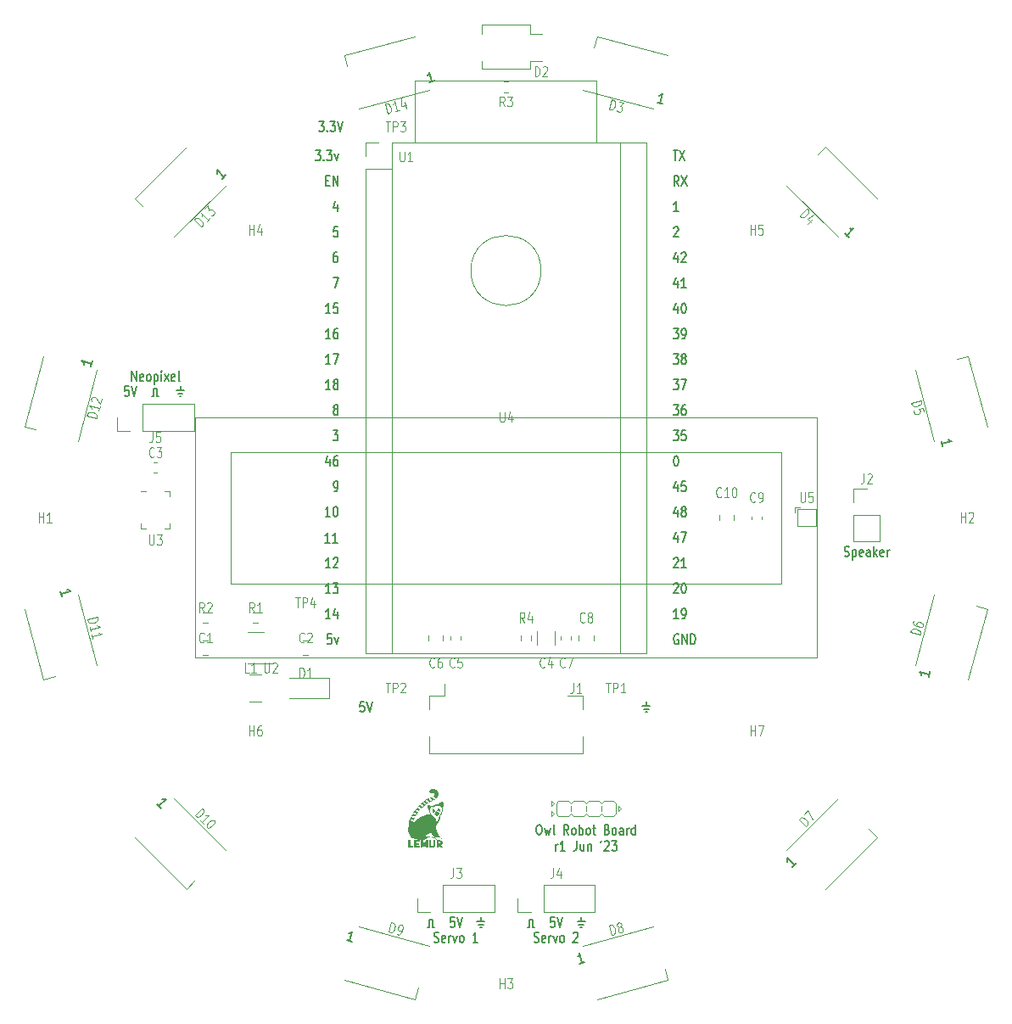
<source format=gbr>
G04 #@! TF.GenerationSoftware,KiCad,Pcbnew,7.0.4-40-g0180cb380f*
G04 #@! TF.CreationDate,2023-06-23T20:45:51-07:00*
G04 #@! TF.ProjectId,RobotOwl,526f626f-744f-4776-9c2e-6b696361645f,rev?*
G04 #@! TF.SameCoordinates,Original*
G04 #@! TF.FileFunction,Legend,Top*
G04 #@! TF.FilePolarity,Positive*
%FSLAX46Y46*%
G04 Gerber Fmt 4.6, Leading zero omitted, Abs format (unit mm)*
G04 Created by KiCad (PCBNEW 7.0.4-40-g0180cb380f) date 2023-06-23 20:45:51*
%MOMM*%
%LPD*%
G01*
G04 APERTURE LIST*
%ADD10C,0.150000*%
%ADD11C,0.100000*%
%ADD12C,0.120000*%
G04 APERTURE END LIST*
D10*
X163619047Y-118798390D02*
X164380952Y-118798390D01*
X163771428Y-119084104D02*
X164228571Y-119084104D01*
X164000000Y-118369819D02*
X164000000Y-118798390D01*
X164076190Y-119369819D02*
X163923809Y-119369819D01*
X112347619Y-86869819D02*
X111966667Y-86869819D01*
X111966667Y-86869819D02*
X111928571Y-87346009D01*
X111928571Y-87346009D02*
X111966667Y-87298390D01*
X111966667Y-87298390D02*
X112042857Y-87250771D01*
X112042857Y-87250771D02*
X112233333Y-87250771D01*
X112233333Y-87250771D02*
X112309524Y-87298390D01*
X112309524Y-87298390D02*
X112347619Y-87346009D01*
X112347619Y-87346009D02*
X112385714Y-87441247D01*
X112385714Y-87441247D02*
X112385714Y-87679342D01*
X112385714Y-87679342D02*
X112347619Y-87774580D01*
X112347619Y-87774580D02*
X112309524Y-87822200D01*
X112309524Y-87822200D02*
X112233333Y-87869819D01*
X112233333Y-87869819D02*
X112042857Y-87869819D01*
X112042857Y-87869819D02*
X111966667Y-87822200D01*
X111966667Y-87822200D02*
X111928571Y-87774580D01*
X112614286Y-86869819D02*
X112880953Y-87869819D01*
X112880953Y-87869819D02*
X113147619Y-86869819D01*
X142828570Y-142322200D02*
X142942856Y-142369819D01*
X142942856Y-142369819D02*
X143133332Y-142369819D01*
X143133332Y-142369819D02*
X143209523Y-142322200D01*
X143209523Y-142322200D02*
X143247618Y-142274580D01*
X143247618Y-142274580D02*
X143285713Y-142179342D01*
X143285713Y-142179342D02*
X143285713Y-142084104D01*
X143285713Y-142084104D02*
X143247618Y-141988866D01*
X143247618Y-141988866D02*
X143209523Y-141941247D01*
X143209523Y-141941247D02*
X143133332Y-141893628D01*
X143133332Y-141893628D02*
X142980951Y-141846009D01*
X142980951Y-141846009D02*
X142904761Y-141798390D01*
X142904761Y-141798390D02*
X142866666Y-141750771D01*
X142866666Y-141750771D02*
X142828570Y-141655533D01*
X142828570Y-141655533D02*
X142828570Y-141560295D01*
X142828570Y-141560295D02*
X142866666Y-141465057D01*
X142866666Y-141465057D02*
X142904761Y-141417438D01*
X142904761Y-141417438D02*
X142980951Y-141369819D01*
X142980951Y-141369819D02*
X143171428Y-141369819D01*
X143171428Y-141369819D02*
X143285713Y-141417438D01*
X143933333Y-142322200D02*
X143857142Y-142369819D01*
X143857142Y-142369819D02*
X143704761Y-142369819D01*
X143704761Y-142369819D02*
X143628571Y-142322200D01*
X143628571Y-142322200D02*
X143590475Y-142226961D01*
X143590475Y-142226961D02*
X143590475Y-141846009D01*
X143590475Y-141846009D02*
X143628571Y-141750771D01*
X143628571Y-141750771D02*
X143704761Y-141703152D01*
X143704761Y-141703152D02*
X143857142Y-141703152D01*
X143857142Y-141703152D02*
X143933333Y-141750771D01*
X143933333Y-141750771D02*
X143971428Y-141846009D01*
X143971428Y-141846009D02*
X143971428Y-141941247D01*
X143971428Y-141941247D02*
X143590475Y-142036485D01*
X144314285Y-142369819D02*
X144314285Y-141703152D01*
X144314285Y-141893628D02*
X144352380Y-141798390D01*
X144352380Y-141798390D02*
X144390475Y-141750771D01*
X144390475Y-141750771D02*
X144466666Y-141703152D01*
X144466666Y-141703152D02*
X144542856Y-141703152D01*
X144733332Y-141703152D02*
X144923808Y-142369819D01*
X144923808Y-142369819D02*
X145114285Y-141703152D01*
X145533332Y-142369819D02*
X145457142Y-142322200D01*
X145457142Y-142322200D02*
X145419047Y-142274580D01*
X145419047Y-142274580D02*
X145380951Y-142179342D01*
X145380951Y-142179342D02*
X145380951Y-141893628D01*
X145380951Y-141893628D02*
X145419047Y-141798390D01*
X145419047Y-141798390D02*
X145457142Y-141750771D01*
X145457142Y-141750771D02*
X145533332Y-141703152D01*
X145533332Y-141703152D02*
X145647618Y-141703152D01*
X145647618Y-141703152D02*
X145723809Y-141750771D01*
X145723809Y-141750771D02*
X145761904Y-141798390D01*
X145761904Y-141798390D02*
X145799999Y-141893628D01*
X145799999Y-141893628D02*
X145799999Y-142179342D01*
X145799999Y-142179342D02*
X145761904Y-142274580D01*
X145761904Y-142274580D02*
X145723809Y-142322200D01*
X145723809Y-142322200D02*
X145647618Y-142369819D01*
X145647618Y-142369819D02*
X145533332Y-142369819D01*
X147171428Y-142369819D02*
X146714285Y-142369819D01*
X146942857Y-142369819D02*
X146942857Y-141369819D01*
X146942857Y-141369819D02*
X146866666Y-141512676D01*
X146866666Y-141512676D02*
X146790476Y-141607914D01*
X146790476Y-141607914D02*
X146714285Y-141655533D01*
X154847619Y-139869819D02*
X154466667Y-139869819D01*
X154466667Y-139869819D02*
X154428571Y-140346009D01*
X154428571Y-140346009D02*
X154466667Y-140298390D01*
X154466667Y-140298390D02*
X154542857Y-140250771D01*
X154542857Y-140250771D02*
X154733333Y-140250771D01*
X154733333Y-140250771D02*
X154809524Y-140298390D01*
X154809524Y-140298390D02*
X154847619Y-140346009D01*
X154847619Y-140346009D02*
X154885714Y-140441247D01*
X154885714Y-140441247D02*
X154885714Y-140679342D01*
X154885714Y-140679342D02*
X154847619Y-140774580D01*
X154847619Y-140774580D02*
X154809524Y-140822200D01*
X154809524Y-140822200D02*
X154733333Y-140869819D01*
X154733333Y-140869819D02*
X154542857Y-140869819D01*
X154542857Y-140869819D02*
X154466667Y-140822200D01*
X154466667Y-140822200D02*
X154428571Y-140774580D01*
X155114286Y-139869819D02*
X155380953Y-140869819D01*
X155380953Y-140869819D02*
X155647619Y-139869819D01*
X147119047Y-140298390D02*
X147880952Y-140298390D01*
X147271428Y-140584104D02*
X147728571Y-140584104D01*
X147500000Y-139869819D02*
X147500000Y-140298390D01*
X147576190Y-140869819D02*
X147423809Y-140869819D01*
X153238094Y-130649819D02*
X153390475Y-130649819D01*
X153390475Y-130649819D02*
X153466665Y-130697438D01*
X153466665Y-130697438D02*
X153542856Y-130792676D01*
X153542856Y-130792676D02*
X153580951Y-130983152D01*
X153580951Y-130983152D02*
X153580951Y-131316485D01*
X153580951Y-131316485D02*
X153542856Y-131506961D01*
X153542856Y-131506961D02*
X153466665Y-131602200D01*
X153466665Y-131602200D02*
X153390475Y-131649819D01*
X153390475Y-131649819D02*
X153238094Y-131649819D01*
X153238094Y-131649819D02*
X153161903Y-131602200D01*
X153161903Y-131602200D02*
X153085713Y-131506961D01*
X153085713Y-131506961D02*
X153047617Y-131316485D01*
X153047617Y-131316485D02*
X153047617Y-130983152D01*
X153047617Y-130983152D02*
X153085713Y-130792676D01*
X153085713Y-130792676D02*
X153161903Y-130697438D01*
X153161903Y-130697438D02*
X153238094Y-130649819D01*
X153847617Y-130983152D02*
X153999998Y-131649819D01*
X153999998Y-131649819D02*
X154152379Y-131173628D01*
X154152379Y-131173628D02*
X154304760Y-131649819D01*
X154304760Y-131649819D02*
X154457141Y-130983152D01*
X154876188Y-131649819D02*
X154799998Y-131602200D01*
X154799998Y-131602200D02*
X154761903Y-131506961D01*
X154761903Y-131506961D02*
X154761903Y-130649819D01*
X156247618Y-131649819D02*
X155980951Y-131173628D01*
X155790475Y-131649819D02*
X155790475Y-130649819D01*
X155790475Y-130649819D02*
X156095237Y-130649819D01*
X156095237Y-130649819D02*
X156171427Y-130697438D01*
X156171427Y-130697438D02*
X156209522Y-130745057D01*
X156209522Y-130745057D02*
X156247618Y-130840295D01*
X156247618Y-130840295D02*
X156247618Y-130983152D01*
X156247618Y-130983152D02*
X156209522Y-131078390D01*
X156209522Y-131078390D02*
X156171427Y-131126009D01*
X156171427Y-131126009D02*
X156095237Y-131173628D01*
X156095237Y-131173628D02*
X155790475Y-131173628D01*
X156704760Y-131649819D02*
X156628570Y-131602200D01*
X156628570Y-131602200D02*
X156590475Y-131554580D01*
X156590475Y-131554580D02*
X156552379Y-131459342D01*
X156552379Y-131459342D02*
X156552379Y-131173628D01*
X156552379Y-131173628D02*
X156590475Y-131078390D01*
X156590475Y-131078390D02*
X156628570Y-131030771D01*
X156628570Y-131030771D02*
X156704760Y-130983152D01*
X156704760Y-130983152D02*
X156819046Y-130983152D01*
X156819046Y-130983152D02*
X156895237Y-131030771D01*
X156895237Y-131030771D02*
X156933332Y-131078390D01*
X156933332Y-131078390D02*
X156971427Y-131173628D01*
X156971427Y-131173628D02*
X156971427Y-131459342D01*
X156971427Y-131459342D02*
X156933332Y-131554580D01*
X156933332Y-131554580D02*
X156895237Y-131602200D01*
X156895237Y-131602200D02*
X156819046Y-131649819D01*
X156819046Y-131649819D02*
X156704760Y-131649819D01*
X157314285Y-131649819D02*
X157314285Y-130649819D01*
X157314285Y-131030771D02*
X157390475Y-130983152D01*
X157390475Y-130983152D02*
X157542856Y-130983152D01*
X157542856Y-130983152D02*
X157619047Y-131030771D01*
X157619047Y-131030771D02*
X157657142Y-131078390D01*
X157657142Y-131078390D02*
X157695237Y-131173628D01*
X157695237Y-131173628D02*
X157695237Y-131459342D01*
X157695237Y-131459342D02*
X157657142Y-131554580D01*
X157657142Y-131554580D02*
X157619047Y-131602200D01*
X157619047Y-131602200D02*
X157542856Y-131649819D01*
X157542856Y-131649819D02*
X157390475Y-131649819D01*
X157390475Y-131649819D02*
X157314285Y-131602200D01*
X158152380Y-131649819D02*
X158076190Y-131602200D01*
X158076190Y-131602200D02*
X158038095Y-131554580D01*
X158038095Y-131554580D02*
X157999999Y-131459342D01*
X157999999Y-131459342D02*
X157999999Y-131173628D01*
X157999999Y-131173628D02*
X158038095Y-131078390D01*
X158038095Y-131078390D02*
X158076190Y-131030771D01*
X158076190Y-131030771D02*
X158152380Y-130983152D01*
X158152380Y-130983152D02*
X158266666Y-130983152D01*
X158266666Y-130983152D02*
X158342857Y-131030771D01*
X158342857Y-131030771D02*
X158380952Y-131078390D01*
X158380952Y-131078390D02*
X158419047Y-131173628D01*
X158419047Y-131173628D02*
X158419047Y-131459342D01*
X158419047Y-131459342D02*
X158380952Y-131554580D01*
X158380952Y-131554580D02*
X158342857Y-131602200D01*
X158342857Y-131602200D02*
X158266666Y-131649819D01*
X158266666Y-131649819D02*
X158152380Y-131649819D01*
X158647619Y-130983152D02*
X158952381Y-130983152D01*
X158761905Y-130649819D02*
X158761905Y-131506961D01*
X158761905Y-131506961D02*
X158800000Y-131602200D01*
X158800000Y-131602200D02*
X158876190Y-131649819D01*
X158876190Y-131649819D02*
X158952381Y-131649819D01*
X160095238Y-131126009D02*
X160209524Y-131173628D01*
X160209524Y-131173628D02*
X160247619Y-131221247D01*
X160247619Y-131221247D02*
X160285715Y-131316485D01*
X160285715Y-131316485D02*
X160285715Y-131459342D01*
X160285715Y-131459342D02*
X160247619Y-131554580D01*
X160247619Y-131554580D02*
X160209524Y-131602200D01*
X160209524Y-131602200D02*
X160133334Y-131649819D01*
X160133334Y-131649819D02*
X159828572Y-131649819D01*
X159828572Y-131649819D02*
X159828572Y-130649819D01*
X159828572Y-130649819D02*
X160095238Y-130649819D01*
X160095238Y-130649819D02*
X160171429Y-130697438D01*
X160171429Y-130697438D02*
X160209524Y-130745057D01*
X160209524Y-130745057D02*
X160247619Y-130840295D01*
X160247619Y-130840295D02*
X160247619Y-130935533D01*
X160247619Y-130935533D02*
X160209524Y-131030771D01*
X160209524Y-131030771D02*
X160171429Y-131078390D01*
X160171429Y-131078390D02*
X160095238Y-131126009D01*
X160095238Y-131126009D02*
X159828572Y-131126009D01*
X160742857Y-131649819D02*
X160666667Y-131602200D01*
X160666667Y-131602200D02*
X160628572Y-131554580D01*
X160628572Y-131554580D02*
X160590476Y-131459342D01*
X160590476Y-131459342D02*
X160590476Y-131173628D01*
X160590476Y-131173628D02*
X160628572Y-131078390D01*
X160628572Y-131078390D02*
X160666667Y-131030771D01*
X160666667Y-131030771D02*
X160742857Y-130983152D01*
X160742857Y-130983152D02*
X160857143Y-130983152D01*
X160857143Y-130983152D02*
X160933334Y-131030771D01*
X160933334Y-131030771D02*
X160971429Y-131078390D01*
X160971429Y-131078390D02*
X161009524Y-131173628D01*
X161009524Y-131173628D02*
X161009524Y-131459342D01*
X161009524Y-131459342D02*
X160971429Y-131554580D01*
X160971429Y-131554580D02*
X160933334Y-131602200D01*
X160933334Y-131602200D02*
X160857143Y-131649819D01*
X160857143Y-131649819D02*
X160742857Y-131649819D01*
X161695239Y-131649819D02*
X161695239Y-131126009D01*
X161695239Y-131126009D02*
X161657144Y-131030771D01*
X161657144Y-131030771D02*
X161580953Y-130983152D01*
X161580953Y-130983152D02*
X161428572Y-130983152D01*
X161428572Y-130983152D02*
X161352382Y-131030771D01*
X161695239Y-131602200D02*
X161619048Y-131649819D01*
X161619048Y-131649819D02*
X161428572Y-131649819D01*
X161428572Y-131649819D02*
X161352382Y-131602200D01*
X161352382Y-131602200D02*
X161314286Y-131506961D01*
X161314286Y-131506961D02*
X161314286Y-131411723D01*
X161314286Y-131411723D02*
X161352382Y-131316485D01*
X161352382Y-131316485D02*
X161428572Y-131268866D01*
X161428572Y-131268866D02*
X161619048Y-131268866D01*
X161619048Y-131268866D02*
X161695239Y-131221247D01*
X162076192Y-131649819D02*
X162076192Y-130983152D01*
X162076192Y-131173628D02*
X162114287Y-131078390D01*
X162114287Y-131078390D02*
X162152382Y-131030771D01*
X162152382Y-131030771D02*
X162228573Y-130983152D01*
X162228573Y-130983152D02*
X162304763Y-130983152D01*
X162914287Y-131649819D02*
X162914287Y-130649819D01*
X162914287Y-131602200D02*
X162838096Y-131649819D01*
X162838096Y-131649819D02*
X162685715Y-131649819D01*
X162685715Y-131649819D02*
X162609525Y-131602200D01*
X162609525Y-131602200D02*
X162571430Y-131554580D01*
X162571430Y-131554580D02*
X162533334Y-131459342D01*
X162533334Y-131459342D02*
X162533334Y-131173628D01*
X162533334Y-131173628D02*
X162571430Y-131078390D01*
X162571430Y-131078390D02*
X162609525Y-131030771D01*
X162609525Y-131030771D02*
X162685715Y-130983152D01*
X162685715Y-130983152D02*
X162838096Y-130983152D01*
X162838096Y-130983152D02*
X162914287Y-131030771D01*
X154971428Y-133259819D02*
X154971428Y-132593152D01*
X154971428Y-132783628D02*
X155009523Y-132688390D01*
X155009523Y-132688390D02*
X155047618Y-132640771D01*
X155047618Y-132640771D02*
X155123809Y-132593152D01*
X155123809Y-132593152D02*
X155199999Y-132593152D01*
X155885713Y-133259819D02*
X155428570Y-133259819D01*
X155657142Y-133259819D02*
X155657142Y-132259819D01*
X155657142Y-132259819D02*
X155580951Y-132402676D01*
X155580951Y-132402676D02*
X155504761Y-132497914D01*
X155504761Y-132497914D02*
X155428570Y-132545533D01*
X157066666Y-132259819D02*
X157066666Y-132974104D01*
X157066666Y-132974104D02*
X157028571Y-133116961D01*
X157028571Y-133116961D02*
X156952380Y-133212200D01*
X156952380Y-133212200D02*
X156838095Y-133259819D01*
X156838095Y-133259819D02*
X156761904Y-133259819D01*
X157790476Y-132593152D02*
X157790476Y-133259819D01*
X157447619Y-132593152D02*
X157447619Y-133116961D01*
X157447619Y-133116961D02*
X157485714Y-133212200D01*
X157485714Y-133212200D02*
X157561904Y-133259819D01*
X157561904Y-133259819D02*
X157676190Y-133259819D01*
X157676190Y-133259819D02*
X157752381Y-133212200D01*
X157752381Y-133212200D02*
X157790476Y-133164580D01*
X158171429Y-132593152D02*
X158171429Y-133259819D01*
X158171429Y-132688390D02*
X158209524Y-132640771D01*
X158209524Y-132640771D02*
X158285714Y-132593152D01*
X158285714Y-132593152D02*
X158400000Y-132593152D01*
X158400000Y-132593152D02*
X158476191Y-132640771D01*
X158476191Y-132640771D02*
X158514286Y-132736009D01*
X158514286Y-132736009D02*
X158514286Y-133259819D01*
X159542858Y-132259819D02*
X159466667Y-132450295D01*
X159847619Y-132355057D02*
X159885715Y-132307438D01*
X159885715Y-132307438D02*
X159961905Y-132259819D01*
X159961905Y-132259819D02*
X160152381Y-132259819D01*
X160152381Y-132259819D02*
X160228572Y-132307438D01*
X160228572Y-132307438D02*
X160266667Y-132355057D01*
X160266667Y-132355057D02*
X160304762Y-132450295D01*
X160304762Y-132450295D02*
X160304762Y-132545533D01*
X160304762Y-132545533D02*
X160266667Y-132688390D01*
X160266667Y-132688390D02*
X159809524Y-133259819D01*
X159809524Y-133259819D02*
X160304762Y-133259819D01*
X160571429Y-132259819D02*
X161066667Y-132259819D01*
X161066667Y-132259819D02*
X160800001Y-132640771D01*
X160800001Y-132640771D02*
X160914286Y-132640771D01*
X160914286Y-132640771D02*
X160990477Y-132688390D01*
X160990477Y-132688390D02*
X161028572Y-132736009D01*
X161028572Y-132736009D02*
X161066667Y-132831247D01*
X161066667Y-132831247D02*
X161066667Y-133069342D01*
X161066667Y-133069342D02*
X161028572Y-133164580D01*
X161028572Y-133164580D02*
X160990477Y-133212200D01*
X160990477Y-133212200D02*
X160914286Y-133259819D01*
X160914286Y-133259819D02*
X160685715Y-133259819D01*
X160685715Y-133259819D02*
X160609524Y-133212200D01*
X160609524Y-133212200D02*
X160571429Y-133164580D01*
X117119047Y-87298390D02*
X117880952Y-87298390D01*
X117271428Y-87584104D02*
X117728571Y-87584104D01*
X117500000Y-86869819D02*
X117500000Y-87298390D01*
X117576190Y-87869819D02*
X117423809Y-87869819D01*
X112638095Y-86369819D02*
X112638095Y-85369819D01*
X112638095Y-85369819D02*
X113095238Y-86369819D01*
X113095238Y-86369819D02*
X113095238Y-85369819D01*
X113780952Y-86322200D02*
X113704761Y-86369819D01*
X113704761Y-86369819D02*
X113552380Y-86369819D01*
X113552380Y-86369819D02*
X113476190Y-86322200D01*
X113476190Y-86322200D02*
X113438094Y-86226961D01*
X113438094Y-86226961D02*
X113438094Y-85846009D01*
X113438094Y-85846009D02*
X113476190Y-85750771D01*
X113476190Y-85750771D02*
X113552380Y-85703152D01*
X113552380Y-85703152D02*
X113704761Y-85703152D01*
X113704761Y-85703152D02*
X113780952Y-85750771D01*
X113780952Y-85750771D02*
X113819047Y-85846009D01*
X113819047Y-85846009D02*
X113819047Y-85941247D01*
X113819047Y-85941247D02*
X113438094Y-86036485D01*
X114276189Y-86369819D02*
X114199999Y-86322200D01*
X114199999Y-86322200D02*
X114161904Y-86274580D01*
X114161904Y-86274580D02*
X114123808Y-86179342D01*
X114123808Y-86179342D02*
X114123808Y-85893628D01*
X114123808Y-85893628D02*
X114161904Y-85798390D01*
X114161904Y-85798390D02*
X114199999Y-85750771D01*
X114199999Y-85750771D02*
X114276189Y-85703152D01*
X114276189Y-85703152D02*
X114390475Y-85703152D01*
X114390475Y-85703152D02*
X114466666Y-85750771D01*
X114466666Y-85750771D02*
X114504761Y-85798390D01*
X114504761Y-85798390D02*
X114542856Y-85893628D01*
X114542856Y-85893628D02*
X114542856Y-86179342D01*
X114542856Y-86179342D02*
X114504761Y-86274580D01*
X114504761Y-86274580D02*
X114466666Y-86322200D01*
X114466666Y-86322200D02*
X114390475Y-86369819D01*
X114390475Y-86369819D02*
X114276189Y-86369819D01*
X114885714Y-85703152D02*
X114885714Y-86703152D01*
X114885714Y-85750771D02*
X114961904Y-85703152D01*
X114961904Y-85703152D02*
X115114285Y-85703152D01*
X115114285Y-85703152D02*
X115190476Y-85750771D01*
X115190476Y-85750771D02*
X115228571Y-85798390D01*
X115228571Y-85798390D02*
X115266666Y-85893628D01*
X115266666Y-85893628D02*
X115266666Y-86179342D01*
X115266666Y-86179342D02*
X115228571Y-86274580D01*
X115228571Y-86274580D02*
X115190476Y-86322200D01*
X115190476Y-86322200D02*
X115114285Y-86369819D01*
X115114285Y-86369819D02*
X114961904Y-86369819D01*
X114961904Y-86369819D02*
X114885714Y-86322200D01*
X115609524Y-86369819D02*
X115609524Y-85703152D01*
X115609524Y-85369819D02*
X115571428Y-85417438D01*
X115571428Y-85417438D02*
X115609524Y-85465057D01*
X115609524Y-85465057D02*
X115647619Y-85417438D01*
X115647619Y-85417438D02*
X115609524Y-85369819D01*
X115609524Y-85369819D02*
X115609524Y-85465057D01*
X115914285Y-86369819D02*
X116333333Y-85703152D01*
X115914285Y-85703152D02*
X116333333Y-86369819D01*
X116942857Y-86322200D02*
X116866666Y-86369819D01*
X116866666Y-86369819D02*
X116714285Y-86369819D01*
X116714285Y-86369819D02*
X116638095Y-86322200D01*
X116638095Y-86322200D02*
X116599999Y-86226961D01*
X116599999Y-86226961D02*
X116599999Y-85846009D01*
X116599999Y-85846009D02*
X116638095Y-85750771D01*
X116638095Y-85750771D02*
X116714285Y-85703152D01*
X116714285Y-85703152D02*
X116866666Y-85703152D01*
X116866666Y-85703152D02*
X116942857Y-85750771D01*
X116942857Y-85750771D02*
X116980952Y-85846009D01*
X116980952Y-85846009D02*
X116980952Y-85941247D01*
X116980952Y-85941247D02*
X116599999Y-86036485D01*
X117438094Y-86369819D02*
X117361904Y-86322200D01*
X117361904Y-86322200D02*
X117323809Y-86226961D01*
X117323809Y-86226961D02*
X117323809Y-85369819D01*
X142157142Y-140869819D02*
X142347619Y-140869819D01*
X142347619Y-140869819D02*
X142347619Y-140107914D01*
X142347619Y-140107914D02*
X142652381Y-140107914D01*
X142652381Y-140107914D02*
X142652381Y-140869819D01*
X142652381Y-140869819D02*
X142842857Y-140869819D01*
X114657142Y-87869819D02*
X114847619Y-87869819D01*
X114847619Y-87869819D02*
X114847619Y-87107914D01*
X114847619Y-87107914D02*
X115152381Y-87107914D01*
X115152381Y-87107914D02*
X115152381Y-87869819D01*
X115152381Y-87869819D02*
X115342857Y-87869819D01*
X152157142Y-140869819D02*
X152347619Y-140869819D01*
X152347619Y-140869819D02*
X152347619Y-140107914D01*
X152347619Y-140107914D02*
X152652381Y-140107914D01*
X152652381Y-140107914D02*
X152652381Y-140869819D01*
X152652381Y-140869819D02*
X152842857Y-140869819D01*
X131319047Y-60454819D02*
X131814285Y-60454819D01*
X131814285Y-60454819D02*
X131547619Y-60835771D01*
X131547619Y-60835771D02*
X131661904Y-60835771D01*
X131661904Y-60835771D02*
X131738095Y-60883390D01*
X131738095Y-60883390D02*
X131776190Y-60931009D01*
X131776190Y-60931009D02*
X131814285Y-61026247D01*
X131814285Y-61026247D02*
X131814285Y-61264342D01*
X131814285Y-61264342D02*
X131776190Y-61359580D01*
X131776190Y-61359580D02*
X131738095Y-61407200D01*
X131738095Y-61407200D02*
X131661904Y-61454819D01*
X131661904Y-61454819D02*
X131433333Y-61454819D01*
X131433333Y-61454819D02*
X131357142Y-61407200D01*
X131357142Y-61407200D02*
X131319047Y-61359580D01*
X132157143Y-61359580D02*
X132195238Y-61407200D01*
X132195238Y-61407200D02*
X132157143Y-61454819D01*
X132157143Y-61454819D02*
X132119047Y-61407200D01*
X132119047Y-61407200D02*
X132157143Y-61359580D01*
X132157143Y-61359580D02*
X132157143Y-61454819D01*
X132461904Y-60454819D02*
X132957142Y-60454819D01*
X132957142Y-60454819D02*
X132690476Y-60835771D01*
X132690476Y-60835771D02*
X132804761Y-60835771D01*
X132804761Y-60835771D02*
X132880952Y-60883390D01*
X132880952Y-60883390D02*
X132919047Y-60931009D01*
X132919047Y-60931009D02*
X132957142Y-61026247D01*
X132957142Y-61026247D02*
X132957142Y-61264342D01*
X132957142Y-61264342D02*
X132919047Y-61359580D01*
X132919047Y-61359580D02*
X132880952Y-61407200D01*
X132880952Y-61407200D02*
X132804761Y-61454819D01*
X132804761Y-61454819D02*
X132576190Y-61454819D01*
X132576190Y-61454819D02*
X132499999Y-61407200D01*
X132499999Y-61407200D02*
X132461904Y-61359580D01*
X133185714Y-60454819D02*
X133452381Y-61454819D01*
X133452381Y-61454819D02*
X133719047Y-60454819D01*
X152828570Y-142322200D02*
X152942856Y-142369819D01*
X152942856Y-142369819D02*
X153133332Y-142369819D01*
X153133332Y-142369819D02*
X153209523Y-142322200D01*
X153209523Y-142322200D02*
X153247618Y-142274580D01*
X153247618Y-142274580D02*
X153285713Y-142179342D01*
X153285713Y-142179342D02*
X153285713Y-142084104D01*
X153285713Y-142084104D02*
X153247618Y-141988866D01*
X153247618Y-141988866D02*
X153209523Y-141941247D01*
X153209523Y-141941247D02*
X153133332Y-141893628D01*
X153133332Y-141893628D02*
X152980951Y-141846009D01*
X152980951Y-141846009D02*
X152904761Y-141798390D01*
X152904761Y-141798390D02*
X152866666Y-141750771D01*
X152866666Y-141750771D02*
X152828570Y-141655533D01*
X152828570Y-141655533D02*
X152828570Y-141560295D01*
X152828570Y-141560295D02*
X152866666Y-141465057D01*
X152866666Y-141465057D02*
X152904761Y-141417438D01*
X152904761Y-141417438D02*
X152980951Y-141369819D01*
X152980951Y-141369819D02*
X153171428Y-141369819D01*
X153171428Y-141369819D02*
X153285713Y-141417438D01*
X153933333Y-142322200D02*
X153857142Y-142369819D01*
X153857142Y-142369819D02*
X153704761Y-142369819D01*
X153704761Y-142369819D02*
X153628571Y-142322200D01*
X153628571Y-142322200D02*
X153590475Y-142226961D01*
X153590475Y-142226961D02*
X153590475Y-141846009D01*
X153590475Y-141846009D02*
X153628571Y-141750771D01*
X153628571Y-141750771D02*
X153704761Y-141703152D01*
X153704761Y-141703152D02*
X153857142Y-141703152D01*
X153857142Y-141703152D02*
X153933333Y-141750771D01*
X153933333Y-141750771D02*
X153971428Y-141846009D01*
X153971428Y-141846009D02*
X153971428Y-141941247D01*
X153971428Y-141941247D02*
X153590475Y-142036485D01*
X154314285Y-142369819D02*
X154314285Y-141703152D01*
X154314285Y-141893628D02*
X154352380Y-141798390D01*
X154352380Y-141798390D02*
X154390475Y-141750771D01*
X154390475Y-141750771D02*
X154466666Y-141703152D01*
X154466666Y-141703152D02*
X154542856Y-141703152D01*
X154733332Y-141703152D02*
X154923808Y-142369819D01*
X154923808Y-142369819D02*
X155114285Y-141703152D01*
X155533332Y-142369819D02*
X155457142Y-142322200D01*
X155457142Y-142322200D02*
X155419047Y-142274580D01*
X155419047Y-142274580D02*
X155380951Y-142179342D01*
X155380951Y-142179342D02*
X155380951Y-141893628D01*
X155380951Y-141893628D02*
X155419047Y-141798390D01*
X155419047Y-141798390D02*
X155457142Y-141750771D01*
X155457142Y-141750771D02*
X155533332Y-141703152D01*
X155533332Y-141703152D02*
X155647618Y-141703152D01*
X155647618Y-141703152D02*
X155723809Y-141750771D01*
X155723809Y-141750771D02*
X155761904Y-141798390D01*
X155761904Y-141798390D02*
X155799999Y-141893628D01*
X155799999Y-141893628D02*
X155799999Y-142179342D01*
X155799999Y-142179342D02*
X155761904Y-142274580D01*
X155761904Y-142274580D02*
X155723809Y-142322200D01*
X155723809Y-142322200D02*
X155647618Y-142369819D01*
X155647618Y-142369819D02*
X155533332Y-142369819D01*
X156714285Y-141465057D02*
X156752381Y-141417438D01*
X156752381Y-141417438D02*
X156828571Y-141369819D01*
X156828571Y-141369819D02*
X157019047Y-141369819D01*
X157019047Y-141369819D02*
X157095238Y-141417438D01*
X157095238Y-141417438D02*
X157133333Y-141465057D01*
X157133333Y-141465057D02*
X157171428Y-141560295D01*
X157171428Y-141560295D02*
X157171428Y-141655533D01*
X157171428Y-141655533D02*
X157133333Y-141798390D01*
X157133333Y-141798390D02*
X156676190Y-142369819D01*
X156676190Y-142369819D02*
X157171428Y-142369819D01*
X144847619Y-139869819D02*
X144466667Y-139869819D01*
X144466667Y-139869819D02*
X144428571Y-140346009D01*
X144428571Y-140346009D02*
X144466667Y-140298390D01*
X144466667Y-140298390D02*
X144542857Y-140250771D01*
X144542857Y-140250771D02*
X144733333Y-140250771D01*
X144733333Y-140250771D02*
X144809524Y-140298390D01*
X144809524Y-140298390D02*
X144847619Y-140346009D01*
X144847619Y-140346009D02*
X144885714Y-140441247D01*
X144885714Y-140441247D02*
X144885714Y-140679342D01*
X144885714Y-140679342D02*
X144847619Y-140774580D01*
X144847619Y-140774580D02*
X144809524Y-140822200D01*
X144809524Y-140822200D02*
X144733333Y-140869819D01*
X144733333Y-140869819D02*
X144542857Y-140869819D01*
X144542857Y-140869819D02*
X144466667Y-140822200D01*
X144466667Y-140822200D02*
X144428571Y-140774580D01*
X145114286Y-139869819D02*
X145380953Y-140869819D01*
X145380953Y-140869819D02*
X145647619Y-139869819D01*
X183790475Y-103822200D02*
X183904761Y-103869819D01*
X183904761Y-103869819D02*
X184095237Y-103869819D01*
X184095237Y-103869819D02*
X184171428Y-103822200D01*
X184171428Y-103822200D02*
X184209523Y-103774580D01*
X184209523Y-103774580D02*
X184247618Y-103679342D01*
X184247618Y-103679342D02*
X184247618Y-103584104D01*
X184247618Y-103584104D02*
X184209523Y-103488866D01*
X184209523Y-103488866D02*
X184171428Y-103441247D01*
X184171428Y-103441247D02*
X184095237Y-103393628D01*
X184095237Y-103393628D02*
X183942856Y-103346009D01*
X183942856Y-103346009D02*
X183866666Y-103298390D01*
X183866666Y-103298390D02*
X183828571Y-103250771D01*
X183828571Y-103250771D02*
X183790475Y-103155533D01*
X183790475Y-103155533D02*
X183790475Y-103060295D01*
X183790475Y-103060295D02*
X183828571Y-102965057D01*
X183828571Y-102965057D02*
X183866666Y-102917438D01*
X183866666Y-102917438D02*
X183942856Y-102869819D01*
X183942856Y-102869819D02*
X184133333Y-102869819D01*
X184133333Y-102869819D02*
X184247618Y-102917438D01*
X184590476Y-103203152D02*
X184590476Y-104203152D01*
X184590476Y-103250771D02*
X184666666Y-103203152D01*
X184666666Y-103203152D02*
X184819047Y-103203152D01*
X184819047Y-103203152D02*
X184895238Y-103250771D01*
X184895238Y-103250771D02*
X184933333Y-103298390D01*
X184933333Y-103298390D02*
X184971428Y-103393628D01*
X184971428Y-103393628D02*
X184971428Y-103679342D01*
X184971428Y-103679342D02*
X184933333Y-103774580D01*
X184933333Y-103774580D02*
X184895238Y-103822200D01*
X184895238Y-103822200D02*
X184819047Y-103869819D01*
X184819047Y-103869819D02*
X184666666Y-103869819D01*
X184666666Y-103869819D02*
X184590476Y-103822200D01*
X185619048Y-103822200D02*
X185542857Y-103869819D01*
X185542857Y-103869819D02*
X185390476Y-103869819D01*
X185390476Y-103869819D02*
X185314286Y-103822200D01*
X185314286Y-103822200D02*
X185276190Y-103726961D01*
X185276190Y-103726961D02*
X185276190Y-103346009D01*
X185276190Y-103346009D02*
X185314286Y-103250771D01*
X185314286Y-103250771D02*
X185390476Y-103203152D01*
X185390476Y-103203152D02*
X185542857Y-103203152D01*
X185542857Y-103203152D02*
X185619048Y-103250771D01*
X185619048Y-103250771D02*
X185657143Y-103346009D01*
X185657143Y-103346009D02*
X185657143Y-103441247D01*
X185657143Y-103441247D02*
X185276190Y-103536485D01*
X186342857Y-103869819D02*
X186342857Y-103346009D01*
X186342857Y-103346009D02*
X186304762Y-103250771D01*
X186304762Y-103250771D02*
X186228571Y-103203152D01*
X186228571Y-103203152D02*
X186076190Y-103203152D01*
X186076190Y-103203152D02*
X186000000Y-103250771D01*
X186342857Y-103822200D02*
X186266666Y-103869819D01*
X186266666Y-103869819D02*
X186076190Y-103869819D01*
X186076190Y-103869819D02*
X186000000Y-103822200D01*
X186000000Y-103822200D02*
X185961904Y-103726961D01*
X185961904Y-103726961D02*
X185961904Y-103631723D01*
X185961904Y-103631723D02*
X186000000Y-103536485D01*
X186000000Y-103536485D02*
X186076190Y-103488866D01*
X186076190Y-103488866D02*
X186266666Y-103488866D01*
X186266666Y-103488866D02*
X186342857Y-103441247D01*
X186723810Y-103869819D02*
X186723810Y-102869819D01*
X186800000Y-103488866D02*
X187028572Y-103869819D01*
X187028572Y-103203152D02*
X186723810Y-103584104D01*
X187676191Y-103822200D02*
X187600000Y-103869819D01*
X187600000Y-103869819D02*
X187447619Y-103869819D01*
X187447619Y-103869819D02*
X187371429Y-103822200D01*
X187371429Y-103822200D02*
X187333333Y-103726961D01*
X187333333Y-103726961D02*
X187333333Y-103346009D01*
X187333333Y-103346009D02*
X187371429Y-103250771D01*
X187371429Y-103250771D02*
X187447619Y-103203152D01*
X187447619Y-103203152D02*
X187600000Y-103203152D01*
X187600000Y-103203152D02*
X187676191Y-103250771D01*
X187676191Y-103250771D02*
X187714286Y-103346009D01*
X187714286Y-103346009D02*
X187714286Y-103441247D01*
X187714286Y-103441247D02*
X187333333Y-103536485D01*
X188057143Y-103869819D02*
X188057143Y-103203152D01*
X188057143Y-103393628D02*
X188095238Y-103298390D01*
X188095238Y-103298390D02*
X188133333Y-103250771D01*
X188133333Y-103250771D02*
X188209524Y-103203152D01*
X188209524Y-103203152D02*
X188285714Y-103203152D01*
X157119047Y-140298390D02*
X157880952Y-140298390D01*
X157271428Y-140584104D02*
X157728571Y-140584104D01*
X157500000Y-139869819D02*
X157500000Y-140298390D01*
X157576190Y-140869819D02*
X157423809Y-140869819D01*
X135847619Y-118369819D02*
X135466667Y-118369819D01*
X135466667Y-118369819D02*
X135428571Y-118846009D01*
X135428571Y-118846009D02*
X135466667Y-118798390D01*
X135466667Y-118798390D02*
X135542857Y-118750771D01*
X135542857Y-118750771D02*
X135733333Y-118750771D01*
X135733333Y-118750771D02*
X135809524Y-118798390D01*
X135809524Y-118798390D02*
X135847619Y-118846009D01*
X135847619Y-118846009D02*
X135885714Y-118941247D01*
X135885714Y-118941247D02*
X135885714Y-119179342D01*
X135885714Y-119179342D02*
X135847619Y-119274580D01*
X135847619Y-119274580D02*
X135809524Y-119322200D01*
X135809524Y-119322200D02*
X135733333Y-119369819D01*
X135733333Y-119369819D02*
X135542857Y-119369819D01*
X135542857Y-119369819D02*
X135466667Y-119322200D01*
X135466667Y-119322200D02*
X135428571Y-119274580D01*
X136114286Y-118369819D02*
X136380953Y-119369819D01*
X136380953Y-119369819D02*
X136647619Y-118369819D01*
D11*
X139390476Y-63457419D02*
X139390476Y-64266942D01*
X139390476Y-64266942D02*
X139428571Y-64362180D01*
X139428571Y-64362180D02*
X139466666Y-64409800D01*
X139466666Y-64409800D02*
X139542857Y-64457419D01*
X139542857Y-64457419D02*
X139695238Y-64457419D01*
X139695238Y-64457419D02*
X139771428Y-64409800D01*
X139771428Y-64409800D02*
X139809523Y-64362180D01*
X139809523Y-64362180D02*
X139847619Y-64266942D01*
X139847619Y-64266942D02*
X139847619Y-63457419D01*
X140647618Y-64457419D02*
X140190475Y-64457419D01*
X140419047Y-64457419D02*
X140419047Y-63457419D01*
X140419047Y-63457419D02*
X140342856Y-63600276D01*
X140342856Y-63600276D02*
X140266666Y-63695514D01*
X140266666Y-63695514D02*
X140190475Y-63743133D01*
D10*
X132477029Y-84677319D02*
X132019886Y-84677319D01*
X132248458Y-84677319D02*
X132248458Y-83677319D01*
X132248458Y-83677319D02*
X132172267Y-83820176D01*
X132172267Y-83820176D02*
X132096077Y-83915414D01*
X132096077Y-83915414D02*
X132019886Y-83963033D01*
X132743696Y-83677319D02*
X133277030Y-83677319D01*
X133277030Y-83677319D02*
X132934172Y-84677319D01*
X132402244Y-102497595D02*
X131945101Y-102497595D01*
X132173673Y-102497595D02*
X132173673Y-101497595D01*
X132173673Y-101497595D02*
X132097482Y-101640452D01*
X132097482Y-101640452D02*
X132021292Y-101735690D01*
X132021292Y-101735690D02*
X131945101Y-101783309D01*
X133164149Y-102497595D02*
X132707006Y-102497595D01*
X132935578Y-102497595D02*
X132935578Y-101497595D01*
X132935578Y-101497595D02*
X132859387Y-101640452D01*
X132859387Y-101640452D02*
X132783197Y-101735690D01*
X132783197Y-101735690D02*
X132707006Y-101783309D01*
X132477029Y-107537319D02*
X132019886Y-107537319D01*
X132248458Y-107537319D02*
X132248458Y-106537319D01*
X132248458Y-106537319D02*
X132172267Y-106680176D01*
X132172267Y-106680176D02*
X132096077Y-106775414D01*
X132096077Y-106775414D02*
X132019886Y-106823033D01*
X132743696Y-106537319D02*
X133238934Y-106537319D01*
X133238934Y-106537319D02*
X132972268Y-106918271D01*
X132972268Y-106918271D02*
X133086553Y-106918271D01*
X133086553Y-106918271D02*
X133162744Y-106965890D01*
X133162744Y-106965890D02*
X133200839Y-107013509D01*
X133200839Y-107013509D02*
X133238934Y-107108747D01*
X133238934Y-107108747D02*
X133238934Y-107346842D01*
X133238934Y-107346842D02*
X133200839Y-107442080D01*
X133200839Y-107442080D02*
X133162744Y-107489700D01*
X133162744Y-107489700D02*
X133086553Y-107537319D01*
X133086553Y-107537319D02*
X132857982Y-107537319D01*
X132857982Y-107537319D02*
X132781791Y-107489700D01*
X132781791Y-107489700D02*
X132743696Y-107442080D01*
X132591315Y-111617319D02*
X132210363Y-111617319D01*
X132210363Y-111617319D02*
X132172267Y-112093509D01*
X132172267Y-112093509D02*
X132210363Y-112045890D01*
X132210363Y-112045890D02*
X132286553Y-111998271D01*
X132286553Y-111998271D02*
X132477029Y-111998271D01*
X132477029Y-111998271D02*
X132553220Y-112045890D01*
X132553220Y-112045890D02*
X132591315Y-112093509D01*
X132591315Y-112093509D02*
X132629410Y-112188747D01*
X132629410Y-112188747D02*
X132629410Y-112426842D01*
X132629410Y-112426842D02*
X132591315Y-112522080D01*
X132591315Y-112522080D02*
X132553220Y-112569700D01*
X132553220Y-112569700D02*
X132477029Y-112617319D01*
X132477029Y-112617319D02*
X132286553Y-112617319D01*
X132286553Y-112617319D02*
X132210363Y-112569700D01*
X132210363Y-112569700D02*
X132172267Y-112522080D01*
X132896077Y-111950652D02*
X133086553Y-112617319D01*
X133086553Y-112617319D02*
X133277030Y-111950652D01*
X132477029Y-79597319D02*
X132019886Y-79597319D01*
X132248458Y-79597319D02*
X132248458Y-78597319D01*
X132248458Y-78597319D02*
X132172267Y-78740176D01*
X132172267Y-78740176D02*
X132096077Y-78835414D01*
X132096077Y-78835414D02*
X132019886Y-78883033D01*
X133200839Y-78597319D02*
X132819887Y-78597319D01*
X132819887Y-78597319D02*
X132781791Y-79073509D01*
X132781791Y-79073509D02*
X132819887Y-79025890D01*
X132819887Y-79025890D02*
X132896077Y-78978271D01*
X132896077Y-78978271D02*
X133086553Y-78978271D01*
X133086553Y-78978271D02*
X133162744Y-79025890D01*
X133162744Y-79025890D02*
X133200839Y-79073509D01*
X133200839Y-79073509D02*
X133238934Y-79168747D01*
X133238934Y-79168747D02*
X133238934Y-79406842D01*
X133238934Y-79406842D02*
X133200839Y-79502080D01*
X133200839Y-79502080D02*
X133162744Y-79549700D01*
X133162744Y-79549700D02*
X133086553Y-79597319D01*
X133086553Y-79597319D02*
X132896077Y-79597319D01*
X132896077Y-79597319D02*
X132819887Y-79549700D01*
X132819887Y-79549700D02*
X132781791Y-79502080D01*
X132477029Y-110077319D02*
X132019886Y-110077319D01*
X132248458Y-110077319D02*
X132248458Y-109077319D01*
X132248458Y-109077319D02*
X132172267Y-109220176D01*
X132172267Y-109220176D02*
X132096077Y-109315414D01*
X132096077Y-109315414D02*
X132019886Y-109363033D01*
X133162744Y-109410652D02*
X133162744Y-110077319D01*
X132972268Y-109029700D02*
X132781791Y-109743985D01*
X132781791Y-109743985D02*
X133277030Y-109743985D01*
X167142017Y-76390652D02*
X167142017Y-77057319D01*
X166951541Y-76009700D02*
X166761064Y-76723985D01*
X166761064Y-76723985D02*
X167256303Y-76723985D01*
X167980112Y-77057319D02*
X167522969Y-77057319D01*
X167751541Y-77057319D02*
X167751541Y-76057319D01*
X167751541Y-76057319D02*
X167675350Y-76200176D01*
X167675350Y-76200176D02*
X167599160Y-76295414D01*
X167599160Y-76295414D02*
X167522969Y-76343033D01*
X167142017Y-99250652D02*
X167142017Y-99917319D01*
X166951541Y-98869700D02*
X166761064Y-99583985D01*
X166761064Y-99583985D02*
X167256303Y-99583985D01*
X167675350Y-99345890D02*
X167599160Y-99298271D01*
X167599160Y-99298271D02*
X167561065Y-99250652D01*
X167561065Y-99250652D02*
X167522969Y-99155414D01*
X167522969Y-99155414D02*
X167522969Y-99107795D01*
X167522969Y-99107795D02*
X167561065Y-99012557D01*
X167561065Y-99012557D02*
X167599160Y-98964938D01*
X167599160Y-98964938D02*
X167675350Y-98917319D01*
X167675350Y-98917319D02*
X167827731Y-98917319D01*
X167827731Y-98917319D02*
X167903922Y-98964938D01*
X167903922Y-98964938D02*
X167942017Y-99012557D01*
X167942017Y-99012557D02*
X167980112Y-99107795D01*
X167980112Y-99107795D02*
X167980112Y-99155414D01*
X167980112Y-99155414D02*
X167942017Y-99250652D01*
X167942017Y-99250652D02*
X167903922Y-99298271D01*
X167903922Y-99298271D02*
X167827731Y-99345890D01*
X167827731Y-99345890D02*
X167675350Y-99345890D01*
X167675350Y-99345890D02*
X167599160Y-99393509D01*
X167599160Y-99393509D02*
X167561065Y-99441128D01*
X167561065Y-99441128D02*
X167522969Y-99536366D01*
X167522969Y-99536366D02*
X167522969Y-99726842D01*
X167522969Y-99726842D02*
X167561065Y-99822080D01*
X167561065Y-99822080D02*
X167599160Y-99869700D01*
X167599160Y-99869700D02*
X167675350Y-99917319D01*
X167675350Y-99917319D02*
X167827731Y-99917319D01*
X167827731Y-99917319D02*
X167903922Y-99869700D01*
X167903922Y-99869700D02*
X167942017Y-99822080D01*
X167942017Y-99822080D02*
X167980112Y-99726842D01*
X167980112Y-99726842D02*
X167980112Y-99536366D01*
X167980112Y-99536366D02*
X167942017Y-99441128D01*
X167942017Y-99441128D02*
X167903922Y-99393509D01*
X167903922Y-99393509D02*
X167827731Y-99345890D01*
X166951541Y-93837319D02*
X167027731Y-93837319D01*
X167027731Y-93837319D02*
X167103922Y-93884938D01*
X167103922Y-93884938D02*
X167142017Y-93932557D01*
X167142017Y-93932557D02*
X167180112Y-94027795D01*
X167180112Y-94027795D02*
X167218207Y-94218271D01*
X167218207Y-94218271D02*
X167218207Y-94456366D01*
X167218207Y-94456366D02*
X167180112Y-94646842D01*
X167180112Y-94646842D02*
X167142017Y-94742080D01*
X167142017Y-94742080D02*
X167103922Y-94789700D01*
X167103922Y-94789700D02*
X167027731Y-94837319D01*
X167027731Y-94837319D02*
X166951541Y-94837319D01*
X166951541Y-94837319D02*
X166875350Y-94789700D01*
X166875350Y-94789700D02*
X166837255Y-94742080D01*
X166837255Y-94742080D02*
X166799160Y-94646842D01*
X166799160Y-94646842D02*
X166761064Y-94456366D01*
X166761064Y-94456366D02*
X166761064Y-94218271D01*
X166761064Y-94218271D02*
X166799160Y-94027795D01*
X166799160Y-94027795D02*
X166837255Y-93932557D01*
X166837255Y-93932557D02*
X166875350Y-93884938D01*
X166875350Y-93884938D02*
X166951541Y-93837319D01*
X132477029Y-87217319D02*
X132019886Y-87217319D01*
X132248458Y-87217319D02*
X132248458Y-86217319D01*
X132248458Y-86217319D02*
X132172267Y-86360176D01*
X132172267Y-86360176D02*
X132096077Y-86455414D01*
X132096077Y-86455414D02*
X132019886Y-86503033D01*
X132934172Y-86645890D02*
X132857982Y-86598271D01*
X132857982Y-86598271D02*
X132819887Y-86550652D01*
X132819887Y-86550652D02*
X132781791Y-86455414D01*
X132781791Y-86455414D02*
X132781791Y-86407795D01*
X132781791Y-86407795D02*
X132819887Y-86312557D01*
X132819887Y-86312557D02*
X132857982Y-86264938D01*
X132857982Y-86264938D02*
X132934172Y-86217319D01*
X132934172Y-86217319D02*
X133086553Y-86217319D01*
X133086553Y-86217319D02*
X133162744Y-86264938D01*
X133162744Y-86264938D02*
X133200839Y-86312557D01*
X133200839Y-86312557D02*
X133238934Y-86407795D01*
X133238934Y-86407795D02*
X133238934Y-86455414D01*
X133238934Y-86455414D02*
X133200839Y-86550652D01*
X133200839Y-86550652D02*
X133162744Y-86598271D01*
X133162744Y-86598271D02*
X133086553Y-86645890D01*
X133086553Y-86645890D02*
X132934172Y-86645890D01*
X132934172Y-86645890D02*
X132857982Y-86693509D01*
X132857982Y-86693509D02*
X132819887Y-86741128D01*
X132819887Y-86741128D02*
X132781791Y-86836366D01*
X132781791Y-86836366D02*
X132781791Y-87026842D01*
X132781791Y-87026842D02*
X132819887Y-87122080D01*
X132819887Y-87122080D02*
X132857982Y-87169700D01*
X132857982Y-87169700D02*
X132934172Y-87217319D01*
X132934172Y-87217319D02*
X133086553Y-87217319D01*
X133086553Y-87217319D02*
X133162744Y-87169700D01*
X133162744Y-87169700D02*
X133200839Y-87122080D01*
X133200839Y-87122080D02*
X133238934Y-87026842D01*
X133238934Y-87026842D02*
X133238934Y-86836366D01*
X133238934Y-86836366D02*
X133200839Y-86741128D01*
X133200839Y-86741128D02*
X133162744Y-86693509D01*
X133162744Y-86693509D02*
X133086553Y-86645890D01*
X132477029Y-82137319D02*
X132019886Y-82137319D01*
X132248458Y-82137319D02*
X132248458Y-81137319D01*
X132248458Y-81137319D02*
X132172267Y-81280176D01*
X132172267Y-81280176D02*
X132096077Y-81375414D01*
X132096077Y-81375414D02*
X132019886Y-81423033D01*
X133162744Y-81137319D02*
X133010363Y-81137319D01*
X133010363Y-81137319D02*
X132934172Y-81184938D01*
X132934172Y-81184938D02*
X132896077Y-81232557D01*
X132896077Y-81232557D02*
X132819887Y-81375414D01*
X132819887Y-81375414D02*
X132781791Y-81565890D01*
X132781791Y-81565890D02*
X132781791Y-81946842D01*
X132781791Y-81946842D02*
X132819887Y-82042080D01*
X132819887Y-82042080D02*
X132857982Y-82089700D01*
X132857982Y-82089700D02*
X132934172Y-82137319D01*
X132934172Y-82137319D02*
X133086553Y-82137319D01*
X133086553Y-82137319D02*
X133162744Y-82089700D01*
X133162744Y-82089700D02*
X133200839Y-82042080D01*
X133200839Y-82042080D02*
X133238934Y-81946842D01*
X133238934Y-81946842D02*
X133238934Y-81708747D01*
X133238934Y-81708747D02*
X133200839Y-81613509D01*
X133200839Y-81613509D02*
X133162744Y-81565890D01*
X133162744Y-81565890D02*
X133086553Y-81518271D01*
X133086553Y-81518271D02*
X132934172Y-81518271D01*
X132934172Y-81518271D02*
X132857982Y-81565890D01*
X132857982Y-81565890D02*
X132819887Y-81613509D01*
X132819887Y-81613509D02*
X132781791Y-81708747D01*
X133200839Y-70977319D02*
X132819887Y-70977319D01*
X132819887Y-70977319D02*
X132781791Y-71453509D01*
X132781791Y-71453509D02*
X132819887Y-71405890D01*
X132819887Y-71405890D02*
X132896077Y-71358271D01*
X132896077Y-71358271D02*
X133086553Y-71358271D01*
X133086553Y-71358271D02*
X133162744Y-71405890D01*
X133162744Y-71405890D02*
X133200839Y-71453509D01*
X133200839Y-71453509D02*
X133238934Y-71548747D01*
X133238934Y-71548747D02*
X133238934Y-71786842D01*
X133238934Y-71786842D02*
X133200839Y-71882080D01*
X133200839Y-71882080D02*
X133162744Y-71929700D01*
X133162744Y-71929700D02*
X133086553Y-71977319D01*
X133086553Y-71977319D02*
X132896077Y-71977319D01*
X132896077Y-71977319D02*
X132819887Y-71929700D01*
X132819887Y-71929700D02*
X132781791Y-71882080D01*
X133162744Y-68770652D02*
X133162744Y-69437319D01*
X132972268Y-68389700D02*
X132781791Y-69103985D01*
X132781791Y-69103985D02*
X133277030Y-69103985D01*
X166761064Y-71072557D02*
X166799160Y-71024938D01*
X166799160Y-71024938D02*
X166875350Y-70977319D01*
X166875350Y-70977319D02*
X167065826Y-70977319D01*
X167065826Y-70977319D02*
X167142017Y-71024938D01*
X167142017Y-71024938D02*
X167180112Y-71072557D01*
X167180112Y-71072557D02*
X167218207Y-71167795D01*
X167218207Y-71167795D02*
X167218207Y-71263033D01*
X167218207Y-71263033D02*
X167180112Y-71405890D01*
X167180112Y-71405890D02*
X166722969Y-71977319D01*
X166722969Y-71977319D02*
X167218207Y-71977319D01*
X166722969Y-86217319D02*
X167218207Y-86217319D01*
X167218207Y-86217319D02*
X166951541Y-86598271D01*
X166951541Y-86598271D02*
X167065826Y-86598271D01*
X167065826Y-86598271D02*
X167142017Y-86645890D01*
X167142017Y-86645890D02*
X167180112Y-86693509D01*
X167180112Y-86693509D02*
X167218207Y-86788747D01*
X167218207Y-86788747D02*
X167218207Y-87026842D01*
X167218207Y-87026842D02*
X167180112Y-87122080D01*
X167180112Y-87122080D02*
X167142017Y-87169700D01*
X167142017Y-87169700D02*
X167065826Y-87217319D01*
X167065826Y-87217319D02*
X166837255Y-87217319D01*
X166837255Y-87217319D02*
X166761064Y-87169700D01*
X166761064Y-87169700D02*
X166722969Y-87122080D01*
X167484874Y-86217319D02*
X168018208Y-86217319D01*
X168018208Y-86217319D02*
X167675350Y-87217319D01*
X130991315Y-63357319D02*
X131486553Y-63357319D01*
X131486553Y-63357319D02*
X131219887Y-63738271D01*
X131219887Y-63738271D02*
X131334172Y-63738271D01*
X131334172Y-63738271D02*
X131410363Y-63785890D01*
X131410363Y-63785890D02*
X131448458Y-63833509D01*
X131448458Y-63833509D02*
X131486553Y-63928747D01*
X131486553Y-63928747D02*
X131486553Y-64166842D01*
X131486553Y-64166842D02*
X131448458Y-64262080D01*
X131448458Y-64262080D02*
X131410363Y-64309700D01*
X131410363Y-64309700D02*
X131334172Y-64357319D01*
X131334172Y-64357319D02*
X131105601Y-64357319D01*
X131105601Y-64357319D02*
X131029410Y-64309700D01*
X131029410Y-64309700D02*
X130991315Y-64262080D01*
X131829411Y-64262080D02*
X131867506Y-64309700D01*
X131867506Y-64309700D02*
X131829411Y-64357319D01*
X131829411Y-64357319D02*
X131791315Y-64309700D01*
X131791315Y-64309700D02*
X131829411Y-64262080D01*
X131829411Y-64262080D02*
X131829411Y-64357319D01*
X132134172Y-63357319D02*
X132629410Y-63357319D01*
X132629410Y-63357319D02*
X132362744Y-63738271D01*
X132362744Y-63738271D02*
X132477029Y-63738271D01*
X132477029Y-63738271D02*
X132553220Y-63785890D01*
X132553220Y-63785890D02*
X132591315Y-63833509D01*
X132591315Y-63833509D02*
X132629410Y-63928747D01*
X132629410Y-63928747D02*
X132629410Y-64166842D01*
X132629410Y-64166842D02*
X132591315Y-64262080D01*
X132591315Y-64262080D02*
X132553220Y-64309700D01*
X132553220Y-64309700D02*
X132477029Y-64357319D01*
X132477029Y-64357319D02*
X132248458Y-64357319D01*
X132248458Y-64357319D02*
X132172267Y-64309700D01*
X132172267Y-64309700D02*
X132134172Y-64262080D01*
X132896077Y-63690652D02*
X133086553Y-64357319D01*
X133086553Y-64357319D02*
X133277030Y-63690652D01*
X166722969Y-83677319D02*
X167218207Y-83677319D01*
X167218207Y-83677319D02*
X166951541Y-84058271D01*
X166951541Y-84058271D02*
X167065826Y-84058271D01*
X167065826Y-84058271D02*
X167142017Y-84105890D01*
X167142017Y-84105890D02*
X167180112Y-84153509D01*
X167180112Y-84153509D02*
X167218207Y-84248747D01*
X167218207Y-84248747D02*
X167218207Y-84486842D01*
X167218207Y-84486842D02*
X167180112Y-84582080D01*
X167180112Y-84582080D02*
X167142017Y-84629700D01*
X167142017Y-84629700D02*
X167065826Y-84677319D01*
X167065826Y-84677319D02*
X166837255Y-84677319D01*
X166837255Y-84677319D02*
X166761064Y-84629700D01*
X166761064Y-84629700D02*
X166722969Y-84582080D01*
X167675350Y-84105890D02*
X167599160Y-84058271D01*
X167599160Y-84058271D02*
X167561065Y-84010652D01*
X167561065Y-84010652D02*
X167522969Y-83915414D01*
X167522969Y-83915414D02*
X167522969Y-83867795D01*
X167522969Y-83867795D02*
X167561065Y-83772557D01*
X167561065Y-83772557D02*
X167599160Y-83724938D01*
X167599160Y-83724938D02*
X167675350Y-83677319D01*
X167675350Y-83677319D02*
X167827731Y-83677319D01*
X167827731Y-83677319D02*
X167903922Y-83724938D01*
X167903922Y-83724938D02*
X167942017Y-83772557D01*
X167942017Y-83772557D02*
X167980112Y-83867795D01*
X167980112Y-83867795D02*
X167980112Y-83915414D01*
X167980112Y-83915414D02*
X167942017Y-84010652D01*
X167942017Y-84010652D02*
X167903922Y-84058271D01*
X167903922Y-84058271D02*
X167827731Y-84105890D01*
X167827731Y-84105890D02*
X167675350Y-84105890D01*
X167675350Y-84105890D02*
X167599160Y-84153509D01*
X167599160Y-84153509D02*
X167561065Y-84201128D01*
X167561065Y-84201128D02*
X167522969Y-84296366D01*
X167522969Y-84296366D02*
X167522969Y-84486842D01*
X167522969Y-84486842D02*
X167561065Y-84582080D01*
X167561065Y-84582080D02*
X167599160Y-84629700D01*
X167599160Y-84629700D02*
X167675350Y-84677319D01*
X167675350Y-84677319D02*
X167827731Y-84677319D01*
X167827731Y-84677319D02*
X167903922Y-84629700D01*
X167903922Y-84629700D02*
X167942017Y-84582080D01*
X167942017Y-84582080D02*
X167980112Y-84486842D01*
X167980112Y-84486842D02*
X167980112Y-84296366D01*
X167980112Y-84296366D02*
X167942017Y-84201128D01*
X167942017Y-84201128D02*
X167903922Y-84153509D01*
X167903922Y-84153509D02*
X167827731Y-84105890D01*
X132857982Y-97377319D02*
X133010363Y-97377319D01*
X133010363Y-97377319D02*
X133086553Y-97329700D01*
X133086553Y-97329700D02*
X133124649Y-97282080D01*
X133124649Y-97282080D02*
X133200839Y-97139223D01*
X133200839Y-97139223D02*
X133238934Y-96948747D01*
X133238934Y-96948747D02*
X133238934Y-96567795D01*
X133238934Y-96567795D02*
X133200839Y-96472557D01*
X133200839Y-96472557D02*
X133162744Y-96424938D01*
X133162744Y-96424938D02*
X133086553Y-96377319D01*
X133086553Y-96377319D02*
X132934172Y-96377319D01*
X132934172Y-96377319D02*
X132857982Y-96424938D01*
X132857982Y-96424938D02*
X132819887Y-96472557D01*
X132819887Y-96472557D02*
X132781791Y-96567795D01*
X132781791Y-96567795D02*
X132781791Y-96805890D01*
X132781791Y-96805890D02*
X132819887Y-96901128D01*
X132819887Y-96901128D02*
X132857982Y-96948747D01*
X132857982Y-96948747D02*
X132934172Y-96996366D01*
X132934172Y-96996366D02*
X133086553Y-96996366D01*
X133086553Y-96996366D02*
X133162744Y-96948747D01*
X133162744Y-96948747D02*
X133200839Y-96901128D01*
X133200839Y-96901128D02*
X133238934Y-96805890D01*
X166722969Y-88757319D02*
X167218207Y-88757319D01*
X167218207Y-88757319D02*
X166951541Y-89138271D01*
X166951541Y-89138271D02*
X167065826Y-89138271D01*
X167065826Y-89138271D02*
X167142017Y-89185890D01*
X167142017Y-89185890D02*
X167180112Y-89233509D01*
X167180112Y-89233509D02*
X167218207Y-89328747D01*
X167218207Y-89328747D02*
X167218207Y-89566842D01*
X167218207Y-89566842D02*
X167180112Y-89662080D01*
X167180112Y-89662080D02*
X167142017Y-89709700D01*
X167142017Y-89709700D02*
X167065826Y-89757319D01*
X167065826Y-89757319D02*
X166837255Y-89757319D01*
X166837255Y-89757319D02*
X166761064Y-89709700D01*
X166761064Y-89709700D02*
X166722969Y-89662080D01*
X167903922Y-88757319D02*
X167751541Y-88757319D01*
X167751541Y-88757319D02*
X167675350Y-88804938D01*
X167675350Y-88804938D02*
X167637255Y-88852557D01*
X167637255Y-88852557D02*
X167561065Y-88995414D01*
X167561065Y-88995414D02*
X167522969Y-89185890D01*
X167522969Y-89185890D02*
X167522969Y-89566842D01*
X167522969Y-89566842D02*
X167561065Y-89662080D01*
X167561065Y-89662080D02*
X167599160Y-89709700D01*
X167599160Y-89709700D02*
X167675350Y-89757319D01*
X167675350Y-89757319D02*
X167827731Y-89757319D01*
X167827731Y-89757319D02*
X167903922Y-89709700D01*
X167903922Y-89709700D02*
X167942017Y-89662080D01*
X167942017Y-89662080D02*
X167980112Y-89566842D01*
X167980112Y-89566842D02*
X167980112Y-89328747D01*
X167980112Y-89328747D02*
X167942017Y-89233509D01*
X167942017Y-89233509D02*
X167903922Y-89185890D01*
X167903922Y-89185890D02*
X167827731Y-89138271D01*
X167827731Y-89138271D02*
X167675350Y-89138271D01*
X167675350Y-89138271D02*
X167599160Y-89185890D01*
X167599160Y-89185890D02*
X167561065Y-89233509D01*
X167561065Y-89233509D02*
X167522969Y-89328747D01*
X167142017Y-96710652D02*
X167142017Y-97377319D01*
X166951541Y-96329700D02*
X166761064Y-97043985D01*
X166761064Y-97043985D02*
X167256303Y-97043985D01*
X167942017Y-96377319D02*
X167561065Y-96377319D01*
X167561065Y-96377319D02*
X167522969Y-96853509D01*
X167522969Y-96853509D02*
X167561065Y-96805890D01*
X167561065Y-96805890D02*
X167637255Y-96758271D01*
X167637255Y-96758271D02*
X167827731Y-96758271D01*
X167827731Y-96758271D02*
X167903922Y-96805890D01*
X167903922Y-96805890D02*
X167942017Y-96853509D01*
X167942017Y-96853509D02*
X167980112Y-96948747D01*
X167980112Y-96948747D02*
X167980112Y-97186842D01*
X167980112Y-97186842D02*
X167942017Y-97282080D01*
X167942017Y-97282080D02*
X167903922Y-97329700D01*
X167903922Y-97329700D02*
X167827731Y-97377319D01*
X167827731Y-97377319D02*
X167637255Y-97377319D01*
X167637255Y-97377319D02*
X167561065Y-97329700D01*
X167561065Y-97329700D02*
X167522969Y-97282080D01*
X167256303Y-66897319D02*
X166989636Y-66421128D01*
X166799160Y-66897319D02*
X166799160Y-65897319D01*
X166799160Y-65897319D02*
X167103922Y-65897319D01*
X167103922Y-65897319D02*
X167180112Y-65944938D01*
X167180112Y-65944938D02*
X167218207Y-65992557D01*
X167218207Y-65992557D02*
X167256303Y-66087795D01*
X167256303Y-66087795D02*
X167256303Y-66230652D01*
X167256303Y-66230652D02*
X167218207Y-66325890D01*
X167218207Y-66325890D02*
X167180112Y-66373509D01*
X167180112Y-66373509D02*
X167103922Y-66421128D01*
X167103922Y-66421128D02*
X166799160Y-66421128D01*
X167522969Y-65897319D02*
X168056303Y-66897319D01*
X168056303Y-65897319D02*
X167522969Y-66897319D01*
X167142017Y-73850652D02*
X167142017Y-74517319D01*
X166951541Y-73469700D02*
X166761064Y-74183985D01*
X166761064Y-74183985D02*
X167256303Y-74183985D01*
X167522969Y-73612557D02*
X167561065Y-73564938D01*
X167561065Y-73564938D02*
X167637255Y-73517319D01*
X167637255Y-73517319D02*
X167827731Y-73517319D01*
X167827731Y-73517319D02*
X167903922Y-73564938D01*
X167903922Y-73564938D02*
X167942017Y-73612557D01*
X167942017Y-73612557D02*
X167980112Y-73707795D01*
X167980112Y-73707795D02*
X167980112Y-73803033D01*
X167980112Y-73803033D02*
X167942017Y-73945890D01*
X167942017Y-73945890D02*
X167484874Y-74517319D01*
X167484874Y-74517319D02*
X167980112Y-74517319D01*
X132443820Y-99878301D02*
X131986677Y-99878301D01*
X132215249Y-99878301D02*
X132215249Y-98878301D01*
X132215249Y-98878301D02*
X132139058Y-99021158D01*
X132139058Y-99021158D02*
X132062868Y-99116396D01*
X132062868Y-99116396D02*
X131986677Y-99164015D01*
X132939059Y-98878301D02*
X133015249Y-98878301D01*
X133015249Y-98878301D02*
X133091440Y-98925920D01*
X133091440Y-98925920D02*
X133129535Y-98973539D01*
X133129535Y-98973539D02*
X133167630Y-99068777D01*
X133167630Y-99068777D02*
X133205725Y-99259253D01*
X133205725Y-99259253D02*
X133205725Y-99497348D01*
X133205725Y-99497348D02*
X133167630Y-99687824D01*
X133167630Y-99687824D02*
X133129535Y-99783062D01*
X133129535Y-99783062D02*
X133091440Y-99830682D01*
X133091440Y-99830682D02*
X133015249Y-99878301D01*
X133015249Y-99878301D02*
X132939059Y-99878301D01*
X132939059Y-99878301D02*
X132862868Y-99830682D01*
X132862868Y-99830682D02*
X132824773Y-99783062D01*
X132824773Y-99783062D02*
X132786678Y-99687824D01*
X132786678Y-99687824D02*
X132748582Y-99497348D01*
X132748582Y-99497348D02*
X132748582Y-99259253D01*
X132748582Y-99259253D02*
X132786678Y-99068777D01*
X132786678Y-99068777D02*
X132824773Y-98973539D01*
X132824773Y-98973539D02*
X132862868Y-98925920D01*
X132862868Y-98925920D02*
X132939059Y-98878301D01*
X132743696Y-76057319D02*
X133277030Y-76057319D01*
X133277030Y-76057319D02*
X132934172Y-77057319D01*
X132477029Y-104997319D02*
X132019886Y-104997319D01*
X132248458Y-104997319D02*
X132248458Y-103997319D01*
X132248458Y-103997319D02*
X132172267Y-104140176D01*
X132172267Y-104140176D02*
X132096077Y-104235414D01*
X132096077Y-104235414D02*
X132019886Y-104283033D01*
X132781791Y-104092557D02*
X132819887Y-104044938D01*
X132819887Y-104044938D02*
X132896077Y-103997319D01*
X132896077Y-103997319D02*
X133086553Y-103997319D01*
X133086553Y-103997319D02*
X133162744Y-104044938D01*
X133162744Y-104044938D02*
X133200839Y-104092557D01*
X133200839Y-104092557D02*
X133238934Y-104187795D01*
X133238934Y-104187795D02*
X133238934Y-104283033D01*
X133238934Y-104283033D02*
X133200839Y-104425890D01*
X133200839Y-104425890D02*
X132743696Y-104997319D01*
X132743696Y-104997319D02*
X133238934Y-104997319D01*
X132400839Y-94170652D02*
X132400839Y-94837319D01*
X132210363Y-93789700D02*
X132019886Y-94503985D01*
X132019886Y-94503985D02*
X132515125Y-94503985D01*
X133162744Y-93837319D02*
X133010363Y-93837319D01*
X133010363Y-93837319D02*
X132934172Y-93884938D01*
X132934172Y-93884938D02*
X132896077Y-93932557D01*
X132896077Y-93932557D02*
X132819887Y-94075414D01*
X132819887Y-94075414D02*
X132781791Y-94265890D01*
X132781791Y-94265890D02*
X132781791Y-94646842D01*
X132781791Y-94646842D02*
X132819887Y-94742080D01*
X132819887Y-94742080D02*
X132857982Y-94789700D01*
X132857982Y-94789700D02*
X132934172Y-94837319D01*
X132934172Y-94837319D02*
X133086553Y-94837319D01*
X133086553Y-94837319D02*
X133162744Y-94789700D01*
X133162744Y-94789700D02*
X133200839Y-94742080D01*
X133200839Y-94742080D02*
X133238934Y-94646842D01*
X133238934Y-94646842D02*
X133238934Y-94408747D01*
X133238934Y-94408747D02*
X133200839Y-94313509D01*
X133200839Y-94313509D02*
X133162744Y-94265890D01*
X133162744Y-94265890D02*
X133086553Y-94218271D01*
X133086553Y-94218271D02*
X132934172Y-94218271D01*
X132934172Y-94218271D02*
X132857982Y-94265890D01*
X132857982Y-94265890D02*
X132819887Y-94313509D01*
X132819887Y-94313509D02*
X132781791Y-94408747D01*
X167142017Y-101790652D02*
X167142017Y-102457319D01*
X166951541Y-101409700D02*
X166761064Y-102123985D01*
X166761064Y-102123985D02*
X167256303Y-102123985D01*
X167484874Y-101457319D02*
X168018208Y-101457319D01*
X168018208Y-101457319D02*
X167675350Y-102457319D01*
X167218207Y-69437319D02*
X166761064Y-69437319D01*
X166989636Y-69437319D02*
X166989636Y-68437319D01*
X166989636Y-68437319D02*
X166913445Y-68580176D01*
X166913445Y-68580176D02*
X166837255Y-68675414D01*
X166837255Y-68675414D02*
X166761064Y-68723033D01*
X167142017Y-78930652D02*
X167142017Y-79597319D01*
X166951541Y-78549700D02*
X166761064Y-79263985D01*
X166761064Y-79263985D02*
X167256303Y-79263985D01*
X167713446Y-78597319D02*
X167789636Y-78597319D01*
X167789636Y-78597319D02*
X167865827Y-78644938D01*
X167865827Y-78644938D02*
X167903922Y-78692557D01*
X167903922Y-78692557D02*
X167942017Y-78787795D01*
X167942017Y-78787795D02*
X167980112Y-78978271D01*
X167980112Y-78978271D02*
X167980112Y-79216366D01*
X167980112Y-79216366D02*
X167942017Y-79406842D01*
X167942017Y-79406842D02*
X167903922Y-79502080D01*
X167903922Y-79502080D02*
X167865827Y-79549700D01*
X167865827Y-79549700D02*
X167789636Y-79597319D01*
X167789636Y-79597319D02*
X167713446Y-79597319D01*
X167713446Y-79597319D02*
X167637255Y-79549700D01*
X167637255Y-79549700D02*
X167599160Y-79502080D01*
X167599160Y-79502080D02*
X167561065Y-79406842D01*
X167561065Y-79406842D02*
X167522969Y-79216366D01*
X167522969Y-79216366D02*
X167522969Y-78978271D01*
X167522969Y-78978271D02*
X167561065Y-78787795D01*
X167561065Y-78787795D02*
X167599160Y-78692557D01*
X167599160Y-78692557D02*
X167637255Y-78644938D01*
X167637255Y-78644938D02*
X167713446Y-78597319D01*
X166684874Y-63357319D02*
X167142017Y-63357319D01*
X166913445Y-64357319D02*
X166913445Y-63357319D01*
X167332493Y-63357319D02*
X167865827Y-64357319D01*
X167865827Y-63357319D02*
X167332493Y-64357319D01*
X167218207Y-111664938D02*
X167142017Y-111617319D01*
X167142017Y-111617319D02*
X167027731Y-111617319D01*
X167027731Y-111617319D02*
X166913445Y-111664938D01*
X166913445Y-111664938D02*
X166837255Y-111760176D01*
X166837255Y-111760176D02*
X166799160Y-111855414D01*
X166799160Y-111855414D02*
X166761064Y-112045890D01*
X166761064Y-112045890D02*
X166761064Y-112188747D01*
X166761064Y-112188747D02*
X166799160Y-112379223D01*
X166799160Y-112379223D02*
X166837255Y-112474461D01*
X166837255Y-112474461D02*
X166913445Y-112569700D01*
X166913445Y-112569700D02*
X167027731Y-112617319D01*
X167027731Y-112617319D02*
X167103922Y-112617319D01*
X167103922Y-112617319D02*
X167218207Y-112569700D01*
X167218207Y-112569700D02*
X167256303Y-112522080D01*
X167256303Y-112522080D02*
X167256303Y-112188747D01*
X167256303Y-112188747D02*
X167103922Y-112188747D01*
X167599160Y-112617319D02*
X167599160Y-111617319D01*
X167599160Y-111617319D02*
X168056303Y-112617319D01*
X168056303Y-112617319D02*
X168056303Y-111617319D01*
X168437255Y-112617319D02*
X168437255Y-111617319D01*
X168437255Y-111617319D02*
X168627731Y-111617319D01*
X168627731Y-111617319D02*
X168742017Y-111664938D01*
X168742017Y-111664938D02*
X168818207Y-111760176D01*
X168818207Y-111760176D02*
X168856302Y-111855414D01*
X168856302Y-111855414D02*
X168894398Y-112045890D01*
X168894398Y-112045890D02*
X168894398Y-112188747D01*
X168894398Y-112188747D02*
X168856302Y-112379223D01*
X168856302Y-112379223D02*
X168818207Y-112474461D01*
X168818207Y-112474461D02*
X168742017Y-112569700D01*
X168742017Y-112569700D02*
X168627731Y-112617319D01*
X168627731Y-112617319D02*
X168437255Y-112617319D01*
X132019887Y-66373509D02*
X132286553Y-66373509D01*
X132400839Y-66897319D02*
X132019887Y-66897319D01*
X132019887Y-66897319D02*
X132019887Y-65897319D01*
X132019887Y-65897319D02*
X132400839Y-65897319D01*
X132743697Y-66897319D02*
X132743697Y-65897319D01*
X132743697Y-65897319D02*
X133200840Y-66897319D01*
X133200840Y-66897319D02*
X133200840Y-65897319D01*
X133129535Y-73516885D02*
X132977154Y-73516885D01*
X132977154Y-73516885D02*
X132900963Y-73564504D01*
X132900963Y-73564504D02*
X132862868Y-73612123D01*
X132862868Y-73612123D02*
X132786678Y-73754980D01*
X132786678Y-73754980D02*
X132748582Y-73945456D01*
X132748582Y-73945456D02*
X132748582Y-74326408D01*
X132748582Y-74326408D02*
X132786678Y-74421646D01*
X132786678Y-74421646D02*
X132824773Y-74469266D01*
X132824773Y-74469266D02*
X132900963Y-74516885D01*
X132900963Y-74516885D02*
X133053344Y-74516885D01*
X133053344Y-74516885D02*
X133129535Y-74469266D01*
X133129535Y-74469266D02*
X133167630Y-74421646D01*
X133167630Y-74421646D02*
X133205725Y-74326408D01*
X133205725Y-74326408D02*
X133205725Y-74088313D01*
X133205725Y-74088313D02*
X133167630Y-73993075D01*
X133167630Y-73993075D02*
X133129535Y-73945456D01*
X133129535Y-73945456D02*
X133053344Y-73897837D01*
X133053344Y-73897837D02*
X132900963Y-73897837D01*
X132900963Y-73897837D02*
X132824773Y-73945456D01*
X132824773Y-73945456D02*
X132786678Y-73993075D01*
X132786678Y-73993075D02*
X132748582Y-74088313D01*
X166761064Y-106632557D02*
X166799160Y-106584938D01*
X166799160Y-106584938D02*
X166875350Y-106537319D01*
X166875350Y-106537319D02*
X167065826Y-106537319D01*
X167065826Y-106537319D02*
X167142017Y-106584938D01*
X167142017Y-106584938D02*
X167180112Y-106632557D01*
X167180112Y-106632557D02*
X167218207Y-106727795D01*
X167218207Y-106727795D02*
X167218207Y-106823033D01*
X167218207Y-106823033D02*
X167180112Y-106965890D01*
X167180112Y-106965890D02*
X166722969Y-107537319D01*
X166722969Y-107537319D02*
X167218207Y-107537319D01*
X167713446Y-106537319D02*
X167789636Y-106537319D01*
X167789636Y-106537319D02*
X167865827Y-106584938D01*
X167865827Y-106584938D02*
X167903922Y-106632557D01*
X167903922Y-106632557D02*
X167942017Y-106727795D01*
X167942017Y-106727795D02*
X167980112Y-106918271D01*
X167980112Y-106918271D02*
X167980112Y-107156366D01*
X167980112Y-107156366D02*
X167942017Y-107346842D01*
X167942017Y-107346842D02*
X167903922Y-107442080D01*
X167903922Y-107442080D02*
X167865827Y-107489700D01*
X167865827Y-107489700D02*
X167789636Y-107537319D01*
X167789636Y-107537319D02*
X167713446Y-107537319D01*
X167713446Y-107537319D02*
X167637255Y-107489700D01*
X167637255Y-107489700D02*
X167599160Y-107442080D01*
X167599160Y-107442080D02*
X167561065Y-107346842D01*
X167561065Y-107346842D02*
X167522969Y-107156366D01*
X167522969Y-107156366D02*
X167522969Y-106918271D01*
X167522969Y-106918271D02*
X167561065Y-106727795D01*
X167561065Y-106727795D02*
X167599160Y-106632557D01*
X167599160Y-106632557D02*
X167637255Y-106584938D01*
X167637255Y-106584938D02*
X167713446Y-106537319D01*
X166761064Y-104092557D02*
X166799160Y-104044938D01*
X166799160Y-104044938D02*
X166875350Y-103997319D01*
X166875350Y-103997319D02*
X167065826Y-103997319D01*
X167065826Y-103997319D02*
X167142017Y-104044938D01*
X167142017Y-104044938D02*
X167180112Y-104092557D01*
X167180112Y-104092557D02*
X167218207Y-104187795D01*
X167218207Y-104187795D02*
X167218207Y-104283033D01*
X167218207Y-104283033D02*
X167180112Y-104425890D01*
X167180112Y-104425890D02*
X166722969Y-104997319D01*
X166722969Y-104997319D02*
X167218207Y-104997319D01*
X167980112Y-104997319D02*
X167522969Y-104997319D01*
X167751541Y-104997319D02*
X167751541Y-103997319D01*
X167751541Y-103997319D02*
X167675350Y-104140176D01*
X167675350Y-104140176D02*
X167599160Y-104235414D01*
X167599160Y-104235414D02*
X167522969Y-104283033D01*
X166722969Y-81137319D02*
X167218207Y-81137319D01*
X167218207Y-81137319D02*
X166951541Y-81518271D01*
X166951541Y-81518271D02*
X167065826Y-81518271D01*
X167065826Y-81518271D02*
X167142017Y-81565890D01*
X167142017Y-81565890D02*
X167180112Y-81613509D01*
X167180112Y-81613509D02*
X167218207Y-81708747D01*
X167218207Y-81708747D02*
X167218207Y-81946842D01*
X167218207Y-81946842D02*
X167180112Y-82042080D01*
X167180112Y-82042080D02*
X167142017Y-82089700D01*
X167142017Y-82089700D02*
X167065826Y-82137319D01*
X167065826Y-82137319D02*
X166837255Y-82137319D01*
X166837255Y-82137319D02*
X166761064Y-82089700D01*
X166761064Y-82089700D02*
X166722969Y-82042080D01*
X167599160Y-82137319D02*
X167751541Y-82137319D01*
X167751541Y-82137319D02*
X167827731Y-82089700D01*
X167827731Y-82089700D02*
X167865827Y-82042080D01*
X167865827Y-82042080D02*
X167942017Y-81899223D01*
X167942017Y-81899223D02*
X167980112Y-81708747D01*
X167980112Y-81708747D02*
X167980112Y-81327795D01*
X167980112Y-81327795D02*
X167942017Y-81232557D01*
X167942017Y-81232557D02*
X167903922Y-81184938D01*
X167903922Y-81184938D02*
X167827731Y-81137319D01*
X167827731Y-81137319D02*
X167675350Y-81137319D01*
X167675350Y-81137319D02*
X167599160Y-81184938D01*
X167599160Y-81184938D02*
X167561065Y-81232557D01*
X167561065Y-81232557D02*
X167522969Y-81327795D01*
X167522969Y-81327795D02*
X167522969Y-81565890D01*
X167522969Y-81565890D02*
X167561065Y-81661128D01*
X167561065Y-81661128D02*
X167599160Y-81708747D01*
X167599160Y-81708747D02*
X167675350Y-81756366D01*
X167675350Y-81756366D02*
X167827731Y-81756366D01*
X167827731Y-81756366D02*
X167903922Y-81708747D01*
X167903922Y-81708747D02*
X167942017Y-81661128D01*
X167942017Y-81661128D02*
X167980112Y-81565890D01*
X167218207Y-110077319D02*
X166761064Y-110077319D01*
X166989636Y-110077319D02*
X166989636Y-109077319D01*
X166989636Y-109077319D02*
X166913445Y-109220176D01*
X166913445Y-109220176D02*
X166837255Y-109315414D01*
X166837255Y-109315414D02*
X166761064Y-109363033D01*
X167599160Y-110077319D02*
X167751541Y-110077319D01*
X167751541Y-110077319D02*
X167827731Y-110029700D01*
X167827731Y-110029700D02*
X167865827Y-109982080D01*
X167865827Y-109982080D02*
X167942017Y-109839223D01*
X167942017Y-109839223D02*
X167980112Y-109648747D01*
X167980112Y-109648747D02*
X167980112Y-109267795D01*
X167980112Y-109267795D02*
X167942017Y-109172557D01*
X167942017Y-109172557D02*
X167903922Y-109124938D01*
X167903922Y-109124938D02*
X167827731Y-109077319D01*
X167827731Y-109077319D02*
X167675350Y-109077319D01*
X167675350Y-109077319D02*
X167599160Y-109124938D01*
X167599160Y-109124938D02*
X167561065Y-109172557D01*
X167561065Y-109172557D02*
X167522969Y-109267795D01*
X167522969Y-109267795D02*
X167522969Y-109505890D01*
X167522969Y-109505890D02*
X167561065Y-109601128D01*
X167561065Y-109601128D02*
X167599160Y-109648747D01*
X167599160Y-109648747D02*
X167675350Y-109696366D01*
X167675350Y-109696366D02*
X167827731Y-109696366D01*
X167827731Y-109696366D02*
X167903922Y-109648747D01*
X167903922Y-109648747D02*
X167942017Y-109601128D01*
X167942017Y-109601128D02*
X167980112Y-109505890D01*
X132743696Y-91297319D02*
X133238934Y-91297319D01*
X133238934Y-91297319D02*
X132972268Y-91678271D01*
X132972268Y-91678271D02*
X133086553Y-91678271D01*
X133086553Y-91678271D02*
X133162744Y-91725890D01*
X133162744Y-91725890D02*
X133200839Y-91773509D01*
X133200839Y-91773509D02*
X133238934Y-91868747D01*
X133238934Y-91868747D02*
X133238934Y-92106842D01*
X133238934Y-92106842D02*
X133200839Y-92202080D01*
X133200839Y-92202080D02*
X133162744Y-92249700D01*
X133162744Y-92249700D02*
X133086553Y-92297319D01*
X133086553Y-92297319D02*
X132857982Y-92297319D01*
X132857982Y-92297319D02*
X132781791Y-92249700D01*
X132781791Y-92249700D02*
X132743696Y-92202080D01*
X132934172Y-89185890D02*
X132857982Y-89138271D01*
X132857982Y-89138271D02*
X132819887Y-89090652D01*
X132819887Y-89090652D02*
X132781791Y-88995414D01*
X132781791Y-88995414D02*
X132781791Y-88947795D01*
X132781791Y-88947795D02*
X132819887Y-88852557D01*
X132819887Y-88852557D02*
X132857982Y-88804938D01*
X132857982Y-88804938D02*
X132934172Y-88757319D01*
X132934172Y-88757319D02*
X133086553Y-88757319D01*
X133086553Y-88757319D02*
X133162744Y-88804938D01*
X133162744Y-88804938D02*
X133200839Y-88852557D01*
X133200839Y-88852557D02*
X133238934Y-88947795D01*
X133238934Y-88947795D02*
X133238934Y-88995414D01*
X133238934Y-88995414D02*
X133200839Y-89090652D01*
X133200839Y-89090652D02*
X133162744Y-89138271D01*
X133162744Y-89138271D02*
X133086553Y-89185890D01*
X133086553Y-89185890D02*
X132934172Y-89185890D01*
X132934172Y-89185890D02*
X132857982Y-89233509D01*
X132857982Y-89233509D02*
X132819887Y-89281128D01*
X132819887Y-89281128D02*
X132781791Y-89376366D01*
X132781791Y-89376366D02*
X132781791Y-89566842D01*
X132781791Y-89566842D02*
X132819887Y-89662080D01*
X132819887Y-89662080D02*
X132857982Y-89709700D01*
X132857982Y-89709700D02*
X132934172Y-89757319D01*
X132934172Y-89757319D02*
X133086553Y-89757319D01*
X133086553Y-89757319D02*
X133162744Y-89709700D01*
X133162744Y-89709700D02*
X133200839Y-89662080D01*
X133200839Y-89662080D02*
X133238934Y-89566842D01*
X133238934Y-89566842D02*
X133238934Y-89376366D01*
X133238934Y-89376366D02*
X133200839Y-89281128D01*
X133200839Y-89281128D02*
X133162744Y-89233509D01*
X133162744Y-89233509D02*
X133086553Y-89185890D01*
X166722969Y-91297319D02*
X167218207Y-91297319D01*
X167218207Y-91297319D02*
X166951541Y-91678271D01*
X166951541Y-91678271D02*
X167065826Y-91678271D01*
X167065826Y-91678271D02*
X167142017Y-91725890D01*
X167142017Y-91725890D02*
X167180112Y-91773509D01*
X167180112Y-91773509D02*
X167218207Y-91868747D01*
X167218207Y-91868747D02*
X167218207Y-92106842D01*
X167218207Y-92106842D02*
X167180112Y-92202080D01*
X167180112Y-92202080D02*
X167142017Y-92249700D01*
X167142017Y-92249700D02*
X167065826Y-92297319D01*
X167065826Y-92297319D02*
X166837255Y-92297319D01*
X166837255Y-92297319D02*
X166761064Y-92249700D01*
X166761064Y-92249700D02*
X166722969Y-92202080D01*
X167942017Y-91297319D02*
X167561065Y-91297319D01*
X167561065Y-91297319D02*
X167522969Y-91773509D01*
X167522969Y-91773509D02*
X167561065Y-91725890D01*
X167561065Y-91725890D02*
X167637255Y-91678271D01*
X167637255Y-91678271D02*
X167827731Y-91678271D01*
X167827731Y-91678271D02*
X167903922Y-91725890D01*
X167903922Y-91725890D02*
X167942017Y-91773509D01*
X167942017Y-91773509D02*
X167980112Y-91868747D01*
X167980112Y-91868747D02*
X167980112Y-92106842D01*
X167980112Y-92106842D02*
X167942017Y-92202080D01*
X167942017Y-92202080D02*
X167903922Y-92249700D01*
X167903922Y-92249700D02*
X167827731Y-92297319D01*
X167827731Y-92297319D02*
X167637255Y-92297319D01*
X167637255Y-92297319D02*
X167561065Y-92249700D01*
X167561065Y-92249700D02*
X167522969Y-92202080D01*
D11*
X191341266Y-111688877D02*
X190375340Y-111430058D01*
X190375340Y-111430058D02*
X190424639Y-111246072D01*
X190424639Y-111246072D02*
X190500215Y-111148005D01*
X190500215Y-111148005D02*
X190611927Y-111099060D01*
X190611927Y-111099060D02*
X190713780Y-111086913D01*
X190713780Y-111086913D02*
X190907626Y-111099414D01*
X190907626Y-111099414D02*
X191045615Y-111136389D01*
X191045615Y-111136389D02*
X191219741Y-111222485D01*
X191219741Y-111222485D02*
X191301874Y-111283931D01*
X191301874Y-111283931D02*
X191374148Y-111382175D01*
X191374148Y-111382175D02*
X191390565Y-111504891D01*
X191390565Y-111504891D02*
X191341266Y-111688877D01*
X190671133Y-110326143D02*
X190631694Y-110473332D01*
X190631694Y-110473332D02*
X190657971Y-110559251D01*
X190657971Y-110559251D02*
X190694108Y-110608372D01*
X190694108Y-110608372D02*
X190812378Y-110718941D01*
X190812378Y-110718941D02*
X190986504Y-110805037D01*
X190986504Y-110805037D02*
X191354476Y-110903635D01*
X191354476Y-110903635D02*
X191456328Y-110891487D01*
X191456328Y-110891487D02*
X191512185Y-110867015D01*
X191512185Y-110867015D02*
X191577901Y-110805745D01*
X191577901Y-110805745D02*
X191617340Y-110658556D01*
X191617340Y-110658556D02*
X191591063Y-110572637D01*
X191591063Y-110572637D02*
X191554926Y-110523515D01*
X191554926Y-110523515D02*
X191472793Y-110462069D01*
X191472793Y-110462069D02*
X191242811Y-110400445D01*
X191242811Y-110400445D02*
X191140958Y-110412593D01*
X191140958Y-110412593D02*
X191085102Y-110437065D01*
X191085102Y-110437065D02*
X191019386Y-110498335D01*
X191019386Y-110498335D02*
X190979946Y-110645524D01*
X190979946Y-110645524D02*
X191006223Y-110731443D01*
X191006223Y-110731443D02*
X191042360Y-110780565D01*
X191042360Y-110780565D02*
X191124493Y-110842011D01*
D10*
X192326689Y-115342218D02*
X192178793Y-115894176D01*
X192252741Y-115618197D02*
X191286815Y-115359378D01*
X191286815Y-115359378D02*
X191400155Y-115488345D01*
X191400155Y-115488345D02*
X191467499Y-115604987D01*
X191467499Y-115604987D02*
X191488846Y-115709305D01*
D11*
X124866667Y-109457419D02*
X124600000Y-108981228D01*
X124409524Y-109457419D02*
X124409524Y-108457419D01*
X124409524Y-108457419D02*
X124714286Y-108457419D01*
X124714286Y-108457419D02*
X124790476Y-108505038D01*
X124790476Y-108505038D02*
X124828571Y-108552657D01*
X124828571Y-108552657D02*
X124866667Y-108647895D01*
X124866667Y-108647895D02*
X124866667Y-108790752D01*
X124866667Y-108790752D02*
X124828571Y-108885990D01*
X124828571Y-108885990D02*
X124790476Y-108933609D01*
X124790476Y-108933609D02*
X124714286Y-108981228D01*
X124714286Y-108981228D02*
X124409524Y-108981228D01*
X125628571Y-109457419D02*
X125171428Y-109457419D01*
X125400000Y-109457419D02*
X125400000Y-108457419D01*
X125400000Y-108457419D02*
X125323809Y-108600276D01*
X125323809Y-108600276D02*
X125247619Y-108695514D01*
X125247619Y-108695514D02*
X125171428Y-108743133D01*
X119866667Y-109457419D02*
X119600000Y-108981228D01*
X119409524Y-109457419D02*
X119409524Y-108457419D01*
X119409524Y-108457419D02*
X119714286Y-108457419D01*
X119714286Y-108457419D02*
X119790476Y-108505038D01*
X119790476Y-108505038D02*
X119828571Y-108552657D01*
X119828571Y-108552657D02*
X119866667Y-108647895D01*
X119866667Y-108647895D02*
X119866667Y-108790752D01*
X119866667Y-108790752D02*
X119828571Y-108885990D01*
X119828571Y-108885990D02*
X119790476Y-108933609D01*
X119790476Y-108933609D02*
X119714286Y-108981228D01*
X119714286Y-108981228D02*
X119409524Y-108981228D01*
X120171428Y-108552657D02*
X120209524Y-108505038D01*
X120209524Y-108505038D02*
X120285714Y-108457419D01*
X120285714Y-108457419D02*
X120476190Y-108457419D01*
X120476190Y-108457419D02*
X120552381Y-108505038D01*
X120552381Y-108505038D02*
X120590476Y-108552657D01*
X120590476Y-108552657D02*
X120628571Y-108647895D01*
X120628571Y-108647895D02*
X120628571Y-108743133D01*
X120628571Y-108743133D02*
X120590476Y-108885990D01*
X120590476Y-108885990D02*
X120133333Y-109457419D01*
X120133333Y-109457419D02*
X120628571Y-109457419D01*
X124366666Y-115457419D02*
X123985714Y-115457419D01*
X123985714Y-115457419D02*
X123985714Y-114457419D01*
X125052380Y-115457419D02*
X124595237Y-115457419D01*
X124823809Y-115457419D02*
X124823809Y-114457419D01*
X124823809Y-114457419D02*
X124747618Y-114600276D01*
X124747618Y-114600276D02*
X124671428Y-114695514D01*
X124671428Y-114695514D02*
X124595237Y-114743133D01*
X128990476Y-107957419D02*
X129447619Y-107957419D01*
X129219047Y-108957419D02*
X129219047Y-107957419D01*
X129714286Y-108957419D02*
X129714286Y-107957419D01*
X129714286Y-107957419D02*
X130019048Y-107957419D01*
X130019048Y-107957419D02*
X130095238Y-108005038D01*
X130095238Y-108005038D02*
X130133333Y-108052657D01*
X130133333Y-108052657D02*
X130171429Y-108147895D01*
X130171429Y-108147895D02*
X130171429Y-108290752D01*
X130171429Y-108290752D02*
X130133333Y-108385990D01*
X130133333Y-108385990D02*
X130095238Y-108433609D01*
X130095238Y-108433609D02*
X130019048Y-108481228D01*
X130019048Y-108481228D02*
X129714286Y-108481228D01*
X130857143Y-108290752D02*
X130857143Y-108957419D01*
X130666667Y-107909800D02*
X130476190Y-108624085D01*
X130476190Y-108624085D02*
X130971429Y-108624085D01*
X153866667Y-114862180D02*
X153828571Y-114909800D01*
X153828571Y-114909800D02*
X153714286Y-114957419D01*
X153714286Y-114957419D02*
X153638095Y-114957419D01*
X153638095Y-114957419D02*
X153523809Y-114909800D01*
X153523809Y-114909800D02*
X153447619Y-114814561D01*
X153447619Y-114814561D02*
X153409524Y-114719323D01*
X153409524Y-114719323D02*
X153371428Y-114528847D01*
X153371428Y-114528847D02*
X153371428Y-114385990D01*
X153371428Y-114385990D02*
X153409524Y-114195514D01*
X153409524Y-114195514D02*
X153447619Y-114100276D01*
X153447619Y-114100276D02*
X153523809Y-114005038D01*
X153523809Y-114005038D02*
X153638095Y-113957419D01*
X153638095Y-113957419D02*
X153714286Y-113957419D01*
X153714286Y-113957419D02*
X153828571Y-114005038D01*
X153828571Y-114005038D02*
X153866667Y-114052657D01*
X154552381Y-114290752D02*
X154552381Y-114957419D01*
X154361905Y-113909800D02*
X154171428Y-114624085D01*
X154171428Y-114624085D02*
X154666667Y-114624085D01*
X109138148Y-90056583D02*
X108172222Y-89797764D01*
X108172222Y-89797764D02*
X108221521Y-89613779D01*
X108221521Y-89613779D02*
X108297097Y-89515712D01*
X108297097Y-89515712D02*
X108408809Y-89466767D01*
X108408809Y-89466767D02*
X108510662Y-89454619D01*
X108510662Y-89454619D02*
X108704508Y-89467121D01*
X108704508Y-89467121D02*
X108842497Y-89504095D01*
X108842497Y-89504095D02*
X109016623Y-89590191D01*
X109016623Y-89590191D02*
X109098756Y-89651638D01*
X109098756Y-89651638D02*
X109171030Y-89749881D01*
X109171030Y-89749881D02*
X109187447Y-89872598D01*
X109187447Y-89872598D02*
X109138148Y-90056583D01*
X109453661Y-88879074D02*
X109335344Y-89320640D01*
X109394502Y-89099857D02*
X108428576Y-88841038D01*
X108428576Y-88841038D02*
X108546846Y-88951606D01*
X108546846Y-88951606D02*
X108619120Y-89049850D01*
X108619120Y-89049850D02*
X108645397Y-89135769D01*
X108658606Y-88350527D02*
X108622469Y-88301405D01*
X108622469Y-88301405D02*
X108596193Y-88215486D01*
X108596193Y-88215486D02*
X108645491Y-88031500D01*
X108645491Y-88031500D02*
X108711207Y-87970230D01*
X108711207Y-87970230D02*
X108767064Y-87945758D01*
X108767064Y-87945758D02*
X108868916Y-87933610D01*
X108868916Y-87933610D02*
X108960909Y-87958259D01*
X108960909Y-87958259D02*
X109089039Y-88032031D01*
X109089039Y-88032031D02*
X109522679Y-88621493D01*
X109522679Y-88621493D02*
X109650856Y-88143130D01*
D10*
X108699849Y-84341254D02*
X108551953Y-84893212D01*
X108625901Y-84617233D02*
X107659975Y-84358414D01*
X107659975Y-84358414D02*
X107773315Y-84487381D01*
X107773315Y-84487381D02*
X107840659Y-84604023D01*
X107840659Y-84604023D02*
X107862006Y-84708341D01*
D11*
X149866667Y-58957419D02*
X149600000Y-58481228D01*
X149409524Y-58957419D02*
X149409524Y-57957419D01*
X149409524Y-57957419D02*
X149714286Y-57957419D01*
X149714286Y-57957419D02*
X149790476Y-58005038D01*
X149790476Y-58005038D02*
X149828571Y-58052657D01*
X149828571Y-58052657D02*
X149866667Y-58147895D01*
X149866667Y-58147895D02*
X149866667Y-58290752D01*
X149866667Y-58290752D02*
X149828571Y-58385990D01*
X149828571Y-58385990D02*
X149790476Y-58433609D01*
X149790476Y-58433609D02*
X149714286Y-58481228D01*
X149714286Y-58481228D02*
X149409524Y-58481228D01*
X150133333Y-57957419D02*
X150628571Y-57957419D01*
X150628571Y-57957419D02*
X150361905Y-58338371D01*
X150361905Y-58338371D02*
X150476190Y-58338371D01*
X150476190Y-58338371D02*
X150552381Y-58385990D01*
X150552381Y-58385990D02*
X150590476Y-58433609D01*
X150590476Y-58433609D02*
X150628571Y-58528847D01*
X150628571Y-58528847D02*
X150628571Y-58766942D01*
X150628571Y-58766942D02*
X150590476Y-58862180D01*
X150590476Y-58862180D02*
X150552381Y-58909800D01*
X150552381Y-58909800D02*
X150476190Y-58957419D01*
X150476190Y-58957419D02*
X150247619Y-58957419D01*
X150247619Y-58957419D02*
X150171428Y-58909800D01*
X150171428Y-58909800D02*
X150133333Y-58862180D01*
X129409524Y-115957419D02*
X129409524Y-114957419D01*
X129409524Y-114957419D02*
X129600000Y-114957419D01*
X129600000Y-114957419D02*
X129714286Y-115005038D01*
X129714286Y-115005038D02*
X129790476Y-115100276D01*
X129790476Y-115100276D02*
X129828571Y-115195514D01*
X129828571Y-115195514D02*
X129866667Y-115385990D01*
X129866667Y-115385990D02*
X129866667Y-115528847D01*
X129866667Y-115528847D02*
X129828571Y-115719323D01*
X129828571Y-115719323D02*
X129790476Y-115814561D01*
X129790476Y-115814561D02*
X129714286Y-115909800D01*
X129714286Y-115909800D02*
X129600000Y-115957419D01*
X129600000Y-115957419D02*
X129409524Y-115957419D01*
X130628571Y-115957419D02*
X130171428Y-115957419D01*
X130400000Y-115957419D02*
X130400000Y-114957419D01*
X130400000Y-114957419D02*
X130323809Y-115100276D01*
X130323809Y-115100276D02*
X130247619Y-115195514D01*
X130247619Y-115195514D02*
X130171428Y-115243133D01*
X154733333Y-134957419D02*
X154733333Y-135671704D01*
X154733333Y-135671704D02*
X154695238Y-135814561D01*
X154695238Y-135814561D02*
X154619047Y-135909800D01*
X154619047Y-135909800D02*
X154504762Y-135957419D01*
X154504762Y-135957419D02*
X154428571Y-135957419D01*
X155457143Y-135290752D02*
X155457143Y-135957419D01*
X155266667Y-134909800D02*
X155076190Y-135624085D01*
X155076190Y-135624085D02*
X155571429Y-135624085D01*
X142866667Y-114862180D02*
X142828571Y-114909800D01*
X142828571Y-114909800D02*
X142714286Y-114957419D01*
X142714286Y-114957419D02*
X142638095Y-114957419D01*
X142638095Y-114957419D02*
X142523809Y-114909800D01*
X142523809Y-114909800D02*
X142447619Y-114814561D01*
X142447619Y-114814561D02*
X142409524Y-114719323D01*
X142409524Y-114719323D02*
X142371428Y-114528847D01*
X142371428Y-114528847D02*
X142371428Y-114385990D01*
X142371428Y-114385990D02*
X142409524Y-114195514D01*
X142409524Y-114195514D02*
X142447619Y-114100276D01*
X142447619Y-114100276D02*
X142523809Y-114005038D01*
X142523809Y-114005038D02*
X142638095Y-113957419D01*
X142638095Y-113957419D02*
X142714286Y-113957419D01*
X142714286Y-113957419D02*
X142828571Y-114005038D01*
X142828571Y-114005038D02*
X142866667Y-114052657D01*
X143552381Y-113957419D02*
X143400000Y-113957419D01*
X143400000Y-113957419D02*
X143323809Y-114005038D01*
X143323809Y-114005038D02*
X143285714Y-114052657D01*
X143285714Y-114052657D02*
X143209524Y-114195514D01*
X143209524Y-114195514D02*
X143171428Y-114385990D01*
X143171428Y-114385990D02*
X143171428Y-114766942D01*
X143171428Y-114766942D02*
X143209524Y-114862180D01*
X143209524Y-114862180D02*
X143247619Y-114909800D01*
X143247619Y-114909800D02*
X143323809Y-114957419D01*
X143323809Y-114957419D02*
X143476190Y-114957419D01*
X143476190Y-114957419D02*
X143552381Y-114909800D01*
X143552381Y-114909800D02*
X143590476Y-114862180D01*
X143590476Y-114862180D02*
X143628571Y-114766942D01*
X143628571Y-114766942D02*
X143628571Y-114528847D01*
X143628571Y-114528847D02*
X143590476Y-114433609D01*
X143590476Y-114433609D02*
X143552381Y-114385990D01*
X143552381Y-114385990D02*
X143476190Y-114338371D01*
X143476190Y-114338371D02*
X143323809Y-114338371D01*
X143323809Y-114338371D02*
X143247619Y-114385990D01*
X143247619Y-114385990D02*
X143209524Y-114433609D01*
X143209524Y-114433609D02*
X143171428Y-114528847D01*
X138311122Y-141341266D02*
X138569941Y-140375340D01*
X138569941Y-140375340D02*
X138753927Y-140424639D01*
X138753927Y-140424639D02*
X138851994Y-140500215D01*
X138851994Y-140500215D02*
X138900939Y-140611927D01*
X138900939Y-140611927D02*
X138913086Y-140713780D01*
X138913086Y-140713780D02*
X138900585Y-140907626D01*
X138900585Y-140907626D02*
X138863610Y-141045615D01*
X138863610Y-141045615D02*
X138777514Y-141219741D01*
X138777514Y-141219741D02*
X138716068Y-141301874D01*
X138716068Y-141301874D02*
X138617824Y-141374148D01*
X138617824Y-141374148D02*
X138495108Y-141390565D01*
X138495108Y-141390565D02*
X138311122Y-141341266D01*
X139120660Y-141558181D02*
X139267848Y-141597620D01*
X139267848Y-141597620D02*
X139353768Y-141571343D01*
X139353768Y-141571343D02*
X139402889Y-141535206D01*
X139402889Y-141535206D02*
X139513458Y-141416937D01*
X139513458Y-141416937D02*
X139599554Y-141242811D01*
X139599554Y-141242811D02*
X139698152Y-140874839D01*
X139698152Y-140874839D02*
X139686004Y-140772986D01*
X139686004Y-140772986D02*
X139661531Y-140717130D01*
X139661531Y-140717130D02*
X139600262Y-140651414D01*
X139600262Y-140651414D02*
X139453073Y-140611975D01*
X139453073Y-140611975D02*
X139367154Y-140638252D01*
X139367154Y-140638252D02*
X139318032Y-140674388D01*
X139318032Y-140674388D02*
X139256586Y-140756521D01*
X139256586Y-140756521D02*
X139194962Y-140986504D01*
X139194962Y-140986504D02*
X139207110Y-141088357D01*
X139207110Y-141088357D02*
X139231582Y-141144213D01*
X139231582Y-141144213D02*
X139292852Y-141209929D01*
X139292852Y-141209929D02*
X139440041Y-141249368D01*
X139440041Y-141249368D02*
X139525960Y-141223091D01*
X139525960Y-141223091D02*
X139575081Y-141186954D01*
X139575081Y-141186954D02*
X139636528Y-141104821D01*
D10*
X134657781Y-142326689D02*
X134105823Y-142178793D01*
X134381802Y-142252741D02*
X134640621Y-141286815D01*
X134640621Y-141286815D02*
X134511654Y-141400155D01*
X134511654Y-141400155D02*
X134395012Y-141467499D01*
X134395012Y-141467499D02*
X134290694Y-141488846D01*
D11*
X152909524Y-55957419D02*
X152909524Y-54957419D01*
X152909524Y-54957419D02*
X153100000Y-54957419D01*
X153100000Y-54957419D02*
X153214286Y-55005038D01*
X153214286Y-55005038D02*
X153290476Y-55100276D01*
X153290476Y-55100276D02*
X153328571Y-55195514D01*
X153328571Y-55195514D02*
X153366667Y-55385990D01*
X153366667Y-55385990D02*
X153366667Y-55528847D01*
X153366667Y-55528847D02*
X153328571Y-55719323D01*
X153328571Y-55719323D02*
X153290476Y-55814561D01*
X153290476Y-55814561D02*
X153214286Y-55909800D01*
X153214286Y-55909800D02*
X153100000Y-55957419D01*
X153100000Y-55957419D02*
X152909524Y-55957419D01*
X153671428Y-55052657D02*
X153709524Y-55005038D01*
X153709524Y-55005038D02*
X153785714Y-54957419D01*
X153785714Y-54957419D02*
X153976190Y-54957419D01*
X153976190Y-54957419D02*
X154052381Y-55005038D01*
X154052381Y-55005038D02*
X154090476Y-55052657D01*
X154090476Y-55052657D02*
X154128571Y-55147895D01*
X154128571Y-55147895D02*
X154128571Y-55243133D01*
X154128571Y-55243133D02*
X154090476Y-55385990D01*
X154090476Y-55385990D02*
X153633333Y-55957419D01*
X153633333Y-55957419D02*
X154128571Y-55957419D01*
X159990476Y-116457419D02*
X160447619Y-116457419D01*
X160219047Y-117457419D02*
X160219047Y-116457419D01*
X160714286Y-117457419D02*
X160714286Y-116457419D01*
X160714286Y-116457419D02*
X161019048Y-116457419D01*
X161019048Y-116457419D02*
X161095238Y-116505038D01*
X161095238Y-116505038D02*
X161133333Y-116552657D01*
X161133333Y-116552657D02*
X161171429Y-116647895D01*
X161171429Y-116647895D02*
X161171429Y-116790752D01*
X161171429Y-116790752D02*
X161133333Y-116885990D01*
X161133333Y-116885990D02*
X161095238Y-116933609D01*
X161095238Y-116933609D02*
X161019048Y-116981228D01*
X161019048Y-116981228D02*
X160714286Y-116981228D01*
X161933333Y-117457419D02*
X161476190Y-117457419D01*
X161704762Y-117457419D02*
X161704762Y-116457419D01*
X161704762Y-116457419D02*
X161628571Y-116600276D01*
X161628571Y-116600276D02*
X161552381Y-116695514D01*
X161552381Y-116695514D02*
X161476190Y-116743133D01*
X144733333Y-134957419D02*
X144733333Y-135671704D01*
X144733333Y-135671704D02*
X144695238Y-135814561D01*
X144695238Y-135814561D02*
X144619047Y-135909800D01*
X144619047Y-135909800D02*
X144504762Y-135957419D01*
X144504762Y-135957419D02*
X144428571Y-135957419D01*
X145038095Y-134957419D02*
X145533333Y-134957419D01*
X145533333Y-134957419D02*
X145266667Y-135338371D01*
X145266667Y-135338371D02*
X145380952Y-135338371D01*
X145380952Y-135338371D02*
X145457143Y-135385990D01*
X145457143Y-135385990D02*
X145495238Y-135433609D01*
X145495238Y-135433609D02*
X145533333Y-135528847D01*
X145533333Y-135528847D02*
X145533333Y-135766942D01*
X145533333Y-135766942D02*
X145495238Y-135862180D01*
X145495238Y-135862180D02*
X145457143Y-135909800D01*
X145457143Y-135909800D02*
X145380952Y-135957419D01*
X145380952Y-135957419D02*
X145152381Y-135957419D01*
X145152381Y-135957419D02*
X145076190Y-135909800D01*
X145076190Y-135909800D02*
X145038095Y-135862180D01*
X179311152Y-69853788D02*
X180018259Y-69146681D01*
X180018259Y-69146681D02*
X180152946Y-69281368D01*
X180152946Y-69281368D02*
X180200086Y-69395852D01*
X180200086Y-69395852D02*
X180186617Y-69517071D01*
X180186617Y-69517071D02*
X180146211Y-69611352D01*
X180146211Y-69611352D02*
X180038462Y-69772976D01*
X180038462Y-69772976D02*
X179937447Y-69873991D01*
X179937447Y-69873991D02*
X179775822Y-69981741D01*
X179775822Y-69981741D02*
X179681541Y-70022147D01*
X179681541Y-70022147D02*
X179560323Y-70035616D01*
X179560323Y-70035616D02*
X179445839Y-69988475D01*
X179445839Y-69988475D02*
X179311152Y-69853788D01*
X180590678Y-70190506D02*
X180119274Y-70661910D01*
X180725366Y-69786445D02*
X180085602Y-70156834D01*
X180085602Y-70156834D02*
X180435788Y-70507020D01*
D10*
X184210547Y-72062500D02*
X183806486Y-71658439D01*
X184008516Y-71860469D02*
X184715623Y-71153363D01*
X184715623Y-71153363D02*
X184547264Y-71187034D01*
X184547264Y-71187034D02*
X184412577Y-71187034D01*
X184412577Y-71187034D02*
X184311562Y-71153363D01*
D11*
X149390476Y-89457419D02*
X149390476Y-90266942D01*
X149390476Y-90266942D02*
X149428571Y-90362180D01*
X149428571Y-90362180D02*
X149466666Y-90409800D01*
X149466666Y-90409800D02*
X149542857Y-90457419D01*
X149542857Y-90457419D02*
X149695238Y-90457419D01*
X149695238Y-90457419D02*
X149771428Y-90409800D01*
X149771428Y-90409800D02*
X149809523Y-90362180D01*
X149809523Y-90362180D02*
X149847619Y-90266942D01*
X149847619Y-90266942D02*
X149847619Y-89457419D01*
X150571428Y-89790752D02*
X150571428Y-90457419D01*
X150380952Y-89409800D02*
X150190475Y-90124085D01*
X150190475Y-90124085D02*
X150685714Y-90124085D01*
X160548165Y-141646919D02*
X160289346Y-140680993D01*
X160289346Y-140680993D02*
X160473332Y-140631694D01*
X160473332Y-140631694D02*
X160596048Y-140648111D01*
X160596048Y-140648111D02*
X160694292Y-140720385D01*
X160694292Y-140720385D02*
X160755739Y-140802518D01*
X160755739Y-140802518D02*
X160841835Y-140976644D01*
X160841835Y-140976644D02*
X160878809Y-141114633D01*
X160878809Y-141114633D02*
X160891311Y-141308479D01*
X160891311Y-141308479D02*
X160879163Y-141410332D01*
X160879163Y-141410332D02*
X160830218Y-141522044D01*
X160830218Y-141522044D02*
X160732151Y-141597620D01*
X160732151Y-141597620D02*
X160548165Y-141646919D01*
X161283401Y-140858327D02*
X161197482Y-140832050D01*
X161197482Y-140832050D02*
X161148360Y-140795913D01*
X161148360Y-140795913D02*
X161086913Y-140713780D01*
X161086913Y-140713780D02*
X161074589Y-140667783D01*
X161074589Y-140667783D02*
X161086736Y-140565931D01*
X161086736Y-140565931D02*
X161111209Y-140510074D01*
X161111209Y-140510074D02*
X161172479Y-140444358D01*
X161172479Y-140444358D02*
X161319667Y-140404919D01*
X161319667Y-140404919D02*
X161405586Y-140431196D01*
X161405586Y-140431196D02*
X161454708Y-140467333D01*
X161454708Y-140467333D02*
X161516155Y-140549466D01*
X161516155Y-140549466D02*
X161528480Y-140595463D01*
X161528480Y-140595463D02*
X161516332Y-140697315D01*
X161516332Y-140697315D02*
X161491859Y-140753171D01*
X161491859Y-140753171D02*
X161430590Y-140818887D01*
X161430590Y-140818887D02*
X161283401Y-140858327D01*
X161283401Y-140858327D02*
X161222131Y-140924043D01*
X161222131Y-140924043D02*
X161197659Y-140979899D01*
X161197659Y-140979899D02*
X161185511Y-141081752D01*
X161185511Y-141081752D02*
X161234810Y-141265737D01*
X161234810Y-141265737D02*
X161296257Y-141347871D01*
X161296257Y-141347871D02*
X161345379Y-141384007D01*
X161345379Y-141384007D02*
X161431298Y-141410284D01*
X161431298Y-141410284D02*
X161578486Y-141370845D01*
X161578486Y-141370845D02*
X161639756Y-141305129D01*
X161639756Y-141305129D02*
X161664228Y-141249273D01*
X161664228Y-141249273D02*
X161676376Y-141147420D01*
X161676376Y-141147420D02*
X161627077Y-140963434D01*
X161627077Y-140963434D02*
X161565631Y-140881301D01*
X161565631Y-140881301D02*
X161516509Y-140845164D01*
X161516509Y-140845164D02*
X161430590Y-140818887D01*
D10*
X157876992Y-144326991D02*
X157325034Y-144474887D01*
X157601013Y-144400939D02*
X157342194Y-143435013D01*
X157342194Y-143435013D02*
X157287175Y-143597652D01*
X157287175Y-143597652D02*
X157219831Y-143714294D01*
X157219831Y-143714294D02*
X157140163Y-143784940D01*
D11*
X114866667Y-93862180D02*
X114828571Y-93909800D01*
X114828571Y-93909800D02*
X114714286Y-93957419D01*
X114714286Y-93957419D02*
X114638095Y-93957419D01*
X114638095Y-93957419D02*
X114523809Y-93909800D01*
X114523809Y-93909800D02*
X114447619Y-93814561D01*
X114447619Y-93814561D02*
X114409524Y-93719323D01*
X114409524Y-93719323D02*
X114371428Y-93528847D01*
X114371428Y-93528847D02*
X114371428Y-93385990D01*
X114371428Y-93385990D02*
X114409524Y-93195514D01*
X114409524Y-93195514D02*
X114447619Y-93100276D01*
X114447619Y-93100276D02*
X114523809Y-93005038D01*
X114523809Y-93005038D02*
X114638095Y-92957419D01*
X114638095Y-92957419D02*
X114714286Y-92957419D01*
X114714286Y-92957419D02*
X114828571Y-93005038D01*
X114828571Y-93005038D02*
X114866667Y-93052657D01*
X115133333Y-92957419D02*
X115628571Y-92957419D01*
X115628571Y-92957419D02*
X115361905Y-93338371D01*
X115361905Y-93338371D02*
X115476190Y-93338371D01*
X115476190Y-93338371D02*
X115552381Y-93385990D01*
X115552381Y-93385990D02*
X115590476Y-93433609D01*
X115590476Y-93433609D02*
X115628571Y-93528847D01*
X115628571Y-93528847D02*
X115628571Y-93766942D01*
X115628571Y-93766942D02*
X115590476Y-93862180D01*
X115590476Y-93862180D02*
X115552381Y-93909800D01*
X115552381Y-93909800D02*
X115476190Y-93957419D01*
X115476190Y-93957419D02*
X115247619Y-93957419D01*
X115247619Y-93957419D02*
X115171428Y-93909800D01*
X115171428Y-93909800D02*
X115133333Y-93862180D01*
X195390476Y-100457419D02*
X195390476Y-99457419D01*
X195390476Y-99933609D02*
X195847619Y-99933609D01*
X195847619Y-100457419D02*
X195847619Y-99457419D01*
X196190475Y-99552657D02*
X196228571Y-99505038D01*
X196228571Y-99505038D02*
X196304761Y-99457419D01*
X196304761Y-99457419D02*
X196495237Y-99457419D01*
X196495237Y-99457419D02*
X196571428Y-99505038D01*
X196571428Y-99505038D02*
X196609523Y-99552657D01*
X196609523Y-99552657D02*
X196647618Y-99647895D01*
X196647618Y-99647895D02*
X196647618Y-99743133D01*
X196647618Y-99743133D02*
X196609523Y-99885990D01*
X196609523Y-99885990D02*
X196152380Y-100457419D01*
X196152380Y-100457419D02*
X196647618Y-100457419D01*
X124390476Y-121757419D02*
X124390476Y-120757419D01*
X124390476Y-121233609D02*
X124847619Y-121233609D01*
X124847619Y-121757419D02*
X124847619Y-120757419D01*
X125571428Y-120757419D02*
X125419047Y-120757419D01*
X125419047Y-120757419D02*
X125342856Y-120805038D01*
X125342856Y-120805038D02*
X125304761Y-120852657D01*
X125304761Y-120852657D02*
X125228571Y-120995514D01*
X125228571Y-120995514D02*
X125190475Y-121185990D01*
X125190475Y-121185990D02*
X125190475Y-121566942D01*
X125190475Y-121566942D02*
X125228571Y-121662180D01*
X125228571Y-121662180D02*
X125266666Y-121709800D01*
X125266666Y-121709800D02*
X125342856Y-121757419D01*
X125342856Y-121757419D02*
X125495237Y-121757419D01*
X125495237Y-121757419D02*
X125571428Y-121709800D01*
X125571428Y-121709800D02*
X125609523Y-121662180D01*
X125609523Y-121662180D02*
X125647618Y-121566942D01*
X125647618Y-121566942D02*
X125647618Y-121328847D01*
X125647618Y-121328847D02*
X125609523Y-121233609D01*
X125609523Y-121233609D02*
X125571428Y-121185990D01*
X125571428Y-121185990D02*
X125495237Y-121138371D01*
X125495237Y-121138371D02*
X125342856Y-121138371D01*
X125342856Y-121138371D02*
X125266666Y-121185990D01*
X125266666Y-121185990D02*
X125228571Y-121233609D01*
X125228571Y-121233609D02*
X125190475Y-121328847D01*
X149390476Y-146957419D02*
X149390476Y-145957419D01*
X149390476Y-146433609D02*
X149847619Y-146433609D01*
X149847619Y-146957419D02*
X149847619Y-145957419D01*
X150152380Y-145957419D02*
X150647618Y-145957419D01*
X150647618Y-145957419D02*
X150380952Y-146338371D01*
X150380952Y-146338371D02*
X150495237Y-146338371D01*
X150495237Y-146338371D02*
X150571428Y-146385990D01*
X150571428Y-146385990D02*
X150609523Y-146433609D01*
X150609523Y-146433609D02*
X150647618Y-146528847D01*
X150647618Y-146528847D02*
X150647618Y-146766942D01*
X150647618Y-146766942D02*
X150609523Y-146862180D01*
X150609523Y-146862180D02*
X150571428Y-146909800D01*
X150571428Y-146909800D02*
X150495237Y-146957419D01*
X150495237Y-146957419D02*
X150266666Y-146957419D01*
X150266666Y-146957419D02*
X150190475Y-146909800D01*
X150190475Y-146909800D02*
X150152380Y-146862180D01*
X179958040Y-130793099D02*
X179250933Y-130085992D01*
X179250933Y-130085992D02*
X179385620Y-129951305D01*
X179385620Y-129951305D02*
X179500104Y-129904165D01*
X179500104Y-129904165D02*
X179621323Y-129917634D01*
X179621323Y-129917634D02*
X179715604Y-129958040D01*
X179715604Y-129958040D02*
X179877228Y-130065789D01*
X179877228Y-130065789D02*
X179978243Y-130166804D01*
X179978243Y-130166804D02*
X180085993Y-130328429D01*
X180085993Y-130328429D02*
X180126399Y-130422710D01*
X180126399Y-130422710D02*
X180139868Y-130543928D01*
X180139868Y-130543928D02*
X180092727Y-130658412D01*
X180092727Y-130658412D02*
X179958040Y-130793099D01*
X179762744Y-129574182D02*
X180139868Y-129197058D01*
X180139868Y-129197058D02*
X180604538Y-130146601D01*
D10*
X178984772Y-134449696D02*
X178580711Y-134853757D01*
X178782741Y-134651727D02*
X178075635Y-133944620D01*
X178075635Y-133944620D02*
X178109306Y-134112979D01*
X178109306Y-134112979D02*
X178109306Y-134247666D01*
X178109306Y-134247666D02*
X178075635Y-134348681D01*
D11*
X119584414Y-70958222D02*
X118877307Y-70251115D01*
X118877307Y-70251115D02*
X119011994Y-70116428D01*
X119011994Y-70116428D02*
X119126478Y-70069287D01*
X119126478Y-70069287D02*
X119247696Y-70082756D01*
X119247696Y-70082756D02*
X119341977Y-70123162D01*
X119341977Y-70123162D02*
X119503602Y-70230912D01*
X119503602Y-70230912D02*
X119604617Y-70331927D01*
X119604617Y-70331927D02*
X119712366Y-70493551D01*
X119712366Y-70493551D02*
X119752772Y-70587832D01*
X119752772Y-70587832D02*
X119766241Y-70709051D01*
X119766241Y-70709051D02*
X119719101Y-70823535D01*
X119719101Y-70823535D02*
X119584414Y-70958222D01*
X120446411Y-70096225D02*
X120123162Y-70419473D01*
X120284786Y-70257849D02*
X119577679Y-69550742D01*
X119577679Y-69550742D02*
X119624820Y-69705632D01*
X119624820Y-69705632D02*
X119638289Y-69826851D01*
X119638289Y-69826851D02*
X119618085Y-69914397D01*
X119927866Y-69200556D02*
X120278052Y-68850370D01*
X120278052Y-68850370D02*
X120358864Y-69308306D01*
X120358864Y-69308306D02*
X120439676Y-69227493D01*
X120439676Y-69227493D02*
X120527223Y-69207290D01*
X120527223Y-69207290D02*
X120587832Y-69214025D01*
X120587832Y-69214025D02*
X120682113Y-69254431D01*
X120682113Y-69254431D02*
X120850472Y-69422789D01*
X120850472Y-69422789D02*
X120890878Y-69517070D01*
X120890878Y-69517070D02*
X120897612Y-69577680D01*
X120897612Y-69577680D02*
X120877409Y-69665226D01*
X120877409Y-69665226D02*
X120715785Y-69826850D01*
X120715785Y-69826850D02*
X120628238Y-69847054D01*
X120628238Y-69847054D02*
X120567629Y-69840319D01*
D10*
X122062500Y-65789452D02*
X121658439Y-66193513D01*
X121860469Y-65991483D02*
X121153363Y-65284376D01*
X121153363Y-65284376D02*
X121187034Y-65452735D01*
X121187034Y-65452735D02*
X121187034Y-65587422D01*
X121187034Y-65587422D02*
X121153363Y-65688437D01*
D11*
X124390476Y-71757419D02*
X124390476Y-70757419D01*
X124390476Y-71233609D02*
X124847619Y-71233609D01*
X124847619Y-71757419D02*
X124847619Y-70757419D01*
X125571428Y-71090752D02*
X125571428Y-71757419D01*
X125380952Y-70709800D02*
X125190475Y-71424085D01*
X125190475Y-71424085D02*
X125685714Y-71424085D01*
X156733333Y-116507419D02*
X156733333Y-117221704D01*
X156733333Y-117221704D02*
X156695238Y-117364561D01*
X156695238Y-117364561D02*
X156619047Y-117459800D01*
X156619047Y-117459800D02*
X156504762Y-117507419D01*
X156504762Y-117507419D02*
X156428571Y-117507419D01*
X157533333Y-117507419D02*
X157076190Y-117507419D01*
X157304762Y-117507419D02*
X157304762Y-116507419D01*
X157304762Y-116507419D02*
X157228571Y-116650276D01*
X157228571Y-116650276D02*
X157152381Y-116745514D01*
X157152381Y-116745514D02*
X157076190Y-116793133D01*
X138179927Y-59640997D02*
X137921108Y-58675071D01*
X137921108Y-58675071D02*
X138105094Y-58625772D01*
X138105094Y-58625772D02*
X138227810Y-58642189D01*
X138227810Y-58642189D02*
X138326054Y-58714462D01*
X138326054Y-58714462D02*
X138387501Y-58796596D01*
X138387501Y-58796596D02*
X138473597Y-58970722D01*
X138473597Y-58970722D02*
X138510571Y-59108711D01*
X138510571Y-59108711D02*
X138523072Y-59302557D01*
X138523072Y-59302557D02*
X138510925Y-59404410D01*
X138510925Y-59404410D02*
X138461980Y-59516122D01*
X138461980Y-59516122D02*
X138363913Y-59591698D01*
X138363913Y-59591698D02*
X138179927Y-59640997D01*
X139357437Y-59325484D02*
X138915871Y-59443801D01*
X139136654Y-59384643D02*
X138877835Y-58418717D01*
X138877835Y-58418717D02*
X138841214Y-58576426D01*
X138841214Y-58576426D02*
X138792269Y-58688138D01*
X138792269Y-58688138D02*
X138731000Y-58753854D01*
X139847240Y-58504057D02*
X140019786Y-59148008D01*
X139564656Y-58185385D02*
X139565541Y-58924630D01*
X139565541Y-58924630D02*
X140043905Y-58796453D01*
D10*
X142910398Y-56403755D02*
X142358440Y-56551651D01*
X142634419Y-56477703D02*
X142375600Y-55511777D01*
X142375600Y-55511777D02*
X142320581Y-55674416D01*
X142320581Y-55674416D02*
X142253237Y-55791058D01*
X142253237Y-55791058D02*
X142173569Y-55861704D01*
D11*
X125890476Y-114457419D02*
X125890476Y-115266942D01*
X125890476Y-115266942D02*
X125928571Y-115362180D01*
X125928571Y-115362180D02*
X125966666Y-115409800D01*
X125966666Y-115409800D02*
X126042857Y-115457419D01*
X126042857Y-115457419D02*
X126195238Y-115457419D01*
X126195238Y-115457419D02*
X126271428Y-115409800D01*
X126271428Y-115409800D02*
X126309523Y-115362180D01*
X126309523Y-115362180D02*
X126347619Y-115266942D01*
X126347619Y-115266942D02*
X126347619Y-114457419D01*
X126690475Y-114552657D02*
X126728571Y-114505038D01*
X126728571Y-114505038D02*
X126804761Y-114457419D01*
X126804761Y-114457419D02*
X126995237Y-114457419D01*
X126995237Y-114457419D02*
X127071428Y-114505038D01*
X127071428Y-114505038D02*
X127109523Y-114552657D01*
X127109523Y-114552657D02*
X127147618Y-114647895D01*
X127147618Y-114647895D02*
X127147618Y-114743133D01*
X127147618Y-114743133D02*
X127109523Y-114885990D01*
X127109523Y-114885990D02*
X126652380Y-115457419D01*
X126652380Y-115457419D02*
X127147618Y-115457419D01*
X108254482Y-110180193D02*
X109220408Y-109921374D01*
X109220408Y-109921374D02*
X109269707Y-110105360D01*
X109269707Y-110105360D02*
X109253290Y-110228076D01*
X109253290Y-110228076D02*
X109181017Y-110326320D01*
X109181017Y-110326320D02*
X109098883Y-110387767D01*
X109098883Y-110387767D02*
X108924757Y-110473863D01*
X108924757Y-110473863D02*
X108786768Y-110510837D01*
X108786768Y-110510837D02*
X108592922Y-110523338D01*
X108592922Y-110523338D02*
X108491069Y-110511191D01*
X108491069Y-110511191D02*
X108379357Y-110462246D01*
X108379357Y-110462246D02*
X108303781Y-110364179D01*
X108303781Y-110364179D02*
X108254482Y-110180193D01*
X108569995Y-111357703D02*
X108451678Y-110916137D01*
X108510836Y-111136920D02*
X109476762Y-110878101D01*
X109476762Y-110878101D02*
X109319053Y-110841480D01*
X109319053Y-110841480D02*
X109207341Y-110792535D01*
X109207341Y-110792535D02*
X109141625Y-110731266D01*
X108767191Y-112093646D02*
X108648873Y-111652080D01*
X108708032Y-111872863D02*
X109673958Y-111614044D01*
X109673958Y-111614044D02*
X109516249Y-111577424D01*
X109516249Y-111577424D02*
X109404536Y-111528479D01*
X109404536Y-111528479D02*
X109338820Y-111467210D01*
D10*
X105673008Y-107876992D02*
X105525112Y-107325034D01*
X105599060Y-107601013D02*
X106564986Y-107342194D01*
X106564986Y-107342194D02*
X106402347Y-107287175D01*
X106402347Y-107287175D02*
X106285705Y-107219831D01*
X106285705Y-107219831D02*
X106215059Y-107140163D01*
D11*
X119866667Y-112362180D02*
X119828571Y-112409800D01*
X119828571Y-112409800D02*
X119714286Y-112457419D01*
X119714286Y-112457419D02*
X119638095Y-112457419D01*
X119638095Y-112457419D02*
X119523809Y-112409800D01*
X119523809Y-112409800D02*
X119447619Y-112314561D01*
X119447619Y-112314561D02*
X119409524Y-112219323D01*
X119409524Y-112219323D02*
X119371428Y-112028847D01*
X119371428Y-112028847D02*
X119371428Y-111885990D01*
X119371428Y-111885990D02*
X119409524Y-111695514D01*
X119409524Y-111695514D02*
X119447619Y-111600276D01*
X119447619Y-111600276D02*
X119523809Y-111505038D01*
X119523809Y-111505038D02*
X119638095Y-111457419D01*
X119638095Y-111457419D02*
X119714286Y-111457419D01*
X119714286Y-111457419D02*
X119828571Y-111505038D01*
X119828571Y-111505038D02*
X119866667Y-111552657D01*
X120628571Y-112457419D02*
X120171428Y-112457419D01*
X120400000Y-112457419D02*
X120400000Y-111457419D01*
X120400000Y-111457419D02*
X120323809Y-111600276D01*
X120323809Y-111600276D02*
X120247619Y-111695514D01*
X120247619Y-111695514D02*
X120171428Y-111743133D01*
X171485714Y-97862180D02*
X171447618Y-97909800D01*
X171447618Y-97909800D02*
X171333333Y-97957419D01*
X171333333Y-97957419D02*
X171257142Y-97957419D01*
X171257142Y-97957419D02*
X171142856Y-97909800D01*
X171142856Y-97909800D02*
X171066666Y-97814561D01*
X171066666Y-97814561D02*
X171028571Y-97719323D01*
X171028571Y-97719323D02*
X170990475Y-97528847D01*
X170990475Y-97528847D02*
X170990475Y-97385990D01*
X170990475Y-97385990D02*
X171028571Y-97195514D01*
X171028571Y-97195514D02*
X171066666Y-97100276D01*
X171066666Y-97100276D02*
X171142856Y-97005038D01*
X171142856Y-97005038D02*
X171257142Y-96957419D01*
X171257142Y-96957419D02*
X171333333Y-96957419D01*
X171333333Y-96957419D02*
X171447618Y-97005038D01*
X171447618Y-97005038D02*
X171485714Y-97052657D01*
X172247618Y-97957419D02*
X171790475Y-97957419D01*
X172019047Y-97957419D02*
X172019047Y-96957419D01*
X172019047Y-96957419D02*
X171942856Y-97100276D01*
X171942856Y-97100276D02*
X171866666Y-97195514D01*
X171866666Y-97195514D02*
X171790475Y-97243133D01*
X172742857Y-96957419D02*
X172819047Y-96957419D01*
X172819047Y-96957419D02*
X172895238Y-97005038D01*
X172895238Y-97005038D02*
X172933333Y-97052657D01*
X172933333Y-97052657D02*
X172971428Y-97147895D01*
X172971428Y-97147895D02*
X173009523Y-97338371D01*
X173009523Y-97338371D02*
X173009523Y-97576466D01*
X173009523Y-97576466D02*
X172971428Y-97766942D01*
X172971428Y-97766942D02*
X172933333Y-97862180D01*
X172933333Y-97862180D02*
X172895238Y-97909800D01*
X172895238Y-97909800D02*
X172819047Y-97957419D01*
X172819047Y-97957419D02*
X172742857Y-97957419D01*
X172742857Y-97957419D02*
X172666666Y-97909800D01*
X172666666Y-97909800D02*
X172628571Y-97862180D01*
X172628571Y-97862180D02*
X172590476Y-97766942D01*
X172590476Y-97766942D02*
X172552380Y-97576466D01*
X172552380Y-97576466D02*
X172552380Y-97338371D01*
X172552380Y-97338371D02*
X172590476Y-97147895D01*
X172590476Y-97147895D02*
X172628571Y-97052657D01*
X172628571Y-97052657D02*
X172666666Y-97005038D01*
X172666666Y-97005038D02*
X172742857Y-96957419D01*
X129866667Y-112362180D02*
X129828571Y-112409800D01*
X129828571Y-112409800D02*
X129714286Y-112457419D01*
X129714286Y-112457419D02*
X129638095Y-112457419D01*
X129638095Y-112457419D02*
X129523809Y-112409800D01*
X129523809Y-112409800D02*
X129447619Y-112314561D01*
X129447619Y-112314561D02*
X129409524Y-112219323D01*
X129409524Y-112219323D02*
X129371428Y-112028847D01*
X129371428Y-112028847D02*
X129371428Y-111885990D01*
X129371428Y-111885990D02*
X129409524Y-111695514D01*
X129409524Y-111695514D02*
X129447619Y-111600276D01*
X129447619Y-111600276D02*
X129523809Y-111505038D01*
X129523809Y-111505038D02*
X129638095Y-111457419D01*
X129638095Y-111457419D02*
X129714286Y-111457419D01*
X129714286Y-111457419D02*
X129828571Y-111505038D01*
X129828571Y-111505038D02*
X129866667Y-111552657D01*
X130171428Y-111552657D02*
X130209524Y-111505038D01*
X130209524Y-111505038D02*
X130285714Y-111457419D01*
X130285714Y-111457419D02*
X130476190Y-111457419D01*
X130476190Y-111457419D02*
X130552381Y-111505038D01*
X130552381Y-111505038D02*
X130590476Y-111552657D01*
X130590476Y-111552657D02*
X130628571Y-111647895D01*
X130628571Y-111647895D02*
X130628571Y-111743133D01*
X130628571Y-111743133D02*
X130590476Y-111885990D01*
X130590476Y-111885990D02*
X130133333Y-112457419D01*
X130133333Y-112457419D02*
X130628571Y-112457419D01*
X174866667Y-98362180D02*
X174828571Y-98409800D01*
X174828571Y-98409800D02*
X174714286Y-98457419D01*
X174714286Y-98457419D02*
X174638095Y-98457419D01*
X174638095Y-98457419D02*
X174523809Y-98409800D01*
X174523809Y-98409800D02*
X174447619Y-98314561D01*
X174447619Y-98314561D02*
X174409524Y-98219323D01*
X174409524Y-98219323D02*
X174371428Y-98028847D01*
X174371428Y-98028847D02*
X174371428Y-97885990D01*
X174371428Y-97885990D02*
X174409524Y-97695514D01*
X174409524Y-97695514D02*
X174447619Y-97600276D01*
X174447619Y-97600276D02*
X174523809Y-97505038D01*
X174523809Y-97505038D02*
X174638095Y-97457419D01*
X174638095Y-97457419D02*
X174714286Y-97457419D01*
X174714286Y-97457419D02*
X174828571Y-97505038D01*
X174828571Y-97505038D02*
X174866667Y-97552657D01*
X175247619Y-98457419D02*
X175400000Y-98457419D01*
X175400000Y-98457419D02*
X175476190Y-98409800D01*
X175476190Y-98409800D02*
X175514286Y-98362180D01*
X175514286Y-98362180D02*
X175590476Y-98219323D01*
X175590476Y-98219323D02*
X175628571Y-98028847D01*
X175628571Y-98028847D02*
X175628571Y-97647895D01*
X175628571Y-97647895D02*
X175590476Y-97552657D01*
X175590476Y-97552657D02*
X175552381Y-97505038D01*
X175552381Y-97505038D02*
X175476190Y-97457419D01*
X175476190Y-97457419D02*
X175323809Y-97457419D01*
X175323809Y-97457419D02*
X175247619Y-97505038D01*
X175247619Y-97505038D02*
X175209524Y-97552657D01*
X175209524Y-97552657D02*
X175171428Y-97647895D01*
X175171428Y-97647895D02*
X175171428Y-97885990D01*
X175171428Y-97885990D02*
X175209524Y-97981228D01*
X175209524Y-97981228D02*
X175247619Y-98028847D01*
X175247619Y-98028847D02*
X175323809Y-98076466D01*
X175323809Y-98076466D02*
X175476190Y-98076466D01*
X175476190Y-98076466D02*
X175552381Y-98028847D01*
X175552381Y-98028847D02*
X175590476Y-97981228D01*
X175590476Y-97981228D02*
X175628571Y-97885990D01*
X190457600Y-88547899D02*
X191423526Y-88289080D01*
X191423526Y-88289080D02*
X191472825Y-88473066D01*
X191472825Y-88473066D02*
X191456408Y-88595782D01*
X191456408Y-88595782D02*
X191384134Y-88694026D01*
X191384134Y-88694026D02*
X191302001Y-88755473D01*
X191302001Y-88755473D02*
X191127875Y-88841569D01*
X191127875Y-88841569D02*
X190989886Y-88878543D01*
X190989886Y-88878543D02*
X190796040Y-88891045D01*
X190796040Y-88891045D02*
X190694187Y-88878897D01*
X190694187Y-88878897D02*
X190582475Y-88829952D01*
X190582475Y-88829952D02*
X190506899Y-88731885D01*
X190506899Y-88731885D02*
X190457600Y-88547899D01*
X191729179Y-89429793D02*
X191630581Y-89061821D01*
X191630581Y-89061821D02*
X191160757Y-89148271D01*
X191160757Y-89148271D02*
X191216613Y-89172743D01*
X191216613Y-89172743D02*
X191282329Y-89234013D01*
X191282329Y-89234013D02*
X191331628Y-89417999D01*
X191331628Y-89417999D02*
X191305351Y-89503918D01*
X191305351Y-89503918D02*
X191269214Y-89553040D01*
X191269214Y-89553040D02*
X191187081Y-89614487D01*
X191187081Y-89614487D02*
X190957099Y-89676110D01*
X190957099Y-89676110D02*
X190855246Y-89663962D01*
X190855246Y-89663962D02*
X190799390Y-89639490D01*
X190799390Y-89639490D02*
X190733674Y-89578220D01*
X190733674Y-89578220D02*
X190684375Y-89394234D01*
X190684375Y-89394234D02*
X190710652Y-89308315D01*
X190710652Y-89308315D02*
X190746789Y-89259193D01*
D10*
X193596244Y-92910398D02*
X193448348Y-92358440D01*
X193522296Y-92634419D02*
X194488222Y-92375600D01*
X194488222Y-92375600D02*
X194325583Y-92320581D01*
X194325583Y-92320581D02*
X194208941Y-92253237D01*
X194208941Y-92253237D02*
X194138295Y-92173569D01*
D11*
X179390476Y-97457419D02*
X179390476Y-98266942D01*
X179390476Y-98266942D02*
X179428571Y-98362180D01*
X179428571Y-98362180D02*
X179466666Y-98409800D01*
X179466666Y-98409800D02*
X179542857Y-98457419D01*
X179542857Y-98457419D02*
X179695238Y-98457419D01*
X179695238Y-98457419D02*
X179771428Y-98409800D01*
X179771428Y-98409800D02*
X179809523Y-98362180D01*
X179809523Y-98362180D02*
X179847619Y-98266942D01*
X179847619Y-98266942D02*
X179847619Y-97457419D01*
X180609523Y-97457419D02*
X180228571Y-97457419D01*
X180228571Y-97457419D02*
X180190475Y-97933609D01*
X180190475Y-97933609D02*
X180228571Y-97885990D01*
X180228571Y-97885990D02*
X180304761Y-97838371D01*
X180304761Y-97838371D02*
X180495237Y-97838371D01*
X180495237Y-97838371D02*
X180571428Y-97885990D01*
X180571428Y-97885990D02*
X180609523Y-97933609D01*
X180609523Y-97933609D02*
X180647618Y-98028847D01*
X180647618Y-98028847D02*
X180647618Y-98266942D01*
X180647618Y-98266942D02*
X180609523Y-98362180D01*
X180609523Y-98362180D02*
X180571428Y-98409800D01*
X180571428Y-98409800D02*
X180495237Y-98457419D01*
X180495237Y-98457419D02*
X180304761Y-98457419D01*
X180304761Y-98457419D02*
X180228571Y-98409800D01*
X180228571Y-98409800D02*
X180190475Y-98362180D01*
X155866667Y-114862180D02*
X155828571Y-114909800D01*
X155828571Y-114909800D02*
X155714286Y-114957419D01*
X155714286Y-114957419D02*
X155638095Y-114957419D01*
X155638095Y-114957419D02*
X155523809Y-114909800D01*
X155523809Y-114909800D02*
X155447619Y-114814561D01*
X155447619Y-114814561D02*
X155409524Y-114719323D01*
X155409524Y-114719323D02*
X155371428Y-114528847D01*
X155371428Y-114528847D02*
X155371428Y-114385990D01*
X155371428Y-114385990D02*
X155409524Y-114195514D01*
X155409524Y-114195514D02*
X155447619Y-114100276D01*
X155447619Y-114100276D02*
X155523809Y-114005038D01*
X155523809Y-114005038D02*
X155638095Y-113957419D01*
X155638095Y-113957419D02*
X155714286Y-113957419D01*
X155714286Y-113957419D02*
X155828571Y-114005038D01*
X155828571Y-114005038D02*
X155866667Y-114052657D01*
X156133333Y-113957419D02*
X156666667Y-113957419D01*
X156666667Y-113957419D02*
X156323809Y-114957419D01*
X118937525Y-129688666D02*
X119644632Y-128981559D01*
X119644632Y-128981559D02*
X119779319Y-129116246D01*
X119779319Y-129116246D02*
X119826460Y-129230730D01*
X119826460Y-129230730D02*
X119812991Y-129351948D01*
X119812991Y-129351948D02*
X119772585Y-129446229D01*
X119772585Y-129446229D02*
X119664835Y-129607854D01*
X119664835Y-129607854D02*
X119563820Y-129708869D01*
X119563820Y-129708869D02*
X119402196Y-129816618D01*
X119402196Y-129816618D02*
X119307915Y-129857024D01*
X119307915Y-129857024D02*
X119186696Y-129870493D01*
X119186696Y-129870493D02*
X119072212Y-129823353D01*
X119072212Y-129823353D02*
X118937525Y-129688666D01*
X119799522Y-130550663D02*
X119476274Y-130227414D01*
X119637898Y-130389038D02*
X120345005Y-129681931D01*
X120345005Y-129681931D02*
X120190115Y-129729072D01*
X120190115Y-129729072D02*
X120068896Y-129742541D01*
X120068896Y-129742541D02*
X119981350Y-129722337D01*
X120856815Y-130193742D02*
X120910690Y-130247617D01*
X120910690Y-130247617D02*
X120930893Y-130335164D01*
X120930893Y-130335164D02*
X120924159Y-130395773D01*
X120924159Y-130395773D02*
X120883753Y-130490054D01*
X120883753Y-130490054D02*
X120776003Y-130651678D01*
X120776003Y-130651678D02*
X120607645Y-130820037D01*
X120607645Y-130820037D02*
X120446020Y-130927786D01*
X120446020Y-130927786D02*
X120351739Y-130968192D01*
X120351739Y-130968192D02*
X120291130Y-130974927D01*
X120291130Y-130974927D02*
X120203584Y-130954724D01*
X120203584Y-130954724D02*
X120149709Y-130900849D01*
X120149709Y-130900849D02*
X120129506Y-130813302D01*
X120129506Y-130813302D02*
X120136240Y-130752693D01*
X120136240Y-130752693D02*
X120176646Y-130658412D01*
X120176646Y-130658412D02*
X120284396Y-130496788D01*
X120284396Y-130496788D02*
X120452754Y-130328429D01*
X120452754Y-130328429D02*
X120614379Y-130220680D01*
X120614379Y-130220680D02*
X120708660Y-130180273D01*
X120708660Y-130180273D02*
X120769269Y-130173539D01*
X120769269Y-130173539D02*
X120856815Y-130193742D01*
D10*
X115550303Y-128984772D02*
X115146242Y-128580711D01*
X115348272Y-128782741D02*
X116055379Y-128075635D01*
X116055379Y-128075635D02*
X115887020Y-128109306D01*
X115887020Y-128109306D02*
X115752333Y-128109306D01*
X115752333Y-128109306D02*
X115651318Y-128075635D01*
D11*
X144866667Y-114862180D02*
X144828571Y-114909800D01*
X144828571Y-114909800D02*
X144714286Y-114957419D01*
X144714286Y-114957419D02*
X144638095Y-114957419D01*
X144638095Y-114957419D02*
X144523809Y-114909800D01*
X144523809Y-114909800D02*
X144447619Y-114814561D01*
X144447619Y-114814561D02*
X144409524Y-114719323D01*
X144409524Y-114719323D02*
X144371428Y-114528847D01*
X144371428Y-114528847D02*
X144371428Y-114385990D01*
X144371428Y-114385990D02*
X144409524Y-114195514D01*
X144409524Y-114195514D02*
X144447619Y-114100276D01*
X144447619Y-114100276D02*
X144523809Y-114005038D01*
X144523809Y-114005038D02*
X144638095Y-113957419D01*
X144638095Y-113957419D02*
X144714286Y-113957419D01*
X144714286Y-113957419D02*
X144828571Y-114005038D01*
X144828571Y-114005038D02*
X144866667Y-114052657D01*
X145590476Y-113957419D02*
X145209524Y-113957419D01*
X145209524Y-113957419D02*
X145171428Y-114433609D01*
X145171428Y-114433609D02*
X145209524Y-114385990D01*
X145209524Y-114385990D02*
X145285714Y-114338371D01*
X145285714Y-114338371D02*
X145476190Y-114338371D01*
X145476190Y-114338371D02*
X145552381Y-114385990D01*
X145552381Y-114385990D02*
X145590476Y-114433609D01*
X145590476Y-114433609D02*
X145628571Y-114528847D01*
X145628571Y-114528847D02*
X145628571Y-114766942D01*
X145628571Y-114766942D02*
X145590476Y-114862180D01*
X145590476Y-114862180D02*
X145552381Y-114909800D01*
X145552381Y-114909800D02*
X145476190Y-114957419D01*
X145476190Y-114957419D02*
X145285714Y-114957419D01*
X145285714Y-114957419D02*
X145209524Y-114909800D01*
X145209524Y-114909800D02*
X145171428Y-114862180D01*
X174390476Y-121757419D02*
X174390476Y-120757419D01*
X174390476Y-121233609D02*
X174847619Y-121233609D01*
X174847619Y-121757419D02*
X174847619Y-120757419D01*
X175152380Y-120757419D02*
X175685714Y-120757419D01*
X175685714Y-120757419D02*
X175342856Y-121757419D01*
X137990476Y-60457419D02*
X138447619Y-60457419D01*
X138219047Y-61457419D02*
X138219047Y-60457419D01*
X138714286Y-61457419D02*
X138714286Y-60457419D01*
X138714286Y-60457419D02*
X139019048Y-60457419D01*
X139019048Y-60457419D02*
X139095238Y-60505038D01*
X139095238Y-60505038D02*
X139133333Y-60552657D01*
X139133333Y-60552657D02*
X139171429Y-60647895D01*
X139171429Y-60647895D02*
X139171429Y-60790752D01*
X139171429Y-60790752D02*
X139133333Y-60885990D01*
X139133333Y-60885990D02*
X139095238Y-60933609D01*
X139095238Y-60933609D02*
X139019048Y-60981228D01*
X139019048Y-60981228D02*
X138714286Y-60981228D01*
X139438095Y-60457419D02*
X139933333Y-60457419D01*
X139933333Y-60457419D02*
X139666667Y-60838371D01*
X139666667Y-60838371D02*
X139780952Y-60838371D01*
X139780952Y-60838371D02*
X139857143Y-60885990D01*
X139857143Y-60885990D02*
X139895238Y-60933609D01*
X139895238Y-60933609D02*
X139933333Y-61028847D01*
X139933333Y-61028847D02*
X139933333Y-61266942D01*
X139933333Y-61266942D02*
X139895238Y-61362180D01*
X139895238Y-61362180D02*
X139857143Y-61409800D01*
X139857143Y-61409800D02*
X139780952Y-61457419D01*
X139780952Y-61457419D02*
X139552381Y-61457419D01*
X139552381Y-61457419D02*
X139476190Y-61409800D01*
X139476190Y-61409800D02*
X139438095Y-61362180D01*
X114733333Y-91457419D02*
X114733333Y-92171704D01*
X114733333Y-92171704D02*
X114695238Y-92314561D01*
X114695238Y-92314561D02*
X114619047Y-92409800D01*
X114619047Y-92409800D02*
X114504762Y-92457419D01*
X114504762Y-92457419D02*
X114428571Y-92457419D01*
X115495238Y-91457419D02*
X115114286Y-91457419D01*
X115114286Y-91457419D02*
X115076190Y-91933609D01*
X115076190Y-91933609D02*
X115114286Y-91885990D01*
X115114286Y-91885990D02*
X115190476Y-91838371D01*
X115190476Y-91838371D02*
X115380952Y-91838371D01*
X115380952Y-91838371D02*
X115457143Y-91885990D01*
X115457143Y-91885990D02*
X115495238Y-91933609D01*
X115495238Y-91933609D02*
X115533333Y-92028847D01*
X115533333Y-92028847D02*
X115533333Y-92266942D01*
X115533333Y-92266942D02*
X115495238Y-92362180D01*
X115495238Y-92362180D02*
X115457143Y-92409800D01*
X115457143Y-92409800D02*
X115380952Y-92457419D01*
X115380952Y-92457419D02*
X115190476Y-92457419D01*
X115190476Y-92457419D02*
X115114286Y-92409800D01*
X115114286Y-92409800D02*
X115076190Y-92362180D01*
X160311388Y-59236746D02*
X160570207Y-58270820D01*
X160570207Y-58270820D02*
X160754193Y-58320119D01*
X160754193Y-58320119D02*
X160852260Y-58395695D01*
X160852260Y-58395695D02*
X160901205Y-58507407D01*
X160901205Y-58507407D02*
X160913352Y-58609260D01*
X160913352Y-58609260D02*
X160900851Y-58803106D01*
X160900851Y-58803106D02*
X160863876Y-58941095D01*
X160863876Y-58941095D02*
X160777780Y-59115221D01*
X160777780Y-59115221D02*
X160716334Y-59197354D01*
X160716334Y-59197354D02*
X160618090Y-59269628D01*
X160618090Y-59269628D02*
X160495374Y-59286045D01*
X160495374Y-59286045D02*
X160311388Y-59236746D01*
X161269353Y-58458156D02*
X161747717Y-58586333D01*
X161747717Y-58586333D02*
X161391539Y-58885286D01*
X161391539Y-58885286D02*
X161501930Y-58914866D01*
X161501930Y-58914866D02*
X161563200Y-58980582D01*
X161563200Y-58980582D02*
X161587672Y-59036438D01*
X161587672Y-59036438D02*
X161599820Y-59138291D01*
X161599820Y-59138291D02*
X161538196Y-59368273D01*
X161538196Y-59368273D02*
X161476750Y-59450406D01*
X161476750Y-59450406D02*
X161427628Y-59486543D01*
X161427628Y-59486543D02*
X161341709Y-59512820D01*
X161341709Y-59512820D02*
X161120926Y-59453661D01*
X161120926Y-59453661D02*
X161059656Y-59387945D01*
X161059656Y-59387945D02*
X161035184Y-59332089D01*
D10*
X165658745Y-58699849D02*
X165106787Y-58551953D01*
X165382766Y-58625901D02*
X165641585Y-57659975D01*
X165641585Y-57659975D02*
X165512618Y-57773315D01*
X165512618Y-57773315D02*
X165395976Y-57840659D01*
X165395976Y-57840659D02*
X165291658Y-57862006D01*
D11*
X157866667Y-110362180D02*
X157828571Y-110409800D01*
X157828571Y-110409800D02*
X157714286Y-110457419D01*
X157714286Y-110457419D02*
X157638095Y-110457419D01*
X157638095Y-110457419D02*
X157523809Y-110409800D01*
X157523809Y-110409800D02*
X157447619Y-110314561D01*
X157447619Y-110314561D02*
X157409524Y-110219323D01*
X157409524Y-110219323D02*
X157371428Y-110028847D01*
X157371428Y-110028847D02*
X157371428Y-109885990D01*
X157371428Y-109885990D02*
X157409524Y-109695514D01*
X157409524Y-109695514D02*
X157447619Y-109600276D01*
X157447619Y-109600276D02*
X157523809Y-109505038D01*
X157523809Y-109505038D02*
X157638095Y-109457419D01*
X157638095Y-109457419D02*
X157714286Y-109457419D01*
X157714286Y-109457419D02*
X157828571Y-109505038D01*
X157828571Y-109505038D02*
X157866667Y-109552657D01*
X158323809Y-109885990D02*
X158247619Y-109838371D01*
X158247619Y-109838371D02*
X158209524Y-109790752D01*
X158209524Y-109790752D02*
X158171428Y-109695514D01*
X158171428Y-109695514D02*
X158171428Y-109647895D01*
X158171428Y-109647895D02*
X158209524Y-109552657D01*
X158209524Y-109552657D02*
X158247619Y-109505038D01*
X158247619Y-109505038D02*
X158323809Y-109457419D01*
X158323809Y-109457419D02*
X158476190Y-109457419D01*
X158476190Y-109457419D02*
X158552381Y-109505038D01*
X158552381Y-109505038D02*
X158590476Y-109552657D01*
X158590476Y-109552657D02*
X158628571Y-109647895D01*
X158628571Y-109647895D02*
X158628571Y-109695514D01*
X158628571Y-109695514D02*
X158590476Y-109790752D01*
X158590476Y-109790752D02*
X158552381Y-109838371D01*
X158552381Y-109838371D02*
X158476190Y-109885990D01*
X158476190Y-109885990D02*
X158323809Y-109885990D01*
X158323809Y-109885990D02*
X158247619Y-109933609D01*
X158247619Y-109933609D02*
X158209524Y-109981228D01*
X158209524Y-109981228D02*
X158171428Y-110076466D01*
X158171428Y-110076466D02*
X158171428Y-110266942D01*
X158171428Y-110266942D02*
X158209524Y-110362180D01*
X158209524Y-110362180D02*
X158247619Y-110409800D01*
X158247619Y-110409800D02*
X158323809Y-110457419D01*
X158323809Y-110457419D02*
X158476190Y-110457419D01*
X158476190Y-110457419D02*
X158552381Y-110409800D01*
X158552381Y-110409800D02*
X158590476Y-110362180D01*
X158590476Y-110362180D02*
X158628571Y-110266942D01*
X158628571Y-110266942D02*
X158628571Y-110076466D01*
X158628571Y-110076466D02*
X158590476Y-109981228D01*
X158590476Y-109981228D02*
X158552381Y-109933609D01*
X158552381Y-109933609D02*
X158476190Y-109885990D01*
X185733333Y-95587419D02*
X185733333Y-96301704D01*
X185733333Y-96301704D02*
X185695238Y-96444561D01*
X185695238Y-96444561D02*
X185619047Y-96539800D01*
X185619047Y-96539800D02*
X185504762Y-96587419D01*
X185504762Y-96587419D02*
X185428571Y-96587419D01*
X186076190Y-95682657D02*
X186114286Y-95635038D01*
X186114286Y-95635038D02*
X186190476Y-95587419D01*
X186190476Y-95587419D02*
X186380952Y-95587419D01*
X186380952Y-95587419D02*
X186457143Y-95635038D01*
X186457143Y-95635038D02*
X186495238Y-95682657D01*
X186495238Y-95682657D02*
X186533333Y-95777895D01*
X186533333Y-95777895D02*
X186533333Y-95873133D01*
X186533333Y-95873133D02*
X186495238Y-96015990D01*
X186495238Y-96015990D02*
X186038095Y-96587419D01*
X186038095Y-96587419D02*
X186533333Y-96587419D01*
X151866667Y-110457419D02*
X151600000Y-109981228D01*
X151409524Y-110457419D02*
X151409524Y-109457419D01*
X151409524Y-109457419D02*
X151714286Y-109457419D01*
X151714286Y-109457419D02*
X151790476Y-109505038D01*
X151790476Y-109505038D02*
X151828571Y-109552657D01*
X151828571Y-109552657D02*
X151866667Y-109647895D01*
X151866667Y-109647895D02*
X151866667Y-109790752D01*
X151866667Y-109790752D02*
X151828571Y-109885990D01*
X151828571Y-109885990D02*
X151790476Y-109933609D01*
X151790476Y-109933609D02*
X151714286Y-109981228D01*
X151714286Y-109981228D02*
X151409524Y-109981228D01*
X152552381Y-109790752D02*
X152552381Y-110457419D01*
X152361905Y-109409800D02*
X152171428Y-110124085D01*
X152171428Y-110124085D02*
X152666667Y-110124085D01*
X174390476Y-71757419D02*
X174390476Y-70757419D01*
X174390476Y-71233609D02*
X174847619Y-71233609D01*
X174847619Y-71757419D02*
X174847619Y-70757419D01*
X175609523Y-70757419D02*
X175228571Y-70757419D01*
X175228571Y-70757419D02*
X175190475Y-71233609D01*
X175190475Y-71233609D02*
X175228571Y-71185990D01*
X175228571Y-71185990D02*
X175304761Y-71138371D01*
X175304761Y-71138371D02*
X175495237Y-71138371D01*
X175495237Y-71138371D02*
X175571428Y-71185990D01*
X175571428Y-71185990D02*
X175609523Y-71233609D01*
X175609523Y-71233609D02*
X175647618Y-71328847D01*
X175647618Y-71328847D02*
X175647618Y-71566942D01*
X175647618Y-71566942D02*
X175609523Y-71662180D01*
X175609523Y-71662180D02*
X175571428Y-71709800D01*
X175571428Y-71709800D02*
X175495237Y-71757419D01*
X175495237Y-71757419D02*
X175304761Y-71757419D01*
X175304761Y-71757419D02*
X175228571Y-71709800D01*
X175228571Y-71709800D02*
X175190475Y-71662180D01*
X137990476Y-116457419D02*
X138447619Y-116457419D01*
X138219047Y-117457419D02*
X138219047Y-116457419D01*
X138714286Y-117457419D02*
X138714286Y-116457419D01*
X138714286Y-116457419D02*
X139019048Y-116457419D01*
X139019048Y-116457419D02*
X139095238Y-116505038D01*
X139095238Y-116505038D02*
X139133333Y-116552657D01*
X139133333Y-116552657D02*
X139171429Y-116647895D01*
X139171429Y-116647895D02*
X139171429Y-116790752D01*
X139171429Y-116790752D02*
X139133333Y-116885990D01*
X139133333Y-116885990D02*
X139095238Y-116933609D01*
X139095238Y-116933609D02*
X139019048Y-116981228D01*
X139019048Y-116981228D02*
X138714286Y-116981228D01*
X139476190Y-116552657D02*
X139514286Y-116505038D01*
X139514286Y-116505038D02*
X139590476Y-116457419D01*
X139590476Y-116457419D02*
X139780952Y-116457419D01*
X139780952Y-116457419D02*
X139857143Y-116505038D01*
X139857143Y-116505038D02*
X139895238Y-116552657D01*
X139895238Y-116552657D02*
X139933333Y-116647895D01*
X139933333Y-116647895D02*
X139933333Y-116743133D01*
X139933333Y-116743133D02*
X139895238Y-116885990D01*
X139895238Y-116885990D02*
X139438095Y-117457419D01*
X139438095Y-117457419D02*
X139933333Y-117457419D01*
X114390476Y-101705419D02*
X114390476Y-102514942D01*
X114390476Y-102514942D02*
X114428571Y-102610180D01*
X114428571Y-102610180D02*
X114466666Y-102657800D01*
X114466666Y-102657800D02*
X114542857Y-102705419D01*
X114542857Y-102705419D02*
X114695238Y-102705419D01*
X114695238Y-102705419D02*
X114771428Y-102657800D01*
X114771428Y-102657800D02*
X114809523Y-102610180D01*
X114809523Y-102610180D02*
X114847619Y-102514942D01*
X114847619Y-102514942D02*
X114847619Y-101705419D01*
X115152380Y-101705419D02*
X115647618Y-101705419D01*
X115647618Y-101705419D02*
X115380952Y-102086371D01*
X115380952Y-102086371D02*
X115495237Y-102086371D01*
X115495237Y-102086371D02*
X115571428Y-102133990D01*
X115571428Y-102133990D02*
X115609523Y-102181609D01*
X115609523Y-102181609D02*
X115647618Y-102276847D01*
X115647618Y-102276847D02*
X115647618Y-102514942D01*
X115647618Y-102514942D02*
X115609523Y-102610180D01*
X115609523Y-102610180D02*
X115571428Y-102657800D01*
X115571428Y-102657800D02*
X115495237Y-102705419D01*
X115495237Y-102705419D02*
X115266666Y-102705419D01*
X115266666Y-102705419D02*
X115190475Y-102657800D01*
X115190475Y-102657800D02*
X115152380Y-102610180D01*
X103390476Y-100457419D02*
X103390476Y-99457419D01*
X103390476Y-99933609D02*
X103847619Y-99933609D01*
X103847619Y-100457419D02*
X103847619Y-99457419D01*
X104647618Y-100457419D02*
X104190475Y-100457419D01*
X104419047Y-100457419D02*
X104419047Y-99457419D01*
X104419047Y-99457419D02*
X104342856Y-99600276D01*
X104342856Y-99600276D02*
X104266666Y-99695514D01*
X104266666Y-99695514D02*
X104190475Y-99743133D01*
D12*
X135970000Y-62572500D02*
X135970000Y-63902500D01*
X135970000Y-65172500D02*
X138630000Y-65172500D01*
X135970000Y-113492500D02*
X135970000Y-65172500D01*
X137300000Y-62572500D02*
X135970000Y-62572500D01*
X138630000Y-62572500D02*
X138630000Y-113492500D01*
X138630000Y-62572500D02*
X164030000Y-62572500D01*
X140940000Y-56352500D02*
X140940000Y-62572500D01*
X140940000Y-56352500D02*
X159060000Y-56352500D01*
X159060000Y-56352500D02*
X159060000Y-62572500D01*
X161370000Y-113492500D02*
X161370000Y-62572500D01*
X164030000Y-62572500D02*
X164030000Y-113492500D01*
X164030000Y-113492500D02*
X135970000Y-113492500D01*
D11*
X153500000Y-75332500D02*
G75*
G03*
X153500000Y-75332500I-3500000J0D01*
G01*
X154500000Y-128250000D02*
X154750000Y-128500000D01*
X154500000Y-128750000D02*
X154500000Y-128250000D01*
X154500000Y-129250000D02*
X154750000Y-129500000D01*
X154500000Y-129750000D02*
X154500000Y-129250000D01*
X154750000Y-128500000D02*
X154500000Y-128750000D01*
X154750000Y-129500000D02*
X154500000Y-129750000D01*
X155000000Y-128500000D02*
X155000000Y-129500000D01*
X155000000Y-129500000D02*
X155250000Y-129750000D01*
X155250000Y-128250000D02*
X155000000Y-128500000D01*
X155250000Y-129750000D02*
X156250000Y-129750000D01*
X156250000Y-128250000D02*
X155250000Y-128250000D01*
X156250000Y-129750000D02*
X156500000Y-129500000D01*
X156500000Y-128500000D02*
X156250000Y-128250000D01*
X156500000Y-129250000D02*
X156500000Y-128750000D01*
X156500000Y-129500000D02*
X156750000Y-129750000D01*
X156750000Y-128250000D02*
X156500000Y-128500000D01*
X156750000Y-129750000D02*
X157750000Y-129750000D01*
X157750000Y-128250000D02*
X156750000Y-128250000D01*
X157750000Y-129750000D02*
X158000000Y-129500000D01*
X158000000Y-128500000D02*
X157750000Y-128250000D01*
X158000000Y-129250000D02*
X158000000Y-128750000D01*
X158000000Y-129500000D02*
X158250000Y-129750000D01*
X158250000Y-128250000D02*
X158000000Y-128500000D01*
X158250000Y-129750000D02*
X159250000Y-129750000D01*
X159250000Y-128250000D02*
X158250000Y-128250000D01*
X159250000Y-129750000D02*
X159500000Y-129500000D01*
X159500000Y-128500000D02*
X159250000Y-128250000D01*
X159500000Y-129250000D02*
X159500000Y-128750000D01*
X159500000Y-129500000D02*
X159750000Y-129750000D01*
X159750000Y-128250000D02*
X159500000Y-128500000D01*
X159750000Y-129750000D02*
X160750000Y-129750000D01*
X160750000Y-128250000D02*
X159750000Y-128250000D01*
X160750000Y-129750000D02*
X161000000Y-129500000D01*
X161000000Y-128500000D02*
X160750000Y-128250000D01*
X161000000Y-129500000D02*
X161000000Y-128500000D01*
X161250000Y-128750000D02*
X161500000Y-129000000D01*
X161250000Y-129250000D02*
X161250000Y-128750000D01*
X161500000Y-129000000D02*
X161250000Y-129250000D01*
D12*
X190832014Y-114719877D02*
X192721393Y-107668618D01*
X196144607Y-116143382D02*
X198033986Y-109092123D01*
X198033986Y-109092123D02*
X196923171Y-108794481D01*
X125237258Y-110522500D02*
X124762742Y-110522500D01*
X125237258Y-109477500D02*
X124762742Y-109477500D01*
X120237258Y-110522500D02*
X119762742Y-110522500D01*
X120237258Y-109477500D02*
X119762742Y-109477500D01*
X124397936Y-115640000D02*
X125602064Y-115640000D01*
X124397936Y-118360000D02*
X125602064Y-118360000D01*
X153090000Y-112711252D02*
X153090000Y-111288748D01*
X154910000Y-112711252D02*
X154910000Y-111288748D01*
X109167986Y-85280123D02*
X107278607Y-92331382D01*
X103855393Y-83856618D02*
X101966014Y-90907877D01*
X101966014Y-90907877D02*
X103076829Y-91205519D01*
X149762742Y-56477500D02*
X150237258Y-56477500D01*
X149762742Y-57522500D02*
X150237258Y-57522500D01*
X132360000Y-118000000D02*
X132360000Y-116000000D01*
X132360000Y-118000000D02*
X128350000Y-118000000D01*
X132360000Y-116000000D02*
X128350000Y-116000000D01*
X151145000Y-139330000D02*
X151145000Y-138000000D01*
X152475000Y-139330000D02*
X151145000Y-139330000D01*
X153745000Y-139330000D02*
X158885000Y-139330000D01*
X153745000Y-139330000D02*
X153745000Y-136670000D01*
X158885000Y-139330000D02*
X158885000Y-136670000D01*
X153745000Y-136670000D02*
X158885000Y-136670000D01*
X142265000Y-112261252D02*
X142265000Y-111738748D01*
X143735000Y-112261252D02*
X143735000Y-111738748D01*
X135280123Y-140832014D02*
X142331382Y-142721393D01*
X133856618Y-146144607D02*
X140907877Y-148033986D01*
X140907877Y-148033986D02*
X141205519Y-146923171D01*
X153590000Y-51690000D02*
X152400000Y-51690000D01*
X152410000Y-54400000D02*
X153590000Y-54400000D01*
X152400000Y-55200000D02*
X152400000Y-54400000D01*
X152400000Y-51690000D02*
X152400000Y-50800000D01*
X152400000Y-50800000D02*
X147600000Y-50800000D01*
X147600000Y-55200000D02*
X152400000Y-55200000D01*
X147600000Y-54400000D02*
X147600000Y-55200000D01*
X147600000Y-50800000D02*
X147600000Y-51690000D01*
X141130000Y-139330000D02*
X141130000Y-138000000D01*
X142460000Y-139330000D02*
X141130000Y-139330000D01*
X143730000Y-139330000D02*
X148870000Y-139330000D01*
X143730000Y-139330000D02*
X143730000Y-136670000D01*
X148870000Y-139330000D02*
X148870000Y-136670000D01*
X143730000Y-136670000D02*
X148870000Y-136670000D01*
X183163396Y-71998483D02*
X178001517Y-66836604D01*
X187052483Y-68109396D02*
X181890604Y-62947517D01*
X181890604Y-62947517D02*
X181077431Y-63760689D01*
D11*
X119000000Y-89950000D02*
X119000000Y-113950000D01*
X119000000Y-113950000D02*
X181000000Y-113950000D01*
X122490000Y-93450000D02*
X177510000Y-93450000D01*
X122490000Y-106550000D02*
X122490000Y-93450000D01*
X177510000Y-93450000D02*
X177510000Y-106550000D01*
X177510000Y-106550000D02*
X122490000Y-106550000D01*
X181000000Y-89950000D02*
X119000000Y-89950000D01*
X181000000Y-113950000D02*
X181000000Y-89950000D01*
D12*
X157668618Y-142721393D02*
X164719877Y-140832014D01*
X159092123Y-148033986D02*
X166143382Y-146144607D01*
X166143382Y-146144607D02*
X165845740Y-145033792D01*
X115140580Y-95510000D02*
X114859420Y-95510000D01*
X115140580Y-94490000D02*
X114859420Y-94490000D01*
X178001517Y-133163396D02*
X183163396Y-128001517D01*
X181890604Y-137052483D02*
X187052483Y-131890604D01*
X187052483Y-131890604D02*
X186239311Y-131077431D01*
X121998483Y-66836604D02*
X116836604Y-71998483D01*
X118109396Y-62947517D02*
X112947517Y-68109396D01*
X112947517Y-68109396D02*
X113760689Y-68922569D01*
X142350000Y-117750000D02*
X142350000Y-119090000D01*
X142350000Y-121810000D02*
X142350000Y-123550000D01*
X142350000Y-123550000D02*
X157650000Y-123550000D01*
X143840000Y-117750000D02*
X142350000Y-117750000D01*
X143840000Y-117750000D02*
X143840000Y-116550000D01*
X156160000Y-117750000D02*
X157650000Y-117750000D01*
X157650000Y-117750000D02*
X157650000Y-119090000D01*
X157650000Y-123550000D02*
X157650000Y-121810000D01*
X142331382Y-57278607D02*
X135280123Y-59167986D01*
X140907877Y-51966014D02*
X133856618Y-53855393D01*
X133856618Y-53855393D02*
X134154260Y-54966208D01*
X125000000Y-114560000D02*
X126800000Y-114560000D01*
X125000000Y-114560000D02*
X124200000Y-114560000D01*
X125000000Y-111440000D02*
X125800000Y-111440000D01*
X125000000Y-111440000D02*
X124200000Y-111440000D01*
X107278607Y-107668618D02*
X109167986Y-114719877D01*
X101966014Y-109092123D02*
X103855393Y-116143382D01*
X103855393Y-116143382D02*
X104966208Y-115845740D01*
X120261252Y-113735000D02*
X119738748Y-113735000D01*
X120261252Y-112265000D02*
X119738748Y-112265000D01*
X172735000Y-99738748D02*
X172735000Y-100261252D01*
X171265000Y-99738748D02*
X171265000Y-100261252D01*
X130261252Y-113735000D02*
X129738748Y-113735000D01*
X130261252Y-112265000D02*
X129738748Y-112265000D01*
X175510000Y-99859420D02*
X175510000Y-100140580D01*
X174490000Y-99859420D02*
X174490000Y-100140580D01*
X192721393Y-92331382D02*
X190832014Y-85280123D01*
X198033986Y-90907877D02*
X196144607Y-83856618D01*
X196144607Y-83856618D02*
X195033792Y-84154260D01*
D11*
X178850000Y-98950000D02*
X178850000Y-99450000D01*
X178850000Y-98950000D02*
X179350000Y-98950000D01*
X179050000Y-99150000D02*
X179050000Y-100850000D01*
X179050000Y-99150000D02*
X180950000Y-99150000D01*
X179050000Y-100850000D02*
X180950000Y-100850000D01*
X180950000Y-99150000D02*
X180950000Y-100850000D01*
D12*
X155490000Y-112140580D02*
X155490000Y-111859420D01*
X156510000Y-112140580D02*
X156510000Y-111859420D01*
X116836604Y-128001517D02*
X121998483Y-133163396D01*
X112947517Y-131890604D02*
X118109396Y-137052483D01*
X118109396Y-137052483D02*
X118922569Y-136239311D01*
X144490000Y-112140580D02*
X144490000Y-111859420D01*
X145510000Y-112140580D02*
X145510000Y-111859420D01*
X111145000Y-91330000D02*
X111145000Y-90000000D01*
X112475000Y-91330000D02*
X111145000Y-91330000D01*
X113745000Y-91330000D02*
X118885000Y-91330000D01*
X113745000Y-91330000D02*
X113745000Y-88670000D01*
X118885000Y-91330000D02*
X118885000Y-88670000D01*
X113745000Y-88670000D02*
X118885000Y-88670000D01*
X164719877Y-59167986D02*
X157668618Y-57278607D01*
X166143382Y-53855393D02*
X159092123Y-51966014D01*
X159092123Y-51966014D02*
X158794481Y-53076829D01*
X157265000Y-112261252D02*
X157265000Y-111738748D01*
X158735000Y-112261252D02*
X158735000Y-111738748D01*
X184670000Y-97130000D02*
X186000000Y-97130000D01*
X184670000Y-98460000D02*
X184670000Y-97130000D01*
X184670000Y-99730000D02*
X184670000Y-102330000D01*
X184670000Y-99730000D02*
X187330000Y-99730000D01*
X184670000Y-102330000D02*
X187330000Y-102330000D01*
X187330000Y-99730000D02*
X187330000Y-102330000D01*
X151477500Y-112237258D02*
X151477500Y-111762742D01*
X152522500Y-112237258D02*
X152522500Y-111762742D01*
X113560000Y-100590000D02*
X113560000Y-101090000D01*
X114060000Y-97370000D02*
X113560000Y-97370000D01*
X114060000Y-101090000D02*
X113560000Y-101090000D01*
X116440000Y-97370000D02*
X115940000Y-97370000D01*
X116440000Y-97370000D02*
X116440000Y-97870000D01*
X116440000Y-100590000D02*
X116440000Y-101090000D01*
X116440000Y-101090000D02*
X115940000Y-101090000D01*
G36*
X143238822Y-129400956D02*
G01*
X143349190Y-129571905D01*
X143255304Y-129681220D01*
X143138039Y-129758044D01*
X142996324Y-129723743D01*
X142883688Y-129648179D01*
X142940170Y-129439436D01*
X143059698Y-129267220D01*
X143238822Y-129400956D01*
G37*
G36*
X143376800Y-129033652D02*
G01*
X143432616Y-129226089D01*
X143424740Y-129334607D01*
X143259161Y-129305872D01*
X143121296Y-129245620D01*
X143159831Y-129118686D01*
X143275602Y-128948170D01*
X143295653Y-128936388D01*
X143376800Y-129033652D01*
G37*
G36*
X142689385Y-129048631D02*
G01*
X142863877Y-129140215D01*
X142979496Y-129266188D01*
X142886354Y-129390326D01*
X142727728Y-129472480D01*
X142661561Y-129365194D01*
X142639610Y-129175574D01*
X142674708Y-129053075D01*
X142689385Y-129048630D01*
X142689385Y-129048631D01*
G37*
G36*
X140456549Y-132157486D02*
G01*
X140453609Y-132235109D01*
X140453036Y-132486665D01*
X140453036Y-132741637D01*
X140611682Y-132741637D01*
X140770329Y-132741637D01*
X140770434Y-132839718D01*
X140770329Y-132937800D01*
X140512567Y-132937800D01*
X140254908Y-132937800D01*
X140254908Y-132548883D01*
X140254908Y-132157589D01*
X140456549Y-132157484D01*
X140456549Y-132157486D01*
G37*
G36*
X141119353Y-132158196D02*
G01*
X141389725Y-132158726D01*
X141390344Y-132251227D01*
X141390963Y-132343728D01*
X141220120Y-132343728D01*
X141049278Y-132343622D01*
X141049278Y-132404290D01*
X141049278Y-132464958D01*
X141205961Y-132464958D01*
X141362644Y-132464958D01*
X141362644Y-132549914D01*
X141362644Y-132634767D01*
X141205961Y-132634767D01*
X141049278Y-132634767D01*
X141049278Y-132692335D01*
X141049278Y-132750005D01*
X141220120Y-132750005D01*
X141390963Y-132750005D01*
X141390963Y-132843953D01*
X141390963Y-132938004D01*
X141120075Y-132938004D01*
X140849187Y-132938004D01*
X140849187Y-132547847D01*
X140849187Y-132157484D01*
X141119353Y-132158196D01*
G37*
G36*
X142434838Y-132157580D02*
G01*
X142534987Y-132157580D01*
X142534881Y-132418959D01*
X142535493Y-132619202D01*
X142537157Y-132692121D01*
X142604646Y-132763124D01*
X142728566Y-132740697D01*
X142753061Y-132701836D01*
X142756753Y-132657037D01*
X142757300Y-132423507D01*
X142757300Y-132157580D01*
X142856829Y-132158199D01*
X142956461Y-132158728D01*
X142956461Y-132438608D01*
X142956461Y-132718591D01*
X142950879Y-132738331D01*
X142945298Y-132761276D01*
X142913052Y-132825561D01*
X142716372Y-132944210D01*
X142593589Y-132946999D01*
X142564030Y-132942242D01*
X142441557Y-132889635D01*
X142361561Y-132796411D01*
X142353500Y-132778220D01*
X142340374Y-132732745D01*
X142335929Y-132710525D01*
X142335310Y-132434159D01*
X142334781Y-132157484D01*
X142434838Y-132157580D01*
G37*
G36*
X141592404Y-132158213D02*
G01*
X141691933Y-132159764D01*
X141697098Y-132172373D01*
X141707020Y-132195111D01*
X141719319Y-132224463D01*
X141731928Y-132252782D01*
X141740403Y-132272005D01*
X141759936Y-132318514D01*
X141767791Y-132336601D01*
X141798384Y-132407294D01*
X141809339Y-132432202D01*
X141817298Y-132451012D01*
X141825359Y-132470133D01*
X141833420Y-132488736D01*
X141843859Y-132513128D01*
X141854401Y-132536279D01*
X141859359Y-132526460D01*
X141868248Y-132505583D01*
X141875379Y-132488426D01*
X141905455Y-132419800D01*
X141915480Y-132396752D01*
X141925298Y-132374325D01*
X141956408Y-132302391D01*
X141979248Y-132248854D01*
X141986897Y-132231594D01*
X141993718Y-132216402D01*
X142008911Y-132181055D01*
X142018936Y-132158834D01*
X142117741Y-132158834D01*
X142216444Y-132158834D01*
X142216444Y-132547957D01*
X142216444Y-132937081D01*
X142117431Y-132937081D01*
X142018419Y-132937081D01*
X142017800Y-132828974D01*
X142023381Y-132647073D01*
X142030616Y-132564701D01*
X142028547Y-132556122D01*
X142016455Y-132577930D01*
X141987103Y-132654204D01*
X141981108Y-132670327D01*
X141970773Y-132697406D01*
X141962608Y-132718387D01*
X141953410Y-132743811D01*
X141939974Y-132778434D01*
X141932222Y-132797658D01*
X141926435Y-132814298D01*
X141924059Y-132822980D01*
X141855226Y-132822360D01*
X141786290Y-132821741D01*
X141777298Y-132798487D01*
X141762622Y-132760039D01*
X141750530Y-132728827D01*
X141725208Y-132664335D01*
X141698750Y-132597362D01*
X141689758Y-132573591D01*
X141680147Y-132555918D01*
X141678702Y-132565529D01*
X141684696Y-132630228D01*
X141689655Y-132811716D01*
X141689655Y-132938013D01*
X141590539Y-132938013D01*
X141491527Y-132938013D01*
X141492146Y-132548373D01*
X141492972Y-132158526D01*
X141592604Y-132158103D01*
X141592404Y-132158213D01*
G37*
G36*
X142709540Y-127052871D02*
G01*
X142885429Y-127069434D01*
X143048771Y-127135735D01*
X143191680Y-127264124D01*
X143284585Y-127461789D01*
X143287697Y-127677178D01*
X143212493Y-127878147D01*
X143070448Y-128032553D01*
X142921951Y-128131563D01*
X142871079Y-128157105D01*
X142753361Y-128216211D01*
X142535464Y-128306777D01*
X142533735Y-128307648D01*
X142324927Y-128412808D01*
X142213754Y-128479101D01*
X142122533Y-128533498D01*
X141929065Y-128668039D01*
X141927364Y-128669406D01*
X141745308Y-128815626D01*
X141655132Y-128898807D01*
X141572044Y-128975450D01*
X141410056Y-129146706D01*
X141408016Y-129149182D01*
X141260128Y-129328587D01*
X141188908Y-129428182D01*
X141123044Y-129520286D01*
X141000082Y-129720190D01*
X140999587Y-129720996D01*
X140890539Y-129929910D01*
X140841435Y-130043083D01*
X140796685Y-130146222D01*
X140749850Y-130276062D01*
X140711521Y-130418328D01*
X140710105Y-130423581D01*
X140722229Y-130503657D01*
X140830998Y-130431166D01*
X141023472Y-130219739D01*
X141232818Y-130034819D01*
X141453523Y-129879569D01*
X141680069Y-129757150D01*
X141906941Y-129670724D01*
X142128623Y-129623452D01*
X142339601Y-129618496D01*
X142534356Y-129659017D01*
X142539521Y-129660567D01*
X142442941Y-129498174D01*
X142373537Y-129310821D01*
X142225503Y-129109003D01*
X142134831Y-128891595D01*
X142134887Y-128703639D01*
X142254480Y-128703639D01*
X142409524Y-128804576D01*
X142522784Y-128948896D01*
X142437424Y-129073509D01*
X142414263Y-129257714D01*
X142332097Y-129162319D01*
X142422324Y-129276525D01*
X142428836Y-129288410D01*
X142520010Y-129530147D01*
X142666134Y-129721355D01*
X142768970Y-129800110D01*
X142868972Y-129867858D01*
X142939371Y-129960009D01*
X142986278Y-130065405D01*
X143015805Y-130172890D01*
X143034066Y-130271306D01*
X143047171Y-130349497D01*
X143061235Y-130396305D01*
X143082367Y-130400573D01*
X143116682Y-130351144D01*
X143170290Y-130236861D01*
X143249305Y-130046567D01*
X143359838Y-129769104D01*
X143362421Y-129765485D01*
X143367795Y-129756390D01*
X143477358Y-129622704D01*
X143560279Y-129478891D01*
X143610779Y-129293038D01*
X143623077Y-129033230D01*
X143627829Y-129016073D01*
X143667929Y-128903418D01*
X143675784Y-128867348D01*
X143623281Y-129002121D01*
X143545247Y-128855491D01*
X143391564Y-128731439D01*
X143466892Y-128604026D01*
X143620481Y-128437306D01*
X143430945Y-128514300D01*
X143243153Y-128682662D01*
X143224446Y-128696614D01*
X143248321Y-128703229D01*
X143272247Y-128762675D01*
X143125227Y-128797900D01*
X142991474Y-128805955D01*
X142807521Y-128869110D01*
X142666653Y-128929653D01*
X142578869Y-128926465D01*
X142644430Y-128833453D01*
X142616318Y-128830247D01*
X142412295Y-128725663D01*
X142254480Y-128703639D01*
X142134887Y-128703639D01*
X142134895Y-128678612D01*
X142155669Y-128657631D01*
X142357302Y-128651975D01*
X142633676Y-128771526D01*
X142853910Y-128655954D01*
X143029211Y-128625436D01*
X143205527Y-128636857D01*
X143399314Y-128463844D01*
X143639609Y-128371137D01*
X143692836Y-128374132D01*
X143712576Y-128387155D01*
X143757682Y-128539548D01*
X143755675Y-128731733D01*
X143726426Y-128917665D01*
X143682914Y-129036521D01*
X143668455Y-129301734D01*
X143614458Y-129498056D01*
X143528853Y-129651507D01*
X143419571Y-129788103D01*
X143404894Y-129997777D01*
X143353739Y-130201276D01*
X143265780Y-130401163D01*
X143140693Y-130599997D01*
X143082367Y-130671887D01*
X142978151Y-130800340D01*
X142992207Y-130885814D01*
X143030137Y-131043323D01*
X143110872Y-131257063D01*
X143194572Y-131461075D01*
X143275911Y-131660443D01*
X143339886Y-131792941D01*
X143441275Y-131850923D01*
X143532019Y-131892884D01*
X143577184Y-131945387D01*
X143617047Y-132055658D01*
X143649634Y-132200875D01*
X143656456Y-132284178D01*
X143651081Y-132300921D01*
X143659246Y-132321488D01*
X143673303Y-132422257D01*
X143657076Y-132535738D01*
X143581318Y-132641262D01*
X143535131Y-132665015D01*
X143527058Y-132669167D01*
X143523750Y-132671025D01*
X143534086Y-132685494D01*
X143559924Y-132717844D01*
X143591860Y-132758875D01*
X143604469Y-132774068D01*
X143633615Y-132810758D01*
X143664104Y-132849205D01*
X143673406Y-132860574D01*
X143691596Y-132883828D01*
X143720534Y-132920415D01*
X143734280Y-132938089D01*
X143611084Y-132938089D01*
X143487887Y-132938089D01*
X143476932Y-132922999D01*
X143445926Y-132880108D01*
X143412543Y-132834735D01*
X143386395Y-132798665D01*
X143371099Y-132777685D01*
X143345777Y-132743062D01*
X143341024Y-132736531D01*
X143314565Y-132700170D01*
X143306400Y-132689628D01*
X143290173Y-132690052D01*
X143274050Y-132690475D01*
X143273431Y-132814292D01*
X143272812Y-132938109D01*
X143173696Y-132938109D01*
X143073650Y-132935627D01*
X143073650Y-132935521D01*
X143073214Y-132820015D01*
X143073333Y-132545881D01*
X143073428Y-132429404D01*
X143273316Y-132429404D01*
X143273845Y-132519114D01*
X143341024Y-132520871D01*
X143418436Y-132515913D01*
X143459364Y-132489454D01*
X143475176Y-132401398D01*
X143416472Y-132346104D01*
X143339577Y-132342485D01*
X143273845Y-132342485D01*
X143273316Y-132429404D01*
X143073428Y-132429404D01*
X143073650Y-132158825D01*
X143126877Y-132158613D01*
X142931437Y-131984773D01*
X142886600Y-131940442D01*
X142957172Y-131940442D01*
X143074189Y-132031583D01*
X143194470Y-132157174D01*
X143411314Y-132191919D01*
X143497875Y-132268524D01*
X143535131Y-132316610D01*
X143604057Y-132265797D01*
X143594239Y-132187869D01*
X143529437Y-131964213D01*
X143501531Y-131931244D01*
X143420399Y-131894244D01*
X143299683Y-131822723D01*
X143195947Y-131929827D01*
X142957172Y-131940442D01*
X142886600Y-131940442D01*
X142846386Y-131900681D01*
X142734515Y-131751691D01*
X142586032Y-131524853D01*
X142496322Y-131386153D01*
X142471517Y-131350393D01*
X142413226Y-131410648D01*
X142252387Y-131545247D01*
X142047770Y-131681123D01*
X141958163Y-131751299D01*
X142098413Y-131801942D01*
X142312250Y-131818169D01*
X142470267Y-131792885D01*
X142598021Y-131794708D01*
X142748812Y-131919041D01*
X142730519Y-132023841D01*
X142103167Y-132101252D01*
X142095621Y-132101829D01*
X141789698Y-132125230D01*
X141563874Y-132131143D01*
X141312424Y-132114208D01*
X141034189Y-132070349D01*
X141024680Y-132070667D01*
X140923441Y-132048651D01*
X142095621Y-132048651D01*
X142706850Y-131973203D01*
X142709226Y-131967519D01*
X142704268Y-131942818D01*
X142641429Y-131873158D01*
X142585929Y-131840602D01*
X142525364Y-131837813D01*
X142525363Y-131837814D01*
X142435446Y-131844119D01*
X142435446Y-131844013D01*
X142321654Y-131863546D01*
X142205321Y-131890400D01*
X142190188Y-131901993D01*
X142184280Y-131940639D01*
X142095621Y-132048651D01*
X140923441Y-132048651D01*
X140816363Y-132025365D01*
X140638388Y-131944676D01*
X140492413Y-131828821D01*
X140380221Y-131678645D01*
X140303041Y-131495671D01*
X140261729Y-131281155D01*
X140255293Y-131064015D01*
X140269120Y-130833888D01*
X140301142Y-130598415D01*
X140349288Y-130365238D01*
X140405469Y-130163600D01*
X140440220Y-130163600D01*
X140459856Y-130169801D01*
X140692814Y-130257857D01*
X140711521Y-130266332D01*
X140719376Y-130247418D01*
X140765781Y-130135488D01*
X140772499Y-130117814D01*
X140755239Y-130110166D01*
X140513703Y-130018182D01*
X140502128Y-130014462D01*
X140493547Y-130023040D01*
X140490346Y-130026141D01*
X140488796Y-130030068D01*
X140446937Y-130144169D01*
X140440220Y-130163600D01*
X140405469Y-130163600D01*
X140411487Y-130141999D01*
X140498592Y-129914170D01*
X140540301Y-129824086D01*
X140575715Y-129824086D01*
X140594629Y-129832354D01*
X140822625Y-129946869D01*
X140841435Y-129957618D01*
X140850634Y-129937981D01*
X140902413Y-129830804D01*
X140911199Y-129813751D01*
X140894455Y-129804242D01*
X140663669Y-129686627D01*
X140646408Y-129678979D01*
X140637830Y-129695825D01*
X140584500Y-129805482D01*
X140575715Y-129824086D01*
X140540301Y-129824086D01*
X140601056Y-129692864D01*
X140702875Y-129506793D01*
X140741700Y-129506793D01*
X140761750Y-129516094D01*
X140982512Y-129642495D01*
X141000082Y-129654380D01*
X141010934Y-129636190D01*
X141073256Y-129534077D01*
X141084004Y-129517645D01*
X141067675Y-129506689D01*
X140842779Y-129376258D01*
X140826863Y-129368713D01*
X140817354Y-129383596D01*
X140753069Y-129487775D01*
X140741700Y-129506793D01*
X140702875Y-129506793D01*
X140718157Y-129478865D01*
X140849170Y-129272958D01*
X140902990Y-129199421D01*
X140942928Y-129199421D01*
X140961738Y-129210790D01*
X141172785Y-129355587D01*
X141188908Y-129367783D01*
X141200897Y-129351557D01*
X141273760Y-129256575D01*
X141286473Y-129240556D01*
X141270350Y-129228153D01*
X141055996Y-129080255D01*
X141040906Y-129071160D01*
X141029951Y-129085010D01*
X140955950Y-129181748D01*
X140942928Y-129199421D01*
X140902990Y-129199421D01*
X140993372Y-129075927D01*
X141131566Y-128910653D01*
X141176402Y-128910653D01*
X141194592Y-128923676D01*
X141393237Y-129084596D01*
X141408016Y-129098032D01*
X141421452Y-129083252D01*
X141503927Y-128996539D01*
X141518397Y-128981760D01*
X141503101Y-128967807D01*
X141300529Y-128802546D01*
X141286473Y-128792418D01*
X141274484Y-128804923D01*
X141191388Y-128894013D01*
X141176402Y-128910653D01*
X141131566Y-128910653D01*
X141150041Y-128888558D01*
X141318452Y-128711635D01*
X141385088Y-128650101D01*
X141432717Y-128650101D01*
X141451424Y-128664674D01*
X141641697Y-128835826D01*
X141655132Y-128849468D01*
X141669292Y-128836653D01*
X141760242Y-128759242D01*
X141776882Y-128745392D01*
X141761690Y-128729992D01*
X141568419Y-128552432D01*
X141555500Y-128541890D01*
X141542891Y-128552742D01*
X141450287Y-128634184D01*
X141432717Y-128650101D01*
X141385088Y-128650101D01*
X141497881Y-128545943D01*
X141664803Y-128410736D01*
X141719521Y-128410736D01*
X141736781Y-128427065D01*
X141915272Y-128613411D01*
X141927364Y-128626846D01*
X141941937Y-128616201D01*
X142040742Y-128547678D01*
X142059655Y-128534862D01*
X142044566Y-128517809D01*
X141864112Y-128327123D01*
X141852330Y-128315651D01*
X141838791Y-128325056D01*
X141738642Y-128396576D01*
X141719521Y-128410736D01*
X141664803Y-128410736D01*
X141687606Y-128392266D01*
X141886903Y-128251389D01*
X141957922Y-128207957D01*
X142019451Y-128207957D01*
X142036814Y-128226147D01*
X142203006Y-128423551D01*
X142213754Y-128437814D01*
X142229154Y-128428822D01*
X142334367Y-128370118D01*
X142354624Y-128359266D01*
X142340982Y-128340662D01*
X142173447Y-128136747D01*
X142162802Y-128125378D01*
X142149159Y-128132819D01*
X142041052Y-128195141D01*
X142019451Y-128207957D01*
X141957922Y-128207957D01*
X142095049Y-128124097D01*
X142268565Y-128033497D01*
X142344082Y-128033497D01*
X142362376Y-128053031D01*
X142524434Y-128257153D01*
X142533735Y-128271312D01*
X142549238Y-128264388D01*
X142660343Y-128216122D01*
X142682770Y-128207130D01*
X142669747Y-128186873D01*
X142593708Y-128078340D01*
X142508517Y-127975413D01*
X142499422Y-127965181D01*
X142486606Y-127970039D01*
X142367854Y-128021405D01*
X142344082Y-128033497D01*
X142268565Y-128033497D01*
X142311320Y-128011173D01*
X142501609Y-127932468D01*
X142598039Y-127890043D01*
X142688765Y-127890043D01*
X142706128Y-127909474D01*
X142861054Y-128112046D01*
X142871079Y-128127859D01*
X142887512Y-128118867D01*
X142995206Y-128050137D01*
X143009882Y-128038975D01*
X142999960Y-128023472D01*
X142840280Y-127818110D01*
X142827981Y-127804468D01*
X142813305Y-127815629D01*
X142711916Y-127878262D01*
X142688765Y-127890043D01*
X142598039Y-127890043D01*
X142697345Y-127846353D01*
X142871906Y-127710830D01*
X142887822Y-127519834D01*
X142725868Y-127429607D01*
X142542532Y-127470567D01*
X142369714Y-127407593D01*
X142334674Y-127255167D01*
X142436480Y-127130504D01*
X142563291Y-127072411D01*
X142709435Y-127052782D01*
X142709540Y-127052871D01*
G37*
M02*

</source>
